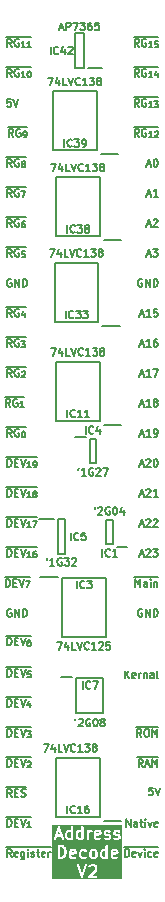
<source format=gto>
%TF.GenerationSoftware,KiCad,Pcbnew,9.0.5-9.0.5~ubuntu24.04.1*%
%TF.CreationDate,2025-10-17T17:32:52+02:00*%
%TF.ProjectId,HCP65 MPU Address Decode,48435036-3520-44d5-9055-204164647265,V1*%
%TF.SameCoordinates,Original*%
%TF.FileFunction,Legend,Top*%
%TF.FilePolarity,Positive*%
%FSLAX46Y46*%
G04 Gerber Fmt 4.6, Leading zero omitted, Abs format (unit mm)*
G04 Created by KiCad (PCBNEW 9.0.5-9.0.5~ubuntu24.04.1) date 2025-10-17 17:32:52*
%MOMM*%
%LPD*%
G01*
G04 APERTURE LIST*
%ADD10C,0.150000*%
%ADD11C,0.200000*%
G04 APERTURE END LIST*
D10*
X12492458Y-43284536D02*
X12794839Y-43284536D01*
X12431982Y-43465965D02*
X12643648Y-42830965D01*
X12643648Y-42830965D02*
X12855315Y-43465965D01*
X13036744Y-42891441D02*
X13066982Y-42861203D01*
X13066982Y-42861203D02*
X13127458Y-42830965D01*
X13127458Y-42830965D02*
X13278649Y-42830965D01*
X13278649Y-42830965D02*
X13339125Y-42861203D01*
X13339125Y-42861203D02*
X13369363Y-42891441D01*
X13369363Y-42891441D02*
X13399601Y-42951917D01*
X13399601Y-42951917D02*
X13399601Y-43012393D01*
X13399601Y-43012393D02*
X13369363Y-43103107D01*
X13369363Y-43103107D02*
X13006506Y-43465965D01*
X13006506Y-43465965D02*
X13399601Y-43465965D01*
X13611268Y-42830965D02*
X14004363Y-42830965D01*
X14004363Y-42830965D02*
X13792696Y-43072869D01*
X13792696Y-43072869D02*
X13883411Y-43072869D01*
X13883411Y-43072869D02*
X13943887Y-43103107D01*
X13943887Y-43103107D02*
X13974125Y-43133346D01*
X13974125Y-43133346D02*
X14004363Y-43193822D01*
X14004363Y-43193822D02*
X14004363Y-43345012D01*
X14004363Y-43345012D02*
X13974125Y-43405488D01*
X13974125Y-43405488D02*
X13943887Y-43435727D01*
X13943887Y-43435727D02*
X13883411Y-43465965D01*
X13883411Y-43465965D02*
X13701982Y-43465965D01*
X13701982Y-43465965D02*
X13641506Y-43435727D01*
X13641506Y-43435727D02*
X13611268Y-43405488D01*
X13097220Y-10264534D02*
X13399601Y-10264534D01*
X13036744Y-10445963D02*
X13248410Y-9810963D01*
X13248410Y-9810963D02*
X13460077Y-10445963D01*
X13792696Y-9810963D02*
X13853173Y-9810963D01*
X13853173Y-9810963D02*
X13913649Y-9841201D01*
X13913649Y-9841201D02*
X13943887Y-9871439D01*
X13943887Y-9871439D02*
X13974125Y-9931915D01*
X13974125Y-9931915D02*
X14004363Y-10052867D01*
X14004363Y-10052867D02*
X14004363Y-10204058D01*
X14004363Y-10204058D02*
X13974125Y-10325010D01*
X13974125Y-10325010D02*
X13943887Y-10385486D01*
X13943887Y-10385486D02*
X13913649Y-10415725D01*
X13913649Y-10415725D02*
X13853173Y-10445963D01*
X13853173Y-10445963D02*
X13792696Y-10445963D01*
X13792696Y-10445963D02*
X13732220Y-10415725D01*
X13732220Y-10415725D02*
X13701982Y-10385486D01*
X13701982Y-10385486D02*
X13671744Y-10325010D01*
X13671744Y-10325010D02*
X13641506Y-10204058D01*
X13641506Y-10204058D02*
X13641506Y-10052867D01*
X13641506Y-10052867D02*
X13671744Y-9931915D01*
X13671744Y-9931915D02*
X13701982Y-9871439D01*
X13701982Y-9871439D02*
X13732220Y-9841201D01*
X13732220Y-9841201D02*
X13792696Y-9810963D01*
X1628731Y-12985963D02*
X1417064Y-12683582D01*
X1265874Y-12985963D02*
X1265874Y-12350963D01*
X1265874Y-12350963D02*
X1507779Y-12350963D01*
X1507779Y-12350963D02*
X1568255Y-12381201D01*
X1568255Y-12381201D02*
X1598493Y-12411439D01*
X1598493Y-12411439D02*
X1628731Y-12471915D01*
X1628731Y-12471915D02*
X1628731Y-12562629D01*
X1628731Y-12562629D02*
X1598493Y-12623105D01*
X1598493Y-12623105D02*
X1568255Y-12653344D01*
X1568255Y-12653344D02*
X1507779Y-12683582D01*
X1507779Y-12683582D02*
X1265874Y-12683582D01*
X2233493Y-12381201D02*
X2173017Y-12350963D01*
X2173017Y-12350963D02*
X2082303Y-12350963D01*
X2082303Y-12350963D02*
X1991588Y-12381201D01*
X1991588Y-12381201D02*
X1931112Y-12441677D01*
X1931112Y-12441677D02*
X1900874Y-12502153D01*
X1900874Y-12502153D02*
X1870636Y-12623105D01*
X1870636Y-12623105D02*
X1870636Y-12713820D01*
X1870636Y-12713820D02*
X1900874Y-12834772D01*
X1900874Y-12834772D02*
X1931112Y-12895248D01*
X1931112Y-12895248D02*
X1991588Y-12955725D01*
X1991588Y-12955725D02*
X2082303Y-12985963D01*
X2082303Y-12985963D02*
X2142779Y-12985963D01*
X2142779Y-12985963D02*
X2233493Y-12955725D01*
X2233493Y-12955725D02*
X2263731Y-12925486D01*
X2263731Y-12925486D02*
X2263731Y-12713820D01*
X2263731Y-12713820D02*
X2142779Y-12713820D01*
X2457255Y-12548115D02*
X2795922Y-12548115D01*
X2795922Y-12548115D02*
X2578207Y-13056115D01*
X1178184Y-12174675D02*
X2804994Y-12174675D01*
X12401743Y-7905965D02*
X12190076Y-7603584D01*
X12038886Y-7905965D02*
X12038886Y-7270965D01*
X12038886Y-7270965D02*
X12280791Y-7270965D01*
X12280791Y-7270965D02*
X12341267Y-7301203D01*
X12341267Y-7301203D02*
X12371505Y-7331441D01*
X12371505Y-7331441D02*
X12401743Y-7391917D01*
X12401743Y-7391917D02*
X12401743Y-7482631D01*
X12401743Y-7482631D02*
X12371505Y-7543107D01*
X12371505Y-7543107D02*
X12341267Y-7573346D01*
X12341267Y-7573346D02*
X12280791Y-7603584D01*
X12280791Y-7603584D02*
X12038886Y-7603584D01*
X13006505Y-7301203D02*
X12946029Y-7270965D01*
X12946029Y-7270965D02*
X12855315Y-7270965D01*
X12855315Y-7270965D02*
X12764600Y-7301203D01*
X12764600Y-7301203D02*
X12704124Y-7361679D01*
X12704124Y-7361679D02*
X12673886Y-7422155D01*
X12673886Y-7422155D02*
X12643648Y-7543107D01*
X12643648Y-7543107D02*
X12643648Y-7633822D01*
X12643648Y-7633822D02*
X12673886Y-7754774D01*
X12673886Y-7754774D02*
X12704124Y-7815250D01*
X12704124Y-7815250D02*
X12764600Y-7875727D01*
X12764600Y-7875727D02*
X12855315Y-7905965D01*
X12855315Y-7905965D02*
X12915791Y-7905965D01*
X12915791Y-7905965D02*
X13006505Y-7875727D01*
X13006505Y-7875727D02*
X13036743Y-7845488D01*
X13036743Y-7845488D02*
X13036743Y-7633822D01*
X13036743Y-7633822D02*
X12915791Y-7633822D01*
X13544743Y-7976117D02*
X13254457Y-7976117D01*
X13399600Y-7976117D02*
X13399600Y-7468117D01*
X13399600Y-7468117D02*
X13351219Y-7540688D01*
X13351219Y-7540688D02*
X13302838Y-7589069D01*
X13302838Y-7589069D02*
X13254457Y-7613260D01*
X13738267Y-7516498D02*
X13762458Y-7492307D01*
X13762458Y-7492307D02*
X13810839Y-7468117D01*
X13810839Y-7468117D02*
X13931791Y-7468117D01*
X13931791Y-7468117D02*
X13980172Y-7492307D01*
X13980172Y-7492307D02*
X14004363Y-7516498D01*
X14004363Y-7516498D02*
X14028553Y-7564879D01*
X14028553Y-7564879D02*
X14028553Y-7613260D01*
X14028553Y-7613260D02*
X14004363Y-7685831D01*
X14004363Y-7685831D02*
X13714077Y-7976117D01*
X13714077Y-7976117D02*
X14028553Y-7976117D01*
X11951196Y-7094677D02*
X14061816Y-7094677D01*
X1628731Y-63785961D02*
X1417064Y-63483580D01*
X1265874Y-63785961D02*
X1265874Y-63150961D01*
X1265874Y-63150961D02*
X1507779Y-63150961D01*
X1507779Y-63150961D02*
X1568255Y-63181199D01*
X1568255Y-63181199D02*
X1598493Y-63211437D01*
X1598493Y-63211437D02*
X1628731Y-63271913D01*
X1628731Y-63271913D02*
X1628731Y-63362627D01*
X1628731Y-63362627D02*
X1598493Y-63423103D01*
X1598493Y-63423103D02*
X1568255Y-63453342D01*
X1568255Y-63453342D02*
X1507779Y-63483580D01*
X1507779Y-63483580D02*
X1265874Y-63483580D01*
X1900874Y-63453342D02*
X2112541Y-63453342D01*
X2203255Y-63785961D02*
X1900874Y-63785961D01*
X1900874Y-63785961D02*
X1900874Y-63150961D01*
X1900874Y-63150961D02*
X2203255Y-63150961D01*
X2445160Y-63755723D02*
X2535874Y-63785961D01*
X2535874Y-63785961D02*
X2687065Y-63785961D01*
X2687065Y-63785961D02*
X2747541Y-63755723D01*
X2747541Y-63755723D02*
X2777779Y-63725484D01*
X2777779Y-63725484D02*
X2808017Y-63665008D01*
X2808017Y-63665008D02*
X2808017Y-63604532D01*
X2808017Y-63604532D02*
X2777779Y-63544056D01*
X2777779Y-63544056D02*
X2747541Y-63513818D01*
X2747541Y-63513818D02*
X2687065Y-63483580D01*
X2687065Y-63483580D02*
X2566112Y-63453342D01*
X2566112Y-63453342D02*
X2505636Y-63423103D01*
X2505636Y-63423103D02*
X2475398Y-63392865D01*
X2475398Y-63392865D02*
X2445160Y-63332389D01*
X2445160Y-63332389D02*
X2445160Y-63271913D01*
X2445160Y-63271913D02*
X2475398Y-63211437D01*
X2475398Y-63211437D02*
X2505636Y-63181199D01*
X2505636Y-63181199D02*
X2566112Y-63150961D01*
X2566112Y-63150961D02*
X2717303Y-63150961D01*
X2717303Y-63150961D02*
X2808017Y-63181199D01*
X1178184Y-62974673D02*
X2865470Y-62974673D01*
X1265874Y-56165962D02*
X1265874Y-55530962D01*
X1265874Y-55530962D02*
X1417064Y-55530962D01*
X1417064Y-55530962D02*
X1507779Y-55561200D01*
X1507779Y-55561200D02*
X1568255Y-55621676D01*
X1568255Y-55621676D02*
X1598493Y-55682152D01*
X1598493Y-55682152D02*
X1628731Y-55803104D01*
X1628731Y-55803104D02*
X1628731Y-55893819D01*
X1628731Y-55893819D02*
X1598493Y-56014771D01*
X1598493Y-56014771D02*
X1568255Y-56075247D01*
X1568255Y-56075247D02*
X1507779Y-56135724D01*
X1507779Y-56135724D02*
X1417064Y-56165962D01*
X1417064Y-56165962D02*
X1265874Y-56165962D01*
X1900874Y-55833343D02*
X2112541Y-55833343D01*
X2203255Y-56165962D02*
X1900874Y-56165962D01*
X1900874Y-56165962D02*
X1900874Y-55530962D01*
X1900874Y-55530962D02*
X2203255Y-55530962D01*
X2384684Y-55530962D02*
X2596350Y-56165962D01*
X2596350Y-56165962D02*
X2808017Y-55530962D01*
X3207160Y-55897447D02*
X3207160Y-56236114D01*
X3086208Y-55703924D02*
X2965255Y-56066781D01*
X2965255Y-56066781D02*
X3279732Y-56066781D01*
X1178184Y-55354674D02*
X3288804Y-55354674D01*
X1265874Y-66325963D02*
X1265874Y-65690963D01*
X1265874Y-65690963D02*
X1417064Y-65690963D01*
X1417064Y-65690963D02*
X1507779Y-65721201D01*
X1507779Y-65721201D02*
X1568255Y-65781677D01*
X1568255Y-65781677D02*
X1598493Y-65842153D01*
X1598493Y-65842153D02*
X1628731Y-65963105D01*
X1628731Y-65963105D02*
X1628731Y-66053820D01*
X1628731Y-66053820D02*
X1598493Y-66174772D01*
X1598493Y-66174772D02*
X1568255Y-66235248D01*
X1568255Y-66235248D02*
X1507779Y-66295725D01*
X1507779Y-66295725D02*
X1417064Y-66325963D01*
X1417064Y-66325963D02*
X1265874Y-66325963D01*
X1900874Y-65993344D02*
X2112541Y-65993344D01*
X2203255Y-66325963D02*
X1900874Y-66325963D01*
X1900874Y-66325963D02*
X1900874Y-65690963D01*
X1900874Y-65690963D02*
X2203255Y-65690963D01*
X2384684Y-65690963D02*
X2596350Y-66325963D01*
X2596350Y-66325963D02*
X2808017Y-65690963D01*
X3255541Y-66396115D02*
X2965255Y-66396115D01*
X3110398Y-66396115D02*
X3110398Y-65888115D01*
X3110398Y-65888115D02*
X3062017Y-65960686D01*
X3062017Y-65960686D02*
X3013636Y-66009067D01*
X3013636Y-66009067D02*
X2965255Y-66033258D01*
X1178184Y-65514675D02*
X3288804Y-65514675D01*
X12492458Y-38204536D02*
X12794839Y-38204536D01*
X12431982Y-38385965D02*
X12643648Y-37750965D01*
X12643648Y-37750965D02*
X12855315Y-38385965D01*
X13036744Y-37811441D02*
X13066982Y-37781203D01*
X13066982Y-37781203D02*
X13127458Y-37750965D01*
X13127458Y-37750965D02*
X13278649Y-37750965D01*
X13278649Y-37750965D02*
X13339125Y-37781203D01*
X13339125Y-37781203D02*
X13369363Y-37811441D01*
X13369363Y-37811441D02*
X13399601Y-37871917D01*
X13399601Y-37871917D02*
X13399601Y-37932393D01*
X13399601Y-37932393D02*
X13369363Y-38023107D01*
X13369363Y-38023107D02*
X13006506Y-38385965D01*
X13006506Y-38385965D02*
X13399601Y-38385965D01*
X14004363Y-38385965D02*
X13641506Y-38385965D01*
X13822934Y-38385965D02*
X13822934Y-37750965D01*
X13822934Y-37750965D02*
X13762458Y-37841679D01*
X13762458Y-37841679D02*
X13701982Y-37902155D01*
X13701982Y-37902155D02*
X13641506Y-37932393D01*
X1265874Y-50958962D02*
X1265874Y-50323962D01*
X1265874Y-50323962D02*
X1417064Y-50323962D01*
X1417064Y-50323962D02*
X1507779Y-50354200D01*
X1507779Y-50354200D02*
X1568255Y-50414676D01*
X1568255Y-50414676D02*
X1598493Y-50475152D01*
X1598493Y-50475152D02*
X1628731Y-50596104D01*
X1628731Y-50596104D02*
X1628731Y-50686819D01*
X1628731Y-50686819D02*
X1598493Y-50807771D01*
X1598493Y-50807771D02*
X1568255Y-50868247D01*
X1568255Y-50868247D02*
X1507779Y-50928724D01*
X1507779Y-50928724D02*
X1417064Y-50958962D01*
X1417064Y-50958962D02*
X1265874Y-50958962D01*
X1900874Y-50626343D02*
X2112541Y-50626343D01*
X2203255Y-50958962D02*
X1900874Y-50958962D01*
X1900874Y-50958962D02*
X1900874Y-50323962D01*
X1900874Y-50323962D02*
X2203255Y-50323962D01*
X2384684Y-50323962D02*
X2596350Y-50958962D01*
X2596350Y-50958962D02*
X2808017Y-50323962D01*
X3207160Y-50521114D02*
X3110398Y-50521114D01*
X3110398Y-50521114D02*
X3062017Y-50545304D01*
X3062017Y-50545304D02*
X3037827Y-50569495D01*
X3037827Y-50569495D02*
X2989446Y-50642066D01*
X2989446Y-50642066D02*
X2965255Y-50738828D01*
X2965255Y-50738828D02*
X2965255Y-50932352D01*
X2965255Y-50932352D02*
X2989446Y-50980733D01*
X2989446Y-50980733D02*
X3013636Y-51004924D01*
X3013636Y-51004924D02*
X3062017Y-51029114D01*
X3062017Y-51029114D02*
X3158779Y-51029114D01*
X3158779Y-51029114D02*
X3207160Y-51004924D01*
X3207160Y-51004924D02*
X3231351Y-50980733D01*
X3231351Y-50980733D02*
X3255541Y-50932352D01*
X3255541Y-50932352D02*
X3255541Y-50811400D01*
X3255541Y-50811400D02*
X3231351Y-50763019D01*
X3231351Y-50763019D02*
X3207160Y-50738828D01*
X3207160Y-50738828D02*
X3158779Y-50714638D01*
X3158779Y-50714638D02*
X3062017Y-50714638D01*
X3062017Y-50714638D02*
X3013636Y-50738828D01*
X3013636Y-50738828D02*
X2989446Y-50763019D01*
X2989446Y-50763019D02*
X2965255Y-50811400D01*
X1178184Y-50147674D02*
X3288804Y-50147674D01*
X1265874Y-35845963D02*
X1265874Y-35210963D01*
X1265874Y-35210963D02*
X1417064Y-35210963D01*
X1417064Y-35210963D02*
X1507779Y-35241201D01*
X1507779Y-35241201D02*
X1568255Y-35301677D01*
X1568255Y-35301677D02*
X1598493Y-35362153D01*
X1598493Y-35362153D02*
X1628731Y-35483105D01*
X1628731Y-35483105D02*
X1628731Y-35573820D01*
X1628731Y-35573820D02*
X1598493Y-35694772D01*
X1598493Y-35694772D02*
X1568255Y-35755248D01*
X1568255Y-35755248D02*
X1507779Y-35815725D01*
X1507779Y-35815725D02*
X1417064Y-35845963D01*
X1417064Y-35845963D02*
X1265874Y-35845963D01*
X1900874Y-35513344D02*
X2112541Y-35513344D01*
X2203255Y-35845963D02*
X1900874Y-35845963D01*
X1900874Y-35845963D02*
X1900874Y-35210963D01*
X1900874Y-35210963D02*
X2203255Y-35210963D01*
X2384684Y-35210963D02*
X2596350Y-35845963D01*
X2596350Y-35845963D02*
X2808017Y-35210963D01*
X3255541Y-35916115D02*
X2965255Y-35916115D01*
X3110398Y-35916115D02*
X3110398Y-35408115D01*
X3110398Y-35408115D02*
X3062017Y-35480686D01*
X3062017Y-35480686D02*
X3013636Y-35529067D01*
X3013636Y-35529067D02*
X2965255Y-35553258D01*
X3497446Y-35916115D02*
X3594208Y-35916115D01*
X3594208Y-35916115D02*
X3642589Y-35891925D01*
X3642589Y-35891925D02*
X3666780Y-35867734D01*
X3666780Y-35867734D02*
X3715161Y-35795163D01*
X3715161Y-35795163D02*
X3739351Y-35698401D01*
X3739351Y-35698401D02*
X3739351Y-35504877D01*
X3739351Y-35504877D02*
X3715161Y-35456496D01*
X3715161Y-35456496D02*
X3690970Y-35432305D01*
X3690970Y-35432305D02*
X3642589Y-35408115D01*
X3642589Y-35408115D02*
X3545827Y-35408115D01*
X3545827Y-35408115D02*
X3497446Y-35432305D01*
X3497446Y-35432305D02*
X3473256Y-35456496D01*
X3473256Y-35456496D02*
X3449065Y-35504877D01*
X3449065Y-35504877D02*
X3449065Y-35625829D01*
X3449065Y-35625829D02*
X3473256Y-35674210D01*
X3473256Y-35674210D02*
X3497446Y-35698401D01*
X3497446Y-35698401D02*
X3545827Y-35722591D01*
X3545827Y-35722591D02*
X3642589Y-35722591D01*
X3642589Y-35722591D02*
X3690970Y-35698401D01*
X3690970Y-35698401D02*
X3715161Y-35674210D01*
X3715161Y-35674210D02*
X3739351Y-35625829D01*
X1178184Y-35034675D02*
X3772614Y-35034675D01*
X13097221Y-12804536D02*
X13399602Y-12804536D01*
X13036745Y-12985965D02*
X13248411Y-12350965D01*
X13248411Y-12350965D02*
X13460078Y-12985965D01*
X14004364Y-12985965D02*
X13641507Y-12985965D01*
X13822935Y-12985965D02*
X13822935Y-12350965D01*
X13822935Y-12350965D02*
X13762459Y-12441679D01*
X13762459Y-12441679D02*
X13701983Y-12502155D01*
X13701983Y-12502155D02*
X13641507Y-12532393D01*
X12099363Y-46005963D02*
X12099363Y-45370963D01*
X12099363Y-45370963D02*
X12311030Y-45824534D01*
X12311030Y-45824534D02*
X12522696Y-45370963D01*
X12522696Y-45370963D02*
X12522696Y-46005963D01*
X13097220Y-46005963D02*
X13097220Y-45673344D01*
X13097220Y-45673344D02*
X13066982Y-45612867D01*
X13066982Y-45612867D02*
X13006506Y-45582629D01*
X13006506Y-45582629D02*
X12885553Y-45582629D01*
X12885553Y-45582629D02*
X12825077Y-45612867D01*
X13097220Y-45975725D02*
X13036744Y-46005963D01*
X13036744Y-46005963D02*
X12885553Y-46005963D01*
X12885553Y-46005963D02*
X12825077Y-45975725D01*
X12825077Y-45975725D02*
X12794839Y-45915248D01*
X12794839Y-45915248D02*
X12794839Y-45854772D01*
X12794839Y-45854772D02*
X12825077Y-45794296D01*
X12825077Y-45794296D02*
X12885553Y-45764058D01*
X12885553Y-45764058D02*
X13036744Y-45764058D01*
X13036744Y-45764058D02*
X13097220Y-45733820D01*
X13399601Y-46005963D02*
X13399601Y-45582629D01*
X13399601Y-45370963D02*
X13369363Y-45401201D01*
X13369363Y-45401201D02*
X13399601Y-45431439D01*
X13399601Y-45431439D02*
X13429839Y-45401201D01*
X13429839Y-45401201D02*
X13399601Y-45370963D01*
X13399601Y-45370963D02*
X13399601Y-45431439D01*
X13701982Y-45582629D02*
X13701982Y-46005963D01*
X13701982Y-45643105D02*
X13732220Y-45612867D01*
X13732220Y-45612867D02*
X13792696Y-45582629D01*
X13792696Y-45582629D02*
X13883411Y-45582629D01*
X13883411Y-45582629D02*
X13943887Y-45612867D01*
X13943887Y-45612867D02*
X13974125Y-45673344D01*
X13974125Y-45673344D02*
X13974125Y-46005963D01*
X12011673Y-45194675D02*
X14061816Y-45194675D01*
X13097220Y-15344536D02*
X13399601Y-15344536D01*
X13036744Y-15525965D02*
X13248410Y-14890965D01*
X13248410Y-14890965D02*
X13460077Y-15525965D01*
X13641506Y-14951441D02*
X13671744Y-14921203D01*
X13671744Y-14921203D02*
X13732220Y-14890965D01*
X13732220Y-14890965D02*
X13883411Y-14890965D01*
X13883411Y-14890965D02*
X13943887Y-14921203D01*
X13943887Y-14921203D02*
X13974125Y-14951441D01*
X13974125Y-14951441D02*
X14004363Y-15011917D01*
X14004363Y-15011917D02*
X14004363Y-15072393D01*
X14004363Y-15072393D02*
X13974125Y-15163107D01*
X13974125Y-15163107D02*
X13611268Y-15525965D01*
X13611268Y-15525965D02*
X14004363Y-15525965D01*
X13097220Y-17884536D02*
X13399601Y-17884536D01*
X13036744Y-18065965D02*
X13248410Y-17430965D01*
X13248410Y-17430965D02*
X13460077Y-18065965D01*
X13611268Y-17430965D02*
X14004363Y-17430965D01*
X14004363Y-17430965D02*
X13792696Y-17672869D01*
X13792696Y-17672869D02*
X13883411Y-17672869D01*
X13883411Y-17672869D02*
X13943887Y-17703107D01*
X13943887Y-17703107D02*
X13974125Y-17733346D01*
X13974125Y-17733346D02*
X14004363Y-17793822D01*
X14004363Y-17793822D02*
X14004363Y-17945012D01*
X14004363Y-17945012D02*
X13974125Y-18005488D01*
X13974125Y-18005488D02*
X13943887Y-18035727D01*
X13943887Y-18035727D02*
X13883411Y-18065965D01*
X13883411Y-18065965D02*
X13701982Y-18065965D01*
X13701982Y-18065965D02*
X13641506Y-18035727D01*
X13641506Y-18035727D02*
X13611268Y-18005488D01*
X1598493Y-47941201D02*
X1538017Y-47910963D01*
X1538017Y-47910963D02*
X1447303Y-47910963D01*
X1447303Y-47910963D02*
X1356588Y-47941201D01*
X1356588Y-47941201D02*
X1296112Y-48001677D01*
X1296112Y-48001677D02*
X1265874Y-48062153D01*
X1265874Y-48062153D02*
X1235636Y-48183105D01*
X1235636Y-48183105D02*
X1235636Y-48273820D01*
X1235636Y-48273820D02*
X1265874Y-48394772D01*
X1265874Y-48394772D02*
X1296112Y-48455248D01*
X1296112Y-48455248D02*
X1356588Y-48515725D01*
X1356588Y-48515725D02*
X1447303Y-48545963D01*
X1447303Y-48545963D02*
X1507779Y-48545963D01*
X1507779Y-48545963D02*
X1598493Y-48515725D01*
X1598493Y-48515725D02*
X1628731Y-48485486D01*
X1628731Y-48485486D02*
X1628731Y-48273820D01*
X1628731Y-48273820D02*
X1507779Y-48273820D01*
X1900874Y-48545963D02*
X1900874Y-47910963D01*
X1900874Y-47910963D02*
X2263731Y-48545963D01*
X2263731Y-48545963D02*
X2263731Y-47910963D01*
X2566112Y-48545963D02*
X2566112Y-47910963D01*
X2566112Y-47910963D02*
X2717302Y-47910963D01*
X2717302Y-47910963D02*
X2808017Y-47941201D01*
X2808017Y-47941201D02*
X2868493Y-48001677D01*
X2868493Y-48001677D02*
X2898731Y-48062153D01*
X2898731Y-48062153D02*
X2928969Y-48183105D01*
X2928969Y-48183105D02*
X2928969Y-48273820D01*
X2928969Y-48273820D02*
X2898731Y-48394772D01*
X2898731Y-48394772D02*
X2868493Y-48455248D01*
X2868493Y-48455248D02*
X2808017Y-48515725D01*
X2808017Y-48515725D02*
X2717302Y-48545963D01*
X2717302Y-48545963D02*
X2566112Y-48545963D01*
X11222458Y-53752963D02*
X11222458Y-53117963D01*
X11585315Y-53752963D02*
X11313172Y-53390105D01*
X11585315Y-53117963D02*
X11222458Y-53480820D01*
X12099363Y-53722725D02*
X12038887Y-53752963D01*
X12038887Y-53752963D02*
X11917934Y-53752963D01*
X11917934Y-53752963D02*
X11857458Y-53722725D01*
X11857458Y-53722725D02*
X11827220Y-53662248D01*
X11827220Y-53662248D02*
X11827220Y-53420344D01*
X11827220Y-53420344D02*
X11857458Y-53359867D01*
X11857458Y-53359867D02*
X11917934Y-53329629D01*
X11917934Y-53329629D02*
X12038887Y-53329629D01*
X12038887Y-53329629D02*
X12099363Y-53359867D01*
X12099363Y-53359867D02*
X12129601Y-53420344D01*
X12129601Y-53420344D02*
X12129601Y-53480820D01*
X12129601Y-53480820D02*
X11827220Y-53541296D01*
X12401744Y-53752963D02*
X12401744Y-53329629D01*
X12401744Y-53450582D02*
X12431982Y-53390105D01*
X12431982Y-53390105D02*
X12462220Y-53359867D01*
X12462220Y-53359867D02*
X12522696Y-53329629D01*
X12522696Y-53329629D02*
X12583173Y-53329629D01*
X12794839Y-53329629D02*
X12794839Y-53752963D01*
X12794839Y-53390105D02*
X12825077Y-53359867D01*
X12825077Y-53359867D02*
X12885553Y-53329629D01*
X12885553Y-53329629D02*
X12976268Y-53329629D01*
X12976268Y-53329629D02*
X13036744Y-53359867D01*
X13036744Y-53359867D02*
X13066982Y-53420344D01*
X13066982Y-53420344D02*
X13066982Y-53752963D01*
X13641506Y-53752963D02*
X13641506Y-53420344D01*
X13641506Y-53420344D02*
X13611268Y-53359867D01*
X13611268Y-53359867D02*
X13550792Y-53329629D01*
X13550792Y-53329629D02*
X13429839Y-53329629D01*
X13429839Y-53329629D02*
X13369363Y-53359867D01*
X13641506Y-53722725D02*
X13581030Y-53752963D01*
X13581030Y-53752963D02*
X13429839Y-53752963D01*
X13429839Y-53752963D02*
X13369363Y-53722725D01*
X13369363Y-53722725D02*
X13339125Y-53662248D01*
X13339125Y-53662248D02*
X13339125Y-53601772D01*
X13339125Y-53601772D02*
X13369363Y-53541296D01*
X13369363Y-53541296D02*
X13429839Y-53511058D01*
X13429839Y-53511058D02*
X13581030Y-53511058D01*
X13581030Y-53511058D02*
X13641506Y-53480820D01*
X14034601Y-53752963D02*
X13974125Y-53722725D01*
X13974125Y-53722725D02*
X13943887Y-53662248D01*
X13943887Y-53662248D02*
X13943887Y-53117963D01*
X1628731Y-28225962D02*
X1417064Y-27923581D01*
X1265874Y-28225962D02*
X1265874Y-27590962D01*
X1265874Y-27590962D02*
X1507779Y-27590962D01*
X1507779Y-27590962D02*
X1568255Y-27621200D01*
X1568255Y-27621200D02*
X1598493Y-27651438D01*
X1598493Y-27651438D02*
X1628731Y-27711914D01*
X1628731Y-27711914D02*
X1628731Y-27802628D01*
X1628731Y-27802628D02*
X1598493Y-27863104D01*
X1598493Y-27863104D02*
X1568255Y-27893343D01*
X1568255Y-27893343D02*
X1507779Y-27923581D01*
X1507779Y-27923581D02*
X1265874Y-27923581D01*
X2233493Y-27621200D02*
X2173017Y-27590962D01*
X2173017Y-27590962D02*
X2082303Y-27590962D01*
X2082303Y-27590962D02*
X1991588Y-27621200D01*
X1991588Y-27621200D02*
X1931112Y-27681676D01*
X1931112Y-27681676D02*
X1900874Y-27742152D01*
X1900874Y-27742152D02*
X1870636Y-27863104D01*
X1870636Y-27863104D02*
X1870636Y-27953819D01*
X1870636Y-27953819D02*
X1900874Y-28074771D01*
X1900874Y-28074771D02*
X1931112Y-28135247D01*
X1931112Y-28135247D02*
X1991588Y-28195724D01*
X1991588Y-28195724D02*
X2082303Y-28225962D01*
X2082303Y-28225962D02*
X2142779Y-28225962D01*
X2142779Y-28225962D02*
X2233493Y-28195724D01*
X2233493Y-28195724D02*
X2263731Y-28165485D01*
X2263731Y-28165485D02*
X2263731Y-27953819D01*
X2263731Y-27953819D02*
X2142779Y-27953819D01*
X2481445Y-27836495D02*
X2505636Y-27812304D01*
X2505636Y-27812304D02*
X2554017Y-27788114D01*
X2554017Y-27788114D02*
X2674969Y-27788114D01*
X2674969Y-27788114D02*
X2723350Y-27812304D01*
X2723350Y-27812304D02*
X2747541Y-27836495D01*
X2747541Y-27836495D02*
X2771731Y-27884876D01*
X2771731Y-27884876D02*
X2771731Y-27933257D01*
X2771731Y-27933257D02*
X2747541Y-28005828D01*
X2747541Y-28005828D02*
X2457255Y-28296114D01*
X2457255Y-28296114D02*
X2771731Y-28296114D01*
X1178184Y-27414674D02*
X2804994Y-27414674D01*
X1755731Y-7905963D02*
X1544064Y-7603582D01*
X1392874Y-7905963D02*
X1392874Y-7270963D01*
X1392874Y-7270963D02*
X1634779Y-7270963D01*
X1634779Y-7270963D02*
X1695255Y-7301201D01*
X1695255Y-7301201D02*
X1725493Y-7331439D01*
X1725493Y-7331439D02*
X1755731Y-7391915D01*
X1755731Y-7391915D02*
X1755731Y-7482629D01*
X1755731Y-7482629D02*
X1725493Y-7543105D01*
X1725493Y-7543105D02*
X1695255Y-7573344D01*
X1695255Y-7573344D02*
X1634779Y-7603582D01*
X1634779Y-7603582D02*
X1392874Y-7603582D01*
X2360493Y-7301201D02*
X2300017Y-7270963D01*
X2300017Y-7270963D02*
X2209303Y-7270963D01*
X2209303Y-7270963D02*
X2118588Y-7301201D01*
X2118588Y-7301201D02*
X2058112Y-7361677D01*
X2058112Y-7361677D02*
X2027874Y-7422153D01*
X2027874Y-7422153D02*
X1997636Y-7543105D01*
X1997636Y-7543105D02*
X1997636Y-7633820D01*
X1997636Y-7633820D02*
X2027874Y-7754772D01*
X2027874Y-7754772D02*
X2058112Y-7815248D01*
X2058112Y-7815248D02*
X2118588Y-7875725D01*
X2118588Y-7875725D02*
X2209303Y-7905963D01*
X2209303Y-7905963D02*
X2269779Y-7905963D01*
X2269779Y-7905963D02*
X2360493Y-7875725D01*
X2360493Y-7875725D02*
X2390731Y-7845486D01*
X2390731Y-7845486D02*
X2390731Y-7633820D01*
X2390731Y-7633820D02*
X2269779Y-7633820D01*
X2656826Y-7976115D02*
X2753588Y-7976115D01*
X2753588Y-7976115D02*
X2801969Y-7951925D01*
X2801969Y-7951925D02*
X2826160Y-7927734D01*
X2826160Y-7927734D02*
X2874541Y-7855163D01*
X2874541Y-7855163D02*
X2898731Y-7758401D01*
X2898731Y-7758401D02*
X2898731Y-7564877D01*
X2898731Y-7564877D02*
X2874541Y-7516496D01*
X2874541Y-7516496D02*
X2850350Y-7492305D01*
X2850350Y-7492305D02*
X2801969Y-7468115D01*
X2801969Y-7468115D02*
X2705207Y-7468115D01*
X2705207Y-7468115D02*
X2656826Y-7492305D01*
X2656826Y-7492305D02*
X2632636Y-7516496D01*
X2632636Y-7516496D02*
X2608445Y-7564877D01*
X2608445Y-7564877D02*
X2608445Y-7685829D01*
X2608445Y-7685829D02*
X2632636Y-7734210D01*
X2632636Y-7734210D02*
X2656826Y-7758401D01*
X2656826Y-7758401D02*
X2705207Y-7782591D01*
X2705207Y-7782591D02*
X2801969Y-7782591D01*
X2801969Y-7782591D02*
X2850350Y-7758401D01*
X2850350Y-7758401D02*
X2874541Y-7734210D01*
X2874541Y-7734210D02*
X2898731Y-7685829D01*
X1305184Y-7094675D02*
X2931994Y-7094675D01*
X12613412Y-58705965D02*
X12401745Y-58403584D01*
X12250555Y-58705965D02*
X12250555Y-58070965D01*
X12250555Y-58070965D02*
X12492460Y-58070965D01*
X12492460Y-58070965D02*
X12552936Y-58101203D01*
X12552936Y-58101203D02*
X12583174Y-58131441D01*
X12583174Y-58131441D02*
X12613412Y-58191917D01*
X12613412Y-58191917D02*
X12613412Y-58282631D01*
X12613412Y-58282631D02*
X12583174Y-58343107D01*
X12583174Y-58343107D02*
X12552936Y-58373346D01*
X12552936Y-58373346D02*
X12492460Y-58403584D01*
X12492460Y-58403584D02*
X12250555Y-58403584D01*
X13006507Y-58070965D02*
X13127460Y-58070965D01*
X13127460Y-58070965D02*
X13187936Y-58101203D01*
X13187936Y-58101203D02*
X13248412Y-58161679D01*
X13248412Y-58161679D02*
X13278650Y-58282631D01*
X13278650Y-58282631D02*
X13278650Y-58494298D01*
X13278650Y-58494298D02*
X13248412Y-58615250D01*
X13248412Y-58615250D02*
X13187936Y-58675727D01*
X13187936Y-58675727D02*
X13127460Y-58705965D01*
X13127460Y-58705965D02*
X13006507Y-58705965D01*
X13006507Y-58705965D02*
X12946031Y-58675727D01*
X12946031Y-58675727D02*
X12885555Y-58615250D01*
X12885555Y-58615250D02*
X12855317Y-58494298D01*
X12855317Y-58494298D02*
X12855317Y-58282631D01*
X12855317Y-58282631D02*
X12885555Y-58161679D01*
X12885555Y-58161679D02*
X12946031Y-58101203D01*
X12946031Y-58101203D02*
X13006507Y-58070965D01*
X13550793Y-58705965D02*
X13550793Y-58070965D01*
X13550793Y-58070965D02*
X13762460Y-58524536D01*
X13762460Y-58524536D02*
X13974126Y-58070965D01*
X13974126Y-58070965D02*
X13974126Y-58705965D01*
X12162865Y-57894677D02*
X14061817Y-57894677D01*
X12401743Y-5365965D02*
X12190076Y-5063584D01*
X12038886Y-5365965D02*
X12038886Y-4730965D01*
X12038886Y-4730965D02*
X12280791Y-4730965D01*
X12280791Y-4730965D02*
X12341267Y-4761203D01*
X12341267Y-4761203D02*
X12371505Y-4791441D01*
X12371505Y-4791441D02*
X12401743Y-4851917D01*
X12401743Y-4851917D02*
X12401743Y-4942631D01*
X12401743Y-4942631D02*
X12371505Y-5003107D01*
X12371505Y-5003107D02*
X12341267Y-5033346D01*
X12341267Y-5033346D02*
X12280791Y-5063584D01*
X12280791Y-5063584D02*
X12038886Y-5063584D01*
X13006505Y-4761203D02*
X12946029Y-4730965D01*
X12946029Y-4730965D02*
X12855315Y-4730965D01*
X12855315Y-4730965D02*
X12764600Y-4761203D01*
X12764600Y-4761203D02*
X12704124Y-4821679D01*
X12704124Y-4821679D02*
X12673886Y-4882155D01*
X12673886Y-4882155D02*
X12643648Y-5003107D01*
X12643648Y-5003107D02*
X12643648Y-5093822D01*
X12643648Y-5093822D02*
X12673886Y-5214774D01*
X12673886Y-5214774D02*
X12704124Y-5275250D01*
X12704124Y-5275250D02*
X12764600Y-5335727D01*
X12764600Y-5335727D02*
X12855315Y-5365965D01*
X12855315Y-5365965D02*
X12915791Y-5365965D01*
X12915791Y-5365965D02*
X13006505Y-5335727D01*
X13006505Y-5335727D02*
X13036743Y-5305488D01*
X13036743Y-5305488D02*
X13036743Y-5093822D01*
X13036743Y-5093822D02*
X12915791Y-5093822D01*
X13544743Y-5436117D02*
X13254457Y-5436117D01*
X13399600Y-5436117D02*
X13399600Y-4928117D01*
X13399600Y-4928117D02*
X13351219Y-5000688D01*
X13351219Y-5000688D02*
X13302838Y-5049069D01*
X13302838Y-5049069D02*
X13254457Y-5073260D01*
X13714077Y-4928117D02*
X14028553Y-4928117D01*
X14028553Y-4928117D02*
X13859220Y-5121641D01*
X13859220Y-5121641D02*
X13931791Y-5121641D01*
X13931791Y-5121641D02*
X13980172Y-5145831D01*
X13980172Y-5145831D02*
X14004363Y-5170022D01*
X14004363Y-5170022D02*
X14028553Y-5218403D01*
X14028553Y-5218403D02*
X14028553Y-5339355D01*
X14028553Y-5339355D02*
X14004363Y-5387736D01*
X14004363Y-5387736D02*
X13980172Y-5411927D01*
X13980172Y-5411927D02*
X13931791Y-5436117D01*
X13931791Y-5436117D02*
X13786648Y-5436117D01*
X13786648Y-5436117D02*
X13738267Y-5411927D01*
X13738267Y-5411927D02*
X13714077Y-5387736D01*
X11951196Y-4554677D02*
X14061816Y-4554677D01*
X1598493Y-20001201D02*
X1538017Y-19970963D01*
X1538017Y-19970963D02*
X1447303Y-19970963D01*
X1447303Y-19970963D02*
X1356588Y-20001201D01*
X1356588Y-20001201D02*
X1296112Y-20061677D01*
X1296112Y-20061677D02*
X1265874Y-20122153D01*
X1265874Y-20122153D02*
X1235636Y-20243105D01*
X1235636Y-20243105D02*
X1235636Y-20333820D01*
X1235636Y-20333820D02*
X1265874Y-20454772D01*
X1265874Y-20454772D02*
X1296112Y-20515248D01*
X1296112Y-20515248D02*
X1356588Y-20575725D01*
X1356588Y-20575725D02*
X1447303Y-20605963D01*
X1447303Y-20605963D02*
X1507779Y-20605963D01*
X1507779Y-20605963D02*
X1598493Y-20575725D01*
X1598493Y-20575725D02*
X1628731Y-20545486D01*
X1628731Y-20545486D02*
X1628731Y-20333820D01*
X1628731Y-20333820D02*
X1507779Y-20333820D01*
X1900874Y-20605963D02*
X1900874Y-19970963D01*
X1900874Y-19970963D02*
X2263731Y-20605963D01*
X2263731Y-20605963D02*
X2263731Y-19970963D01*
X2566112Y-20605963D02*
X2566112Y-19970963D01*
X2566112Y-19970963D02*
X2717302Y-19970963D01*
X2717302Y-19970963D02*
X2808017Y-20001201D01*
X2808017Y-20001201D02*
X2868493Y-20061677D01*
X2868493Y-20061677D02*
X2898731Y-20122153D01*
X2898731Y-20122153D02*
X2928969Y-20243105D01*
X2928969Y-20243105D02*
X2928969Y-20333820D01*
X2928969Y-20333820D02*
X2898731Y-20454772D01*
X2898731Y-20454772D02*
X2868493Y-20515248D01*
X2868493Y-20515248D02*
X2808017Y-20575725D01*
X2808017Y-20575725D02*
X2717302Y-20605963D01*
X2717302Y-20605963D02*
X2566112Y-20605963D01*
X1628731Y-15525963D02*
X1417064Y-15223582D01*
X1265874Y-15525963D02*
X1265874Y-14890963D01*
X1265874Y-14890963D02*
X1507779Y-14890963D01*
X1507779Y-14890963D02*
X1568255Y-14921201D01*
X1568255Y-14921201D02*
X1598493Y-14951439D01*
X1598493Y-14951439D02*
X1628731Y-15011915D01*
X1628731Y-15011915D02*
X1628731Y-15102629D01*
X1628731Y-15102629D02*
X1598493Y-15163105D01*
X1598493Y-15163105D02*
X1568255Y-15193344D01*
X1568255Y-15193344D02*
X1507779Y-15223582D01*
X1507779Y-15223582D02*
X1265874Y-15223582D01*
X2233493Y-14921201D02*
X2173017Y-14890963D01*
X2173017Y-14890963D02*
X2082303Y-14890963D01*
X2082303Y-14890963D02*
X1991588Y-14921201D01*
X1991588Y-14921201D02*
X1931112Y-14981677D01*
X1931112Y-14981677D02*
X1900874Y-15042153D01*
X1900874Y-15042153D02*
X1870636Y-15163105D01*
X1870636Y-15163105D02*
X1870636Y-15253820D01*
X1870636Y-15253820D02*
X1900874Y-15374772D01*
X1900874Y-15374772D02*
X1931112Y-15435248D01*
X1931112Y-15435248D02*
X1991588Y-15495725D01*
X1991588Y-15495725D02*
X2082303Y-15525963D01*
X2082303Y-15525963D02*
X2142779Y-15525963D01*
X2142779Y-15525963D02*
X2233493Y-15495725D01*
X2233493Y-15495725D02*
X2263731Y-15465486D01*
X2263731Y-15465486D02*
X2263731Y-15253820D01*
X2263731Y-15253820D02*
X2142779Y-15253820D01*
X2723350Y-15088115D02*
X2626588Y-15088115D01*
X2626588Y-15088115D02*
X2578207Y-15112305D01*
X2578207Y-15112305D02*
X2554017Y-15136496D01*
X2554017Y-15136496D02*
X2505636Y-15209067D01*
X2505636Y-15209067D02*
X2481445Y-15305829D01*
X2481445Y-15305829D02*
X2481445Y-15499353D01*
X2481445Y-15499353D02*
X2505636Y-15547734D01*
X2505636Y-15547734D02*
X2529826Y-15571925D01*
X2529826Y-15571925D02*
X2578207Y-15596115D01*
X2578207Y-15596115D02*
X2674969Y-15596115D01*
X2674969Y-15596115D02*
X2723350Y-15571925D01*
X2723350Y-15571925D02*
X2747541Y-15547734D01*
X2747541Y-15547734D02*
X2771731Y-15499353D01*
X2771731Y-15499353D02*
X2771731Y-15378401D01*
X2771731Y-15378401D02*
X2747541Y-15330020D01*
X2747541Y-15330020D02*
X2723350Y-15305829D01*
X2723350Y-15305829D02*
X2674969Y-15281639D01*
X2674969Y-15281639D02*
X2578207Y-15281639D01*
X2578207Y-15281639D02*
X2529826Y-15305829D01*
X2529826Y-15305829D02*
X2505636Y-15330020D01*
X2505636Y-15330020D02*
X2481445Y-15378401D01*
X1178184Y-14714675D02*
X2804994Y-14714675D01*
X1628731Y-285963D02*
X1417064Y16417D01*
X1265874Y-285963D02*
X1265874Y349036D01*
X1265874Y349036D02*
X1507779Y349036D01*
X1507779Y349036D02*
X1568255Y318798D01*
X1568255Y318798D02*
X1598493Y288560D01*
X1598493Y288560D02*
X1628731Y228084D01*
X1628731Y228084D02*
X1628731Y137370D01*
X1628731Y137370D02*
X1598493Y76894D01*
X1598493Y76894D02*
X1568255Y46655D01*
X1568255Y46655D02*
X1507779Y16417D01*
X1507779Y16417D02*
X1265874Y16417D01*
X2233493Y318798D02*
X2173017Y349036D01*
X2173017Y349036D02*
X2082303Y349036D01*
X2082303Y349036D02*
X1991588Y318798D01*
X1991588Y318798D02*
X1931112Y258322D01*
X1931112Y258322D02*
X1900874Y197846D01*
X1900874Y197846D02*
X1870636Y76894D01*
X1870636Y76894D02*
X1870636Y-13820D01*
X1870636Y-13820D02*
X1900874Y-134772D01*
X1900874Y-134772D02*
X1931112Y-195248D01*
X1931112Y-195248D02*
X1991588Y-255725D01*
X1991588Y-255725D02*
X2082303Y-285963D01*
X2082303Y-285963D02*
X2142779Y-285963D01*
X2142779Y-285963D02*
X2233493Y-255725D01*
X2233493Y-255725D02*
X2263731Y-225486D01*
X2263731Y-225486D02*
X2263731Y-13820D01*
X2263731Y-13820D02*
X2142779Y-13820D01*
X2771731Y-356115D02*
X2481445Y-356115D01*
X2626588Y-356115D02*
X2626588Y151884D01*
X2626588Y151884D02*
X2578207Y79313D01*
X2578207Y79313D02*
X2529826Y30932D01*
X2529826Y30932D02*
X2481445Y6741D01*
X3255541Y-356115D02*
X2965255Y-356115D01*
X3110398Y-356115D02*
X3110398Y151884D01*
X3110398Y151884D02*
X3062017Y79313D01*
X3062017Y79313D02*
X3013636Y30932D01*
X3013636Y30932D02*
X2965255Y6741D01*
X1178184Y525325D02*
X3288804Y525325D01*
X1265874Y-38385963D02*
X1265874Y-37750963D01*
X1265874Y-37750963D02*
X1417064Y-37750963D01*
X1417064Y-37750963D02*
X1507779Y-37781201D01*
X1507779Y-37781201D02*
X1568255Y-37841677D01*
X1568255Y-37841677D02*
X1598493Y-37902153D01*
X1598493Y-37902153D02*
X1628731Y-38023105D01*
X1628731Y-38023105D02*
X1628731Y-38113820D01*
X1628731Y-38113820D02*
X1598493Y-38234772D01*
X1598493Y-38234772D02*
X1568255Y-38295248D01*
X1568255Y-38295248D02*
X1507779Y-38355725D01*
X1507779Y-38355725D02*
X1417064Y-38385963D01*
X1417064Y-38385963D02*
X1265874Y-38385963D01*
X1900874Y-38053344D02*
X2112541Y-38053344D01*
X2203255Y-38385963D02*
X1900874Y-38385963D01*
X1900874Y-38385963D02*
X1900874Y-37750963D01*
X1900874Y-37750963D02*
X2203255Y-37750963D01*
X2384684Y-37750963D02*
X2596350Y-38385963D01*
X2596350Y-38385963D02*
X2808017Y-37750963D01*
X3255541Y-38456115D02*
X2965255Y-38456115D01*
X3110398Y-38456115D02*
X3110398Y-37948115D01*
X3110398Y-37948115D02*
X3062017Y-38020686D01*
X3062017Y-38020686D02*
X3013636Y-38069067D01*
X3013636Y-38069067D02*
X2965255Y-38093258D01*
X3545827Y-38165829D02*
X3497446Y-38141639D01*
X3497446Y-38141639D02*
X3473256Y-38117448D01*
X3473256Y-38117448D02*
X3449065Y-38069067D01*
X3449065Y-38069067D02*
X3449065Y-38044877D01*
X3449065Y-38044877D02*
X3473256Y-37996496D01*
X3473256Y-37996496D02*
X3497446Y-37972305D01*
X3497446Y-37972305D02*
X3545827Y-37948115D01*
X3545827Y-37948115D02*
X3642589Y-37948115D01*
X3642589Y-37948115D02*
X3690970Y-37972305D01*
X3690970Y-37972305D02*
X3715161Y-37996496D01*
X3715161Y-37996496D02*
X3739351Y-38044877D01*
X3739351Y-38044877D02*
X3739351Y-38069067D01*
X3739351Y-38069067D02*
X3715161Y-38117448D01*
X3715161Y-38117448D02*
X3690970Y-38141639D01*
X3690970Y-38141639D02*
X3642589Y-38165829D01*
X3642589Y-38165829D02*
X3545827Y-38165829D01*
X3545827Y-38165829D02*
X3497446Y-38190020D01*
X3497446Y-38190020D02*
X3473256Y-38214210D01*
X3473256Y-38214210D02*
X3449065Y-38262591D01*
X3449065Y-38262591D02*
X3449065Y-38359353D01*
X3449065Y-38359353D02*
X3473256Y-38407734D01*
X3473256Y-38407734D02*
X3497446Y-38431925D01*
X3497446Y-38431925D02*
X3545827Y-38456115D01*
X3545827Y-38456115D02*
X3642589Y-38456115D01*
X3642589Y-38456115D02*
X3690970Y-38431925D01*
X3690970Y-38431925D02*
X3715161Y-38407734D01*
X3715161Y-38407734D02*
X3739351Y-38359353D01*
X3739351Y-38359353D02*
X3739351Y-38262591D01*
X3739351Y-38262591D02*
X3715161Y-38214210D01*
X3715161Y-38214210D02*
X3690970Y-38190020D01*
X3690970Y-38190020D02*
X3642589Y-38165829D01*
X1178184Y-37574675D02*
X3772614Y-37574675D01*
X12401743Y-285963D02*
X12190076Y16417D01*
X12038886Y-285963D02*
X12038886Y349036D01*
X12038886Y349036D02*
X12280791Y349036D01*
X12280791Y349036D02*
X12341267Y318798D01*
X12341267Y318798D02*
X12371505Y288560D01*
X12371505Y288560D02*
X12401743Y228084D01*
X12401743Y228084D02*
X12401743Y137370D01*
X12401743Y137370D02*
X12371505Y76894D01*
X12371505Y76894D02*
X12341267Y46655D01*
X12341267Y46655D02*
X12280791Y16417D01*
X12280791Y16417D02*
X12038886Y16417D01*
X13006505Y318798D02*
X12946029Y349036D01*
X12946029Y349036D02*
X12855315Y349036D01*
X12855315Y349036D02*
X12764600Y318798D01*
X12764600Y318798D02*
X12704124Y258322D01*
X12704124Y258322D02*
X12673886Y197846D01*
X12673886Y197846D02*
X12643648Y76894D01*
X12643648Y76894D02*
X12643648Y-13820D01*
X12643648Y-13820D02*
X12673886Y-134772D01*
X12673886Y-134772D02*
X12704124Y-195248D01*
X12704124Y-195248D02*
X12764600Y-255725D01*
X12764600Y-255725D02*
X12855315Y-285963D01*
X12855315Y-285963D02*
X12915791Y-285963D01*
X12915791Y-285963D02*
X13006505Y-255725D01*
X13006505Y-255725D02*
X13036743Y-225486D01*
X13036743Y-225486D02*
X13036743Y-13820D01*
X13036743Y-13820D02*
X12915791Y-13820D01*
X13544743Y-356115D02*
X13254457Y-356115D01*
X13399600Y-356115D02*
X13399600Y151884D01*
X13399600Y151884D02*
X13351219Y79313D01*
X13351219Y79313D02*
X13302838Y30932D01*
X13302838Y30932D02*
X13254457Y6741D01*
X14004363Y151884D02*
X13762458Y151884D01*
X13762458Y151884D02*
X13738267Y-90020D01*
X13738267Y-90020D02*
X13762458Y-65829D01*
X13762458Y-65829D02*
X13810839Y-41639D01*
X13810839Y-41639D02*
X13931791Y-41639D01*
X13931791Y-41639D02*
X13980172Y-65829D01*
X13980172Y-65829D02*
X14004363Y-90020D01*
X14004363Y-90020D02*
X14028553Y-138401D01*
X14028553Y-138401D02*
X14028553Y-259353D01*
X14028553Y-259353D02*
X14004363Y-307734D01*
X14004363Y-307734D02*
X13980172Y-331925D01*
X13980172Y-331925D02*
X13931791Y-356115D01*
X13931791Y-356115D02*
X13810839Y-356115D01*
X13810839Y-356115D02*
X13762458Y-331925D01*
X13762458Y-331925D02*
X13738267Y-307734D01*
X11951196Y525325D02*
X14061816Y525325D01*
X1265874Y-53625963D02*
X1265874Y-52990963D01*
X1265874Y-52990963D02*
X1417064Y-52990963D01*
X1417064Y-52990963D02*
X1507779Y-53021201D01*
X1507779Y-53021201D02*
X1568255Y-53081677D01*
X1568255Y-53081677D02*
X1598493Y-53142153D01*
X1598493Y-53142153D02*
X1628731Y-53263105D01*
X1628731Y-53263105D02*
X1628731Y-53353820D01*
X1628731Y-53353820D02*
X1598493Y-53474772D01*
X1598493Y-53474772D02*
X1568255Y-53535248D01*
X1568255Y-53535248D02*
X1507779Y-53595725D01*
X1507779Y-53595725D02*
X1417064Y-53625963D01*
X1417064Y-53625963D02*
X1265874Y-53625963D01*
X1900874Y-53293344D02*
X2112541Y-53293344D01*
X2203255Y-53625963D02*
X1900874Y-53625963D01*
X1900874Y-53625963D02*
X1900874Y-52990963D01*
X1900874Y-52990963D02*
X2203255Y-52990963D01*
X2384684Y-52990963D02*
X2596350Y-53625963D01*
X2596350Y-53625963D02*
X2808017Y-52990963D01*
X3231351Y-53188115D02*
X2989446Y-53188115D01*
X2989446Y-53188115D02*
X2965255Y-53430020D01*
X2965255Y-53430020D02*
X2989446Y-53405829D01*
X2989446Y-53405829D02*
X3037827Y-53381639D01*
X3037827Y-53381639D02*
X3158779Y-53381639D01*
X3158779Y-53381639D02*
X3207160Y-53405829D01*
X3207160Y-53405829D02*
X3231351Y-53430020D01*
X3231351Y-53430020D02*
X3255541Y-53478401D01*
X3255541Y-53478401D02*
X3255541Y-53599353D01*
X3255541Y-53599353D02*
X3231351Y-53647734D01*
X3231351Y-53647734D02*
X3207160Y-53671925D01*
X3207160Y-53671925D02*
X3158779Y-53696115D01*
X3158779Y-53696115D02*
X3037827Y-53696115D01*
X3037827Y-53696115D02*
X2989446Y-53671925D01*
X2989446Y-53671925D02*
X2965255Y-53647734D01*
X1178184Y-52814675D02*
X3288804Y-52814675D01*
X13556839Y-63023965D02*
X13254458Y-63023965D01*
X13254458Y-63023965D02*
X13224220Y-63326346D01*
X13224220Y-63326346D02*
X13254458Y-63296107D01*
X13254458Y-63296107D02*
X13314934Y-63265869D01*
X13314934Y-63265869D02*
X13466125Y-63265869D01*
X13466125Y-63265869D02*
X13526601Y-63296107D01*
X13526601Y-63296107D02*
X13556839Y-63326346D01*
X13556839Y-63326346D02*
X13587077Y-63386822D01*
X13587077Y-63386822D02*
X13587077Y-63538012D01*
X13587077Y-63538012D02*
X13556839Y-63598488D01*
X13556839Y-63598488D02*
X13526601Y-63628727D01*
X13526601Y-63628727D02*
X13466125Y-63658965D01*
X13466125Y-63658965D02*
X13314934Y-63658965D01*
X13314934Y-63658965D02*
X13254458Y-63628727D01*
X13254458Y-63628727D02*
X13224220Y-63598488D01*
X13768506Y-63023965D02*
X13980172Y-63658965D01*
X13980172Y-63658965D02*
X14191839Y-63023965D01*
X1265874Y-58705963D02*
X1265874Y-58070963D01*
X1265874Y-58070963D02*
X1417064Y-58070963D01*
X1417064Y-58070963D02*
X1507779Y-58101201D01*
X1507779Y-58101201D02*
X1568255Y-58161677D01*
X1568255Y-58161677D02*
X1598493Y-58222153D01*
X1598493Y-58222153D02*
X1628731Y-58343105D01*
X1628731Y-58343105D02*
X1628731Y-58433820D01*
X1628731Y-58433820D02*
X1598493Y-58554772D01*
X1598493Y-58554772D02*
X1568255Y-58615248D01*
X1568255Y-58615248D02*
X1507779Y-58675725D01*
X1507779Y-58675725D02*
X1417064Y-58705963D01*
X1417064Y-58705963D02*
X1265874Y-58705963D01*
X1900874Y-58373344D02*
X2112541Y-58373344D01*
X2203255Y-58705963D02*
X1900874Y-58705963D01*
X1900874Y-58705963D02*
X1900874Y-58070963D01*
X1900874Y-58070963D02*
X2203255Y-58070963D01*
X2384684Y-58070963D02*
X2596350Y-58705963D01*
X2596350Y-58705963D02*
X2808017Y-58070963D01*
X2941065Y-58268115D02*
X3255541Y-58268115D01*
X3255541Y-58268115D02*
X3086208Y-58461639D01*
X3086208Y-58461639D02*
X3158779Y-58461639D01*
X3158779Y-58461639D02*
X3207160Y-58485829D01*
X3207160Y-58485829D02*
X3231351Y-58510020D01*
X3231351Y-58510020D02*
X3255541Y-58558401D01*
X3255541Y-58558401D02*
X3255541Y-58679353D01*
X3255541Y-58679353D02*
X3231351Y-58727734D01*
X3231351Y-58727734D02*
X3207160Y-58751925D01*
X3207160Y-58751925D02*
X3158779Y-58776115D01*
X3158779Y-58776115D02*
X3013636Y-58776115D01*
X3013636Y-58776115D02*
X2965255Y-58751925D01*
X2965255Y-58751925D02*
X2941065Y-58727734D01*
X1178184Y-57894675D02*
X3288804Y-57894675D01*
X12492459Y-25504536D02*
X12794840Y-25504536D01*
X12431983Y-25685965D02*
X12643649Y-25050965D01*
X12643649Y-25050965D02*
X12855316Y-25685965D01*
X13399602Y-25685965D02*
X13036745Y-25685965D01*
X13218173Y-25685965D02*
X13218173Y-25050965D01*
X13218173Y-25050965D02*
X13157697Y-25141679D01*
X13157697Y-25141679D02*
X13097221Y-25202155D01*
X13097221Y-25202155D02*
X13036745Y-25232393D01*
X13943888Y-25050965D02*
X13822935Y-25050965D01*
X13822935Y-25050965D02*
X13762459Y-25081203D01*
X13762459Y-25081203D02*
X13732221Y-25111441D01*
X13732221Y-25111441D02*
X13671745Y-25202155D01*
X13671745Y-25202155D02*
X13641507Y-25323107D01*
X13641507Y-25323107D02*
X13641507Y-25565012D01*
X13641507Y-25565012D02*
X13671745Y-25625488D01*
X13671745Y-25625488D02*
X13701983Y-25655727D01*
X13701983Y-25655727D02*
X13762459Y-25685965D01*
X13762459Y-25685965D02*
X13883412Y-25685965D01*
X13883412Y-25685965D02*
X13943888Y-25655727D01*
X13943888Y-25655727D02*
X13974126Y-25625488D01*
X13974126Y-25625488D02*
X14004364Y-25565012D01*
X14004364Y-25565012D02*
X14004364Y-25413822D01*
X14004364Y-25413822D02*
X13974126Y-25353346D01*
X13974126Y-25353346D02*
X13943888Y-25323107D01*
X13943888Y-25323107D02*
X13883412Y-25292869D01*
X13883412Y-25292869D02*
X13762459Y-25292869D01*
X13762459Y-25292869D02*
X13701983Y-25323107D01*
X13701983Y-25323107D02*
X13671745Y-25353346D01*
X13671745Y-25353346D02*
X13641507Y-25413822D01*
X12492458Y-28044536D02*
X12794839Y-28044536D01*
X12431982Y-28225965D02*
X12643648Y-27590965D01*
X12643648Y-27590965D02*
X12855315Y-28225965D01*
X13399601Y-28225965D02*
X13036744Y-28225965D01*
X13218172Y-28225965D02*
X13218172Y-27590965D01*
X13218172Y-27590965D02*
X13157696Y-27681679D01*
X13157696Y-27681679D02*
X13097220Y-27742155D01*
X13097220Y-27742155D02*
X13036744Y-27772393D01*
X13611268Y-27590965D02*
X14034601Y-27590965D01*
X14034601Y-27590965D02*
X13762458Y-28225965D01*
D11*
G36*
X5951751Y-68105896D02*
G01*
X6018824Y-68172969D01*
X6054276Y-68243874D01*
X6096247Y-68411755D01*
X6096247Y-68529993D01*
X6054276Y-68697874D01*
X6018823Y-68768780D01*
X5951752Y-68835853D01*
X5846687Y-68870875D01*
X5724819Y-68870875D01*
X5724819Y-68070875D01*
X5846687Y-68070875D01*
X5951751Y-68105896D01*
G37*
G36*
X6931235Y-68426363D02*
G01*
X6948685Y-68461263D01*
X6677200Y-68515560D01*
X6677200Y-68470672D01*
X6699355Y-68426362D01*
X6743664Y-68404208D01*
X6886926Y-68404208D01*
X6931235Y-68426363D01*
G37*
G36*
X8660821Y-68434013D02*
G01*
X8685490Y-68458681D01*
X8715295Y-68518291D01*
X8715295Y-68756791D01*
X8685490Y-68816399D01*
X8660821Y-68841069D01*
X8601212Y-68870875D01*
X8505569Y-68870875D01*
X8445959Y-68841070D01*
X8421292Y-68816402D01*
X8391486Y-68756790D01*
X8391486Y-68518291D01*
X8421291Y-68458681D01*
X8445959Y-68434012D01*
X8505569Y-68404208D01*
X8601212Y-68404208D01*
X8660821Y-68434013D01*
G37*
G36*
X9572438Y-68413630D02*
G01*
X9572438Y-68861452D01*
X9553593Y-68870875D01*
X9410331Y-68870875D01*
X9350721Y-68841070D01*
X9326054Y-68816402D01*
X9296248Y-68756790D01*
X9296248Y-68518291D01*
X9326053Y-68458681D01*
X9350721Y-68434012D01*
X9410331Y-68404208D01*
X9553593Y-68404208D01*
X9572438Y-68413630D01*
G37*
G36*
X10455045Y-68426363D02*
G01*
X10472495Y-68461263D01*
X10201010Y-68515560D01*
X10201010Y-68470672D01*
X10223165Y-68426362D01*
X10267474Y-68404208D01*
X10410736Y-68404208D01*
X10455045Y-68426363D01*
G37*
G36*
X6620056Y-66803686D02*
G01*
X6620056Y-67251508D01*
X6601211Y-67260931D01*
X6457949Y-67260931D01*
X6398339Y-67231126D01*
X6373672Y-67206458D01*
X6343866Y-67146846D01*
X6343866Y-66908347D01*
X6373671Y-66848737D01*
X6398339Y-66824068D01*
X6457949Y-66794264D01*
X6601211Y-66794264D01*
X6620056Y-66803686D01*
G37*
G36*
X7524818Y-66803686D02*
G01*
X7524818Y-67251508D01*
X7505973Y-67260931D01*
X7362711Y-67260931D01*
X7303101Y-67231126D01*
X7278434Y-67206458D01*
X7248628Y-67146846D01*
X7248628Y-66908347D01*
X7278433Y-66848737D01*
X7303101Y-66824068D01*
X7362711Y-66794264D01*
X7505973Y-66794264D01*
X7524818Y-66803686D01*
G37*
G36*
X9026473Y-66816419D02*
G01*
X9043923Y-66851319D01*
X8772438Y-66905616D01*
X8772438Y-66860728D01*
X8794593Y-66816418D01*
X8838902Y-66794264D01*
X8982164Y-66794264D01*
X9026473Y-66816419D01*
G37*
G36*
X5724171Y-66975216D02*
G01*
X5525466Y-66975216D01*
X5624818Y-66677158D01*
X5724171Y-66975216D01*
G37*
G36*
X10978787Y-70791930D02*
G01*
X5081159Y-70791930D01*
X5081159Y-69593326D01*
X7168461Y-69593326D01*
X7172808Y-69612442D01*
X7506141Y-70612441D01*
X7514132Y-70630342D01*
X7518815Y-70635741D01*
X7522010Y-70642131D01*
X7531481Y-70650346D01*
X7539697Y-70659818D01*
X7546085Y-70663012D01*
X7551486Y-70667696D01*
X7563387Y-70671663D01*
X7574596Y-70677267D01*
X7581720Y-70677773D01*
X7588502Y-70680034D01*
X7601011Y-70679144D01*
X7613516Y-70680034D01*
X7620294Y-70677774D01*
X7627422Y-70677268D01*
X7638638Y-70671659D01*
X7650532Y-70667695D01*
X7655929Y-70663014D01*
X7662321Y-70659818D01*
X7670539Y-70650342D01*
X7680008Y-70642130D01*
X7683201Y-70635743D01*
X7687886Y-70630342D01*
X7695877Y-70612442D01*
X7712921Y-70561310D01*
X8074359Y-70561310D01*
X8074359Y-70600328D01*
X8089291Y-70636376D01*
X8116881Y-70663966D01*
X8152929Y-70678898D01*
X8172438Y-70680819D01*
X8791485Y-70680819D01*
X8810994Y-70678898D01*
X8847042Y-70663966D01*
X8874632Y-70636376D01*
X8889564Y-70600328D01*
X8889564Y-70561310D01*
X8874632Y-70525262D01*
X8847042Y-70497672D01*
X8810994Y-70482740D01*
X8791485Y-70480819D01*
X8413860Y-70480819D01*
X8814577Y-70080101D01*
X8827013Y-70064947D01*
X8828387Y-70061628D01*
X8830743Y-70058913D01*
X8838734Y-70041013D01*
X8886353Y-69898156D01*
X8888552Y-69888483D01*
X8889564Y-69886042D01*
X8889912Y-69882504D01*
X8890700Y-69879041D01*
X8890512Y-69876406D01*
X8891485Y-69866533D01*
X8891485Y-69771295D01*
X8889564Y-69751786D01*
X8888188Y-69748465D01*
X8887934Y-69744882D01*
X8880928Y-69726573D01*
X8833309Y-69631336D01*
X8828023Y-69622939D01*
X8827013Y-69620499D01*
X8824759Y-69617753D01*
X8822866Y-69614745D01*
X8820868Y-69613012D01*
X8814576Y-69605346D01*
X8766958Y-69557727D01*
X8759287Y-69551432D01*
X8757558Y-69549438D01*
X8754550Y-69547544D01*
X8751804Y-69545291D01*
X8749364Y-69544280D01*
X8740968Y-69538995D01*
X8645730Y-69491376D01*
X8627422Y-69484370D01*
X8623838Y-69484115D01*
X8620518Y-69482740D01*
X8601009Y-69480819D01*
X8362914Y-69480819D01*
X8343405Y-69482740D01*
X8340084Y-69484115D01*
X8336501Y-69484370D01*
X8318192Y-69491376D01*
X8222955Y-69538995D01*
X8214558Y-69544280D01*
X8212118Y-69545291D01*
X8209372Y-69547544D01*
X8206364Y-69549438D01*
X8204631Y-69551435D01*
X8196965Y-69557728D01*
X8149346Y-69605346D01*
X8136910Y-69620500D01*
X8121978Y-69656548D01*
X8121978Y-69695566D01*
X8136910Y-69731614D01*
X8164500Y-69759204D01*
X8200548Y-69774136D01*
X8239566Y-69774136D01*
X8275614Y-69759204D01*
X8290768Y-69746768D01*
X8326911Y-69710623D01*
X8386521Y-69680819D01*
X8577402Y-69680819D01*
X8637011Y-69710624D01*
X8661680Y-69735292D01*
X8691485Y-69794902D01*
X8691485Y-69850306D01*
X8656463Y-69955370D01*
X8101727Y-70510108D01*
X8089291Y-70525262D01*
X8074359Y-70561310D01*
X7712921Y-70561310D01*
X8029210Y-69612442D01*
X8033557Y-69593327D01*
X8030791Y-69554407D01*
X8013341Y-69519508D01*
X7983865Y-69493943D01*
X7946849Y-69481604D01*
X7907929Y-69484371D01*
X7873030Y-69501820D01*
X7847465Y-69531296D01*
X7839474Y-69549197D01*
X7601009Y-70264591D01*
X7362544Y-69549196D01*
X7354553Y-69531296D01*
X7328988Y-69501820D01*
X7294089Y-69484370D01*
X7255169Y-69481604D01*
X7218153Y-69493942D01*
X7188677Y-69519507D01*
X7171227Y-69554406D01*
X7168461Y-69593326D01*
X5081159Y-69593326D01*
X5081159Y-67970875D01*
X5524819Y-67970875D01*
X5524819Y-68970875D01*
X5526740Y-68990384D01*
X5541672Y-69026432D01*
X5569262Y-69054022D01*
X5605310Y-69068954D01*
X5624819Y-69070875D01*
X5862914Y-69070875D01*
X5872787Y-69069902D01*
X5875421Y-69070090D01*
X5878884Y-69069302D01*
X5882423Y-69068954D01*
X5884865Y-69067942D01*
X5894537Y-69065743D01*
X6037393Y-69018124D01*
X6055294Y-69010133D01*
X6058009Y-69007778D01*
X6061329Y-69006403D01*
X6076482Y-68993966D01*
X6171720Y-68898727D01*
X6178012Y-68891060D01*
X6180009Y-68889329D01*
X6181902Y-68886321D01*
X6184157Y-68883574D01*
X6185168Y-68881132D01*
X6190452Y-68872738D01*
X6238071Y-68777501D01*
X6238617Y-68776072D01*
X6239047Y-68775493D01*
X6241968Y-68767316D01*
X6245077Y-68759192D01*
X6245128Y-68758471D01*
X6245642Y-68757033D01*
X6293261Y-68566557D01*
X6293761Y-68563175D01*
X6294326Y-68561812D01*
X6295049Y-68554461D01*
X6296129Y-68547164D01*
X6295911Y-68545705D01*
X6296247Y-68542303D01*
X6296247Y-68447065D01*
X6477200Y-68447065D01*
X6477200Y-68828017D01*
X6479121Y-68847526D01*
X6480496Y-68850846D01*
X6480751Y-68854429D01*
X6487757Y-68872738D01*
X6535376Y-68967977D01*
X6537429Y-68971240D01*
X6537943Y-68972779D01*
X6539605Y-68974695D01*
X6545819Y-68984567D01*
X6555290Y-68992781D01*
X6563507Y-69002256D01*
X6573377Y-69008468D01*
X6575295Y-69010132D01*
X6576835Y-69010645D01*
X6580098Y-69012699D01*
X6675335Y-69060318D01*
X6693644Y-69067324D01*
X6697227Y-69067578D01*
X6700548Y-69068954D01*
X6720057Y-69070875D01*
X6910533Y-69070875D01*
X6930042Y-69068954D01*
X6933362Y-69067578D01*
X6936946Y-69067324D01*
X6955254Y-69060318D01*
X7050492Y-69012699D01*
X7067082Y-69002256D01*
X7092647Y-68972779D01*
X7104985Y-68935763D01*
X7102220Y-68896843D01*
X7084771Y-68861945D01*
X7055294Y-68836380D01*
X7018278Y-68824041D01*
X6979358Y-68826807D01*
X6961049Y-68833813D01*
X6886926Y-68870875D01*
X6743664Y-68870875D01*
X6699354Y-68848720D01*
X6677200Y-68804410D01*
X6677200Y-68719521D01*
X7072896Y-68640382D01*
X7072899Y-68640382D01*
X7072901Y-68640380D01*
X7073001Y-68640361D01*
X7091755Y-68634651D01*
X7099895Y-68629199D01*
X7108947Y-68625450D01*
X7115948Y-68618448D01*
X7124174Y-68612940D01*
X7129608Y-68604788D01*
X7136537Y-68597860D01*
X7140326Y-68588712D01*
X7145818Y-68580475D01*
X7147719Y-68570864D01*
X7151469Y-68561812D01*
X7153390Y-68542303D01*
X7153390Y-68494684D01*
X7334343Y-68494684D01*
X7334343Y-68780398D01*
X7336264Y-68799907D01*
X7337639Y-68803227D01*
X7337894Y-68806811D01*
X7344900Y-68825119D01*
X7392519Y-68920357D01*
X7397802Y-68928749D01*
X7398814Y-68931193D01*
X7401070Y-68933942D01*
X7402962Y-68936947D01*
X7404956Y-68938676D01*
X7411251Y-68946346D01*
X7458869Y-68993966D01*
X7466537Y-69000259D01*
X7468269Y-69002256D01*
X7471277Y-69004149D01*
X7474023Y-69006403D01*
X7476463Y-69007413D01*
X7484860Y-69012699D01*
X7580097Y-69060318D01*
X7598406Y-69067324D01*
X7601989Y-69067578D01*
X7605310Y-69068954D01*
X7624819Y-69070875D01*
X7815295Y-69070875D01*
X7834804Y-69068954D01*
X7838124Y-69067578D01*
X7841708Y-69067324D01*
X7860016Y-69060318D01*
X7955254Y-69012699D01*
X7971844Y-69002256D01*
X7997409Y-68972779D01*
X8009747Y-68935763D01*
X8006982Y-68896843D01*
X7989533Y-68861945D01*
X7960056Y-68836380D01*
X7923040Y-68824041D01*
X7884120Y-68826807D01*
X7865811Y-68833813D01*
X7791688Y-68870875D01*
X7648426Y-68870875D01*
X7588816Y-68841070D01*
X7564149Y-68816402D01*
X7534343Y-68756790D01*
X7534343Y-68518291D01*
X7546147Y-68494684D01*
X8191486Y-68494684D01*
X8191486Y-68780398D01*
X8193407Y-68799907D01*
X8194782Y-68803227D01*
X8195037Y-68806811D01*
X8202043Y-68825119D01*
X8249662Y-68920357D01*
X8254945Y-68928749D01*
X8255957Y-68931193D01*
X8258213Y-68933942D01*
X8260105Y-68936947D01*
X8262099Y-68938676D01*
X8268394Y-68946346D01*
X8316012Y-68993966D01*
X8323680Y-69000259D01*
X8325412Y-69002256D01*
X8328420Y-69004149D01*
X8331166Y-69006403D01*
X8333606Y-69007413D01*
X8342003Y-69012699D01*
X8437240Y-69060318D01*
X8455549Y-69067324D01*
X8459132Y-69067578D01*
X8462453Y-69068954D01*
X8481962Y-69070875D01*
X8624819Y-69070875D01*
X8644328Y-69068954D01*
X8647648Y-69067578D01*
X8651232Y-69067324D01*
X8669540Y-69060318D01*
X8764778Y-69012699D01*
X8773173Y-69007414D01*
X8775615Y-69006403D01*
X8778362Y-69004147D01*
X8781368Y-69002256D01*
X8783098Y-69000261D01*
X8790768Y-68993966D01*
X8838387Y-68946346D01*
X8844679Y-68938679D01*
X8846676Y-68936948D01*
X8848569Y-68933940D01*
X8850824Y-68931193D01*
X8851835Y-68928751D01*
X8857119Y-68920357D01*
X8904738Y-68825120D01*
X8911744Y-68806811D01*
X8911998Y-68803227D01*
X8913374Y-68799907D01*
X8915295Y-68780398D01*
X8915295Y-68494684D01*
X9096248Y-68494684D01*
X9096248Y-68780398D01*
X9098169Y-68799907D01*
X9099544Y-68803227D01*
X9099799Y-68806811D01*
X9106805Y-68825119D01*
X9154424Y-68920357D01*
X9159707Y-68928749D01*
X9160719Y-68931193D01*
X9162975Y-68933942D01*
X9164867Y-68936947D01*
X9166861Y-68938676D01*
X9173156Y-68946346D01*
X9220774Y-68993966D01*
X9228442Y-69000259D01*
X9230174Y-69002256D01*
X9233182Y-69004149D01*
X9235928Y-69006403D01*
X9238368Y-69007413D01*
X9246765Y-69012699D01*
X9342002Y-69060318D01*
X9360311Y-69067324D01*
X9363894Y-69067578D01*
X9367215Y-69068954D01*
X9386724Y-69070875D01*
X9577200Y-69070875D01*
X9596709Y-69068954D01*
X9600029Y-69067578D01*
X9603613Y-69067324D01*
X9621921Y-69060318D01*
X9626524Y-69058016D01*
X9652929Y-69068954D01*
X9691947Y-69068954D01*
X9727995Y-69054022D01*
X9755585Y-69026432D01*
X9770517Y-68990384D01*
X9772438Y-68970875D01*
X9772438Y-68447065D01*
X10001010Y-68447065D01*
X10001010Y-68828017D01*
X10002931Y-68847526D01*
X10004306Y-68850846D01*
X10004561Y-68854429D01*
X10011567Y-68872738D01*
X10059186Y-68967977D01*
X10061239Y-68971240D01*
X10061753Y-68972779D01*
X10063415Y-68974695D01*
X10069629Y-68984567D01*
X10079100Y-68992781D01*
X10087317Y-69002256D01*
X10097187Y-69008468D01*
X10099105Y-69010132D01*
X10100645Y-69010645D01*
X10103908Y-69012699D01*
X10199145Y-69060318D01*
X10217454Y-69067324D01*
X10221037Y-69067578D01*
X10224358Y-69068954D01*
X10243867Y-69070875D01*
X10434343Y-69070875D01*
X10453852Y-69068954D01*
X10457172Y-69067578D01*
X10460756Y-69067324D01*
X10479064Y-69060318D01*
X10574302Y-69012699D01*
X10590892Y-69002256D01*
X10616457Y-68972779D01*
X10628795Y-68935763D01*
X10626030Y-68896843D01*
X10608581Y-68861945D01*
X10579104Y-68836380D01*
X10542088Y-68824041D01*
X10503168Y-68826807D01*
X10484859Y-68833813D01*
X10410736Y-68870875D01*
X10267474Y-68870875D01*
X10223164Y-68848720D01*
X10201010Y-68804410D01*
X10201010Y-68719521D01*
X10596706Y-68640382D01*
X10596709Y-68640382D01*
X10596711Y-68640380D01*
X10596811Y-68640361D01*
X10615565Y-68634651D01*
X10623705Y-68629199D01*
X10632757Y-68625450D01*
X10639758Y-68618448D01*
X10647984Y-68612940D01*
X10653418Y-68604788D01*
X10660347Y-68597860D01*
X10664136Y-68588712D01*
X10669628Y-68580475D01*
X10671529Y-68570864D01*
X10675279Y-68561812D01*
X10677200Y-68542303D01*
X10677200Y-68447065D01*
X10675279Y-68427556D01*
X10673903Y-68424235D01*
X10673649Y-68420652D01*
X10666643Y-68402343D01*
X10619024Y-68307106D01*
X10616969Y-68303842D01*
X10616457Y-68302304D01*
X10614795Y-68300388D01*
X10608581Y-68290515D01*
X10599105Y-68282297D01*
X10590892Y-68272827D01*
X10581020Y-68266613D01*
X10579104Y-68264951D01*
X10577565Y-68264437D01*
X10574302Y-68262384D01*
X10479064Y-68214765D01*
X10460756Y-68207759D01*
X10457172Y-68207504D01*
X10453852Y-68206129D01*
X10434343Y-68204208D01*
X10243867Y-68204208D01*
X10224358Y-68206129D01*
X10221037Y-68207504D01*
X10217454Y-68207759D01*
X10199145Y-68214765D01*
X10103908Y-68262384D01*
X10100644Y-68264438D01*
X10099106Y-68264951D01*
X10097190Y-68266612D01*
X10087317Y-68272827D01*
X10079099Y-68282302D01*
X10069629Y-68290516D01*
X10063415Y-68300387D01*
X10061753Y-68302304D01*
X10061239Y-68303842D01*
X10059186Y-68307106D01*
X10011567Y-68402344D01*
X10004561Y-68420652D01*
X10004306Y-68424235D01*
X10002931Y-68427556D01*
X10001010Y-68447065D01*
X9772438Y-68447065D01*
X9772438Y-67970875D01*
X9770517Y-67951366D01*
X9755585Y-67915318D01*
X9727995Y-67887728D01*
X9691947Y-67872796D01*
X9652929Y-67872796D01*
X9616881Y-67887728D01*
X9589291Y-67915318D01*
X9574359Y-67951366D01*
X9572438Y-67970875D01*
X9572438Y-68204208D01*
X9386724Y-68204208D01*
X9367215Y-68206129D01*
X9363894Y-68207504D01*
X9360311Y-68207759D01*
X9342002Y-68214765D01*
X9246765Y-68262384D01*
X9238368Y-68267669D01*
X9235928Y-68268680D01*
X9233182Y-68270933D01*
X9230174Y-68272827D01*
X9228441Y-68274824D01*
X9220775Y-68281117D01*
X9173156Y-68328735D01*
X9166861Y-68336405D01*
X9164867Y-68338135D01*
X9162973Y-68341142D01*
X9160720Y-68343889D01*
X9159709Y-68346328D01*
X9154424Y-68354725D01*
X9106805Y-68449963D01*
X9099799Y-68468271D01*
X9099544Y-68471854D01*
X9098169Y-68475175D01*
X9096248Y-68494684D01*
X8915295Y-68494684D01*
X8913374Y-68475175D01*
X8911998Y-68471854D01*
X8911744Y-68468271D01*
X8904738Y-68449962D01*
X8857119Y-68354725D01*
X8851833Y-68346328D01*
X8850823Y-68343888D01*
X8848569Y-68341142D01*
X8846676Y-68338134D01*
X8844678Y-68336401D01*
X8838386Y-68328735D01*
X8790768Y-68281116D01*
X8783097Y-68274821D01*
X8781368Y-68272827D01*
X8778360Y-68270933D01*
X8775614Y-68268680D01*
X8773174Y-68267669D01*
X8764778Y-68262384D01*
X8669540Y-68214765D01*
X8651232Y-68207759D01*
X8647648Y-68207504D01*
X8644328Y-68206129D01*
X8624819Y-68204208D01*
X8481962Y-68204208D01*
X8462453Y-68206129D01*
X8459132Y-68207504D01*
X8455549Y-68207759D01*
X8437240Y-68214765D01*
X8342003Y-68262384D01*
X8333606Y-68267669D01*
X8331166Y-68268680D01*
X8328420Y-68270933D01*
X8325412Y-68272827D01*
X8323679Y-68274824D01*
X8316013Y-68281117D01*
X8268394Y-68328735D01*
X8262099Y-68336405D01*
X8260105Y-68338135D01*
X8258211Y-68341142D01*
X8255958Y-68343889D01*
X8254947Y-68346328D01*
X8249662Y-68354725D01*
X8202043Y-68449963D01*
X8195037Y-68468271D01*
X8194782Y-68471854D01*
X8193407Y-68475175D01*
X8191486Y-68494684D01*
X7546147Y-68494684D01*
X7564148Y-68458681D01*
X7588816Y-68434012D01*
X7648426Y-68404208D01*
X7791688Y-68404208D01*
X7865811Y-68441270D01*
X7884120Y-68448276D01*
X7923040Y-68451042D01*
X7960056Y-68438703D01*
X7989533Y-68413138D01*
X8006982Y-68378240D01*
X8009747Y-68339320D01*
X7997409Y-68302304D01*
X7971844Y-68272827D01*
X7955254Y-68262384D01*
X7860016Y-68214765D01*
X7841708Y-68207759D01*
X7838124Y-68207504D01*
X7834804Y-68206129D01*
X7815295Y-68204208D01*
X7624819Y-68204208D01*
X7605310Y-68206129D01*
X7601989Y-68207504D01*
X7598406Y-68207759D01*
X7580097Y-68214765D01*
X7484860Y-68262384D01*
X7476463Y-68267669D01*
X7474023Y-68268680D01*
X7471277Y-68270933D01*
X7468269Y-68272827D01*
X7466536Y-68274824D01*
X7458870Y-68281117D01*
X7411251Y-68328735D01*
X7404956Y-68336405D01*
X7402962Y-68338135D01*
X7401068Y-68341142D01*
X7398815Y-68343889D01*
X7397804Y-68346328D01*
X7392519Y-68354725D01*
X7344900Y-68449963D01*
X7337894Y-68468271D01*
X7337639Y-68471854D01*
X7336264Y-68475175D01*
X7334343Y-68494684D01*
X7153390Y-68494684D01*
X7153390Y-68447065D01*
X7151469Y-68427556D01*
X7150093Y-68424235D01*
X7149839Y-68420652D01*
X7142833Y-68402343D01*
X7095214Y-68307106D01*
X7093159Y-68303842D01*
X7092647Y-68302304D01*
X7090985Y-68300388D01*
X7084771Y-68290515D01*
X7075295Y-68282297D01*
X7067082Y-68272827D01*
X7057210Y-68266613D01*
X7055294Y-68264951D01*
X7053755Y-68264437D01*
X7050492Y-68262384D01*
X6955254Y-68214765D01*
X6936946Y-68207759D01*
X6933362Y-68207504D01*
X6930042Y-68206129D01*
X6910533Y-68204208D01*
X6720057Y-68204208D01*
X6700548Y-68206129D01*
X6697227Y-68207504D01*
X6693644Y-68207759D01*
X6675335Y-68214765D01*
X6580098Y-68262384D01*
X6576834Y-68264438D01*
X6575296Y-68264951D01*
X6573380Y-68266612D01*
X6563507Y-68272827D01*
X6555289Y-68282302D01*
X6545819Y-68290516D01*
X6539605Y-68300387D01*
X6537943Y-68302304D01*
X6537429Y-68303842D01*
X6535376Y-68307106D01*
X6487757Y-68402344D01*
X6480751Y-68420652D01*
X6480496Y-68424235D01*
X6479121Y-68427556D01*
X6477200Y-68447065D01*
X6296247Y-68447065D01*
X6296247Y-68399446D01*
X6295911Y-68396043D01*
X6296129Y-68394585D01*
X6295049Y-68387287D01*
X6294326Y-68379937D01*
X6293761Y-68378573D01*
X6293261Y-68375192D01*
X6245642Y-68184716D01*
X6245128Y-68183277D01*
X6245077Y-68182557D01*
X6241968Y-68174432D01*
X6239047Y-68166256D01*
X6238617Y-68165676D01*
X6238071Y-68164248D01*
X6190452Y-68069011D01*
X6185165Y-68060612D01*
X6184156Y-68058175D01*
X6181904Y-68055431D01*
X6180009Y-68052420D01*
X6178011Y-68050687D01*
X6171720Y-68043021D01*
X6076482Y-67947783D01*
X6061328Y-67935347D01*
X6058009Y-67933972D01*
X6055294Y-67931617D01*
X6037393Y-67923626D01*
X5894537Y-67876007D01*
X5884865Y-67873807D01*
X5882423Y-67872796D01*
X5878884Y-67872447D01*
X5875421Y-67871660D01*
X5872787Y-67871847D01*
X5862914Y-67870875D01*
X5624819Y-67870875D01*
X5605310Y-67872796D01*
X5569262Y-67887728D01*
X5541672Y-67915318D01*
X5526740Y-67951366D01*
X5524819Y-67970875D01*
X5081159Y-67970875D01*
X5081159Y-67348424D01*
X5192270Y-67348424D01*
X5195036Y-67387344D01*
X5212486Y-67422243D01*
X5241962Y-67447808D01*
X5278978Y-67460146D01*
X5317898Y-67457380D01*
X5352797Y-67439930D01*
X5378362Y-67410454D01*
X5386353Y-67392554D01*
X5458799Y-67175216D01*
X5790837Y-67175216D01*
X5863283Y-67392553D01*
X5871274Y-67410454D01*
X5896839Y-67439930D01*
X5931738Y-67457379D01*
X5970658Y-67460146D01*
X6007674Y-67447807D01*
X6037150Y-67422242D01*
X6054600Y-67387343D01*
X6057366Y-67348423D01*
X6053019Y-67329308D01*
X5904830Y-66884740D01*
X6143866Y-66884740D01*
X6143866Y-67170454D01*
X6145787Y-67189963D01*
X6147162Y-67193283D01*
X6147417Y-67196867D01*
X6154423Y-67215175D01*
X6202042Y-67310413D01*
X6207325Y-67318805D01*
X6208337Y-67321249D01*
X6210593Y-67323998D01*
X6212485Y-67327003D01*
X6214479Y-67328732D01*
X6220774Y-67336402D01*
X6268392Y-67384022D01*
X6276060Y-67390315D01*
X6277792Y-67392312D01*
X6280800Y-67394205D01*
X6283546Y-67396459D01*
X6285986Y-67397469D01*
X6294383Y-67402755D01*
X6389620Y-67450374D01*
X6407929Y-67457380D01*
X6411512Y-67457634D01*
X6414833Y-67459010D01*
X6434342Y-67460931D01*
X6624818Y-67460931D01*
X6644327Y-67459010D01*
X6647647Y-67457634D01*
X6651231Y-67457380D01*
X6669539Y-67450374D01*
X6674142Y-67448072D01*
X6700547Y-67459010D01*
X6739565Y-67459010D01*
X6775613Y-67444078D01*
X6803203Y-67416488D01*
X6818135Y-67380440D01*
X6820056Y-67360931D01*
X6820056Y-66884740D01*
X7048628Y-66884740D01*
X7048628Y-67170454D01*
X7050549Y-67189963D01*
X7051924Y-67193283D01*
X7052179Y-67196867D01*
X7059185Y-67215175D01*
X7106804Y-67310413D01*
X7112087Y-67318805D01*
X7113099Y-67321249D01*
X7115355Y-67323998D01*
X7117247Y-67327003D01*
X7119241Y-67328732D01*
X7125536Y-67336402D01*
X7173154Y-67384022D01*
X7180822Y-67390315D01*
X7182554Y-67392312D01*
X7185562Y-67394205D01*
X7188308Y-67396459D01*
X7190748Y-67397469D01*
X7199145Y-67402755D01*
X7294382Y-67450374D01*
X7312691Y-67457380D01*
X7316274Y-67457634D01*
X7319595Y-67459010D01*
X7339104Y-67460931D01*
X7529580Y-67460931D01*
X7549089Y-67459010D01*
X7552409Y-67457634D01*
X7555993Y-67457380D01*
X7574301Y-67450374D01*
X7578904Y-67448072D01*
X7605309Y-67459010D01*
X7644327Y-67459010D01*
X7680375Y-67444078D01*
X7707965Y-67416488D01*
X7722897Y-67380440D01*
X7724818Y-67360931D01*
X7724818Y-66694264D01*
X8001009Y-66694264D01*
X8001009Y-67360931D01*
X8002930Y-67380440D01*
X8017862Y-67416488D01*
X8045452Y-67444078D01*
X8081500Y-67459010D01*
X8120518Y-67459010D01*
X8156566Y-67444078D01*
X8184156Y-67416488D01*
X8199088Y-67380440D01*
X8201009Y-67360931D01*
X8201009Y-66908347D01*
X8230814Y-66848737D01*
X8242430Y-66837121D01*
X8572438Y-66837121D01*
X8572438Y-67218073D01*
X8574359Y-67237582D01*
X8575734Y-67240902D01*
X8575989Y-67244485D01*
X8582995Y-67262794D01*
X8630614Y-67358033D01*
X8632667Y-67361296D01*
X8633181Y-67362835D01*
X8634843Y-67364751D01*
X8641057Y-67374623D01*
X8650528Y-67382837D01*
X8658745Y-67392312D01*
X8668615Y-67398524D01*
X8670533Y-67400188D01*
X8672073Y-67400701D01*
X8675336Y-67402755D01*
X8770573Y-67450374D01*
X8788882Y-67457380D01*
X8792465Y-67457634D01*
X8795786Y-67459010D01*
X8815295Y-67460931D01*
X9005771Y-67460931D01*
X9025280Y-67459010D01*
X9028600Y-67457634D01*
X9032184Y-67457380D01*
X9050492Y-67450374D01*
X9145730Y-67402755D01*
X9162320Y-67392312D01*
X9187885Y-67362835D01*
X9200223Y-67325819D01*
X9197458Y-67286899D01*
X9180009Y-67252001D01*
X9150532Y-67226436D01*
X9113516Y-67214097D01*
X9074596Y-67216863D01*
X9056287Y-67223869D01*
X8982164Y-67260931D01*
X8838902Y-67260931D01*
X8794592Y-67238776D01*
X8772438Y-67194466D01*
X8772438Y-67109577D01*
X9168134Y-67030438D01*
X9168137Y-67030438D01*
X9168139Y-67030436D01*
X9168239Y-67030417D01*
X9186993Y-67024707D01*
X9195133Y-67019255D01*
X9204185Y-67015506D01*
X9211186Y-67008504D01*
X9219412Y-67002996D01*
X9224846Y-66994844D01*
X9231775Y-66987916D01*
X9235565Y-66978767D01*
X9241056Y-66970531D01*
X9242957Y-66960920D01*
X9246707Y-66951868D01*
X9248628Y-66932359D01*
X9248628Y-66837121D01*
X9429581Y-66837121D01*
X9429581Y-66884740D01*
X9431502Y-66904249D01*
X9432877Y-66907569D01*
X9433132Y-66911153D01*
X9440138Y-66929461D01*
X9487757Y-67024699D01*
X9489810Y-67027962D01*
X9490324Y-67029501D01*
X9491986Y-67031417D01*
X9498200Y-67041289D01*
X9507670Y-67049502D01*
X9515888Y-67058978D01*
X9525761Y-67065192D01*
X9527677Y-67066854D01*
X9529215Y-67067366D01*
X9532479Y-67069421D01*
X9627716Y-67117040D01*
X9646025Y-67124046D01*
X9649608Y-67124300D01*
X9652929Y-67125676D01*
X9672438Y-67127597D01*
X9791688Y-67127597D01*
X9835997Y-67149752D01*
X9858152Y-67194061D01*
X9858152Y-67194466D01*
X9835997Y-67238775D01*
X9791688Y-67260931D01*
X9648426Y-67260931D01*
X9574302Y-67223869D01*
X9555994Y-67216863D01*
X9517074Y-67214097D01*
X9480058Y-67226436D01*
X9450581Y-67252000D01*
X9433132Y-67286899D01*
X9430366Y-67325819D01*
X9442705Y-67362835D01*
X9468269Y-67392312D01*
X9484860Y-67402755D01*
X9580097Y-67450374D01*
X9598406Y-67457380D01*
X9601989Y-67457634D01*
X9605310Y-67459010D01*
X9624819Y-67460931D01*
X9815295Y-67460931D01*
X9834804Y-67459010D01*
X9838124Y-67457634D01*
X9841708Y-67457380D01*
X9860016Y-67450374D01*
X9955254Y-67402755D01*
X9958516Y-67400701D01*
X9960056Y-67400188D01*
X9961972Y-67398525D01*
X9971844Y-67392312D01*
X9980059Y-67382838D01*
X9989533Y-67374623D01*
X9995746Y-67364751D01*
X9997409Y-67362835D01*
X9997921Y-67361296D01*
X9999976Y-67358033D01*
X10047595Y-67262794D01*
X10054601Y-67244486D01*
X10054855Y-67240902D01*
X10056231Y-67237582D01*
X10058152Y-67218073D01*
X10058152Y-67170454D01*
X10056231Y-67150945D01*
X10054855Y-67147624D01*
X10054601Y-67144041D01*
X10047595Y-67125732D01*
X9999976Y-67030495D01*
X9997921Y-67027231D01*
X9997409Y-67025693D01*
X9995747Y-67023777D01*
X9989533Y-67013904D01*
X9980057Y-67005686D01*
X9971844Y-66996216D01*
X9961972Y-66990002D01*
X9960056Y-66988340D01*
X9958517Y-66987826D01*
X9955254Y-66985773D01*
X9860016Y-66938154D01*
X9841708Y-66931148D01*
X9838124Y-66930893D01*
X9834804Y-66929518D01*
X9815295Y-66927597D01*
X9696045Y-66927597D01*
X9651736Y-66905442D01*
X9629581Y-66861132D01*
X9629581Y-66860728D01*
X9651736Y-66816418D01*
X9696045Y-66794264D01*
X9791688Y-66794264D01*
X9865811Y-66831326D01*
X9884120Y-66838332D01*
X9923040Y-66841098D01*
X9934971Y-66837121D01*
X10239105Y-66837121D01*
X10239105Y-66884740D01*
X10241026Y-66904249D01*
X10242401Y-66907569D01*
X10242656Y-66911153D01*
X10249662Y-66929461D01*
X10297281Y-67024699D01*
X10299334Y-67027962D01*
X10299848Y-67029501D01*
X10301510Y-67031417D01*
X10307724Y-67041289D01*
X10317194Y-67049502D01*
X10325412Y-67058978D01*
X10335285Y-67065192D01*
X10337201Y-67066854D01*
X10338739Y-67067366D01*
X10342003Y-67069421D01*
X10437240Y-67117040D01*
X10455549Y-67124046D01*
X10459132Y-67124300D01*
X10462453Y-67125676D01*
X10481962Y-67127597D01*
X10601212Y-67127597D01*
X10645521Y-67149752D01*
X10667676Y-67194061D01*
X10667676Y-67194466D01*
X10645521Y-67238775D01*
X10601212Y-67260931D01*
X10457950Y-67260931D01*
X10383826Y-67223869D01*
X10365518Y-67216863D01*
X10326598Y-67214097D01*
X10289582Y-67226436D01*
X10260105Y-67252000D01*
X10242656Y-67286899D01*
X10239890Y-67325819D01*
X10252229Y-67362835D01*
X10277793Y-67392312D01*
X10294384Y-67402755D01*
X10389621Y-67450374D01*
X10407930Y-67457380D01*
X10411513Y-67457634D01*
X10414834Y-67459010D01*
X10434343Y-67460931D01*
X10624819Y-67460931D01*
X10644328Y-67459010D01*
X10647648Y-67457634D01*
X10651232Y-67457380D01*
X10669540Y-67450374D01*
X10764778Y-67402755D01*
X10768040Y-67400701D01*
X10769580Y-67400188D01*
X10771496Y-67398525D01*
X10781368Y-67392312D01*
X10789583Y-67382838D01*
X10799057Y-67374623D01*
X10805270Y-67364751D01*
X10806933Y-67362835D01*
X10807445Y-67361296D01*
X10809500Y-67358033D01*
X10857119Y-67262794D01*
X10864125Y-67244486D01*
X10864379Y-67240902D01*
X10865755Y-67237582D01*
X10867676Y-67218073D01*
X10867676Y-67170454D01*
X10865755Y-67150945D01*
X10864379Y-67147624D01*
X10864125Y-67144041D01*
X10857119Y-67125732D01*
X10809500Y-67030495D01*
X10807445Y-67027231D01*
X10806933Y-67025693D01*
X10805271Y-67023777D01*
X10799057Y-67013904D01*
X10789581Y-67005686D01*
X10781368Y-66996216D01*
X10771496Y-66990002D01*
X10769580Y-66988340D01*
X10768041Y-66987826D01*
X10764778Y-66985773D01*
X10669540Y-66938154D01*
X10651232Y-66931148D01*
X10647648Y-66930893D01*
X10644328Y-66929518D01*
X10624819Y-66927597D01*
X10505569Y-66927597D01*
X10461260Y-66905442D01*
X10439105Y-66861132D01*
X10439105Y-66860728D01*
X10461260Y-66816418D01*
X10505569Y-66794264D01*
X10601212Y-66794264D01*
X10675335Y-66831326D01*
X10693644Y-66838332D01*
X10732564Y-66841098D01*
X10769580Y-66828759D01*
X10799057Y-66803194D01*
X10816506Y-66768296D01*
X10819271Y-66729376D01*
X10806933Y-66692360D01*
X10781368Y-66662883D01*
X10764778Y-66652440D01*
X10669540Y-66604821D01*
X10651232Y-66597815D01*
X10647648Y-66597560D01*
X10644328Y-66596185D01*
X10624819Y-66594264D01*
X10481962Y-66594264D01*
X10462453Y-66596185D01*
X10459132Y-66597560D01*
X10455549Y-66597815D01*
X10437240Y-66604821D01*
X10342003Y-66652440D01*
X10338739Y-66654494D01*
X10337201Y-66655007D01*
X10335285Y-66656668D01*
X10325412Y-66662883D01*
X10317194Y-66672358D01*
X10307724Y-66680572D01*
X10301510Y-66690443D01*
X10299848Y-66692360D01*
X10299334Y-66693898D01*
X10297281Y-66697162D01*
X10249662Y-66792400D01*
X10242656Y-66810708D01*
X10242401Y-66814291D01*
X10241026Y-66817612D01*
X10239105Y-66837121D01*
X9934971Y-66837121D01*
X9960056Y-66828759D01*
X9989533Y-66803194D01*
X10006982Y-66768296D01*
X10009747Y-66729376D01*
X9997409Y-66692360D01*
X9971844Y-66662883D01*
X9955254Y-66652440D01*
X9860016Y-66604821D01*
X9841708Y-66597815D01*
X9838124Y-66597560D01*
X9834804Y-66596185D01*
X9815295Y-66594264D01*
X9672438Y-66594264D01*
X9652929Y-66596185D01*
X9649608Y-66597560D01*
X9646025Y-66597815D01*
X9627716Y-66604821D01*
X9532479Y-66652440D01*
X9529215Y-66654494D01*
X9527677Y-66655007D01*
X9525761Y-66656668D01*
X9515888Y-66662883D01*
X9507670Y-66672358D01*
X9498200Y-66680572D01*
X9491986Y-66690443D01*
X9490324Y-66692360D01*
X9489810Y-66693898D01*
X9487757Y-66697162D01*
X9440138Y-66792400D01*
X9433132Y-66810708D01*
X9432877Y-66814291D01*
X9431502Y-66817612D01*
X9429581Y-66837121D01*
X9248628Y-66837121D01*
X9246707Y-66817612D01*
X9245331Y-66814291D01*
X9245077Y-66810708D01*
X9238071Y-66792399D01*
X9190452Y-66697162D01*
X9188397Y-66693898D01*
X9187885Y-66692360D01*
X9186223Y-66690444D01*
X9180009Y-66680571D01*
X9170533Y-66672353D01*
X9162320Y-66662883D01*
X9152448Y-66656669D01*
X9150532Y-66655007D01*
X9148993Y-66654493D01*
X9145730Y-66652440D01*
X9050492Y-66604821D01*
X9032184Y-66597815D01*
X9028600Y-66597560D01*
X9025280Y-66596185D01*
X9005771Y-66594264D01*
X8815295Y-66594264D01*
X8795786Y-66596185D01*
X8792465Y-66597560D01*
X8788882Y-66597815D01*
X8770573Y-66604821D01*
X8675336Y-66652440D01*
X8672072Y-66654494D01*
X8670534Y-66655007D01*
X8668618Y-66656668D01*
X8658745Y-66662883D01*
X8650527Y-66672358D01*
X8641057Y-66680572D01*
X8634843Y-66690443D01*
X8633181Y-66692360D01*
X8632667Y-66693898D01*
X8630614Y-66697162D01*
X8582995Y-66792400D01*
X8575989Y-66810708D01*
X8575734Y-66814291D01*
X8574359Y-66817612D01*
X8572438Y-66837121D01*
X8242430Y-66837121D01*
X8255482Y-66824068D01*
X8315092Y-66794264D01*
X8386723Y-66794264D01*
X8406232Y-66792343D01*
X8442280Y-66777411D01*
X8469870Y-66749821D01*
X8484802Y-66713773D01*
X8484802Y-66674755D01*
X8469870Y-66638707D01*
X8442280Y-66611117D01*
X8406232Y-66596185D01*
X8386723Y-66594264D01*
X8291485Y-66594264D01*
X8271976Y-66596185D01*
X8268655Y-66597560D01*
X8265072Y-66597815D01*
X8246763Y-66604821D01*
X8182434Y-66636985D01*
X8156566Y-66611117D01*
X8120518Y-66596185D01*
X8081500Y-66596185D01*
X8045452Y-66611117D01*
X8017862Y-66638707D01*
X8002930Y-66674755D01*
X8001009Y-66694264D01*
X7724818Y-66694264D01*
X7724818Y-66360931D01*
X7722897Y-66341422D01*
X7707965Y-66305374D01*
X7680375Y-66277784D01*
X7644327Y-66262852D01*
X7605309Y-66262852D01*
X7569261Y-66277784D01*
X7541671Y-66305374D01*
X7526739Y-66341422D01*
X7524818Y-66360931D01*
X7524818Y-66594264D01*
X7339104Y-66594264D01*
X7319595Y-66596185D01*
X7316274Y-66597560D01*
X7312691Y-66597815D01*
X7294382Y-66604821D01*
X7199145Y-66652440D01*
X7190748Y-66657725D01*
X7188308Y-66658736D01*
X7185562Y-66660989D01*
X7182554Y-66662883D01*
X7180821Y-66664880D01*
X7173155Y-66671173D01*
X7125536Y-66718791D01*
X7119241Y-66726461D01*
X7117247Y-66728191D01*
X7115353Y-66731198D01*
X7113100Y-66733945D01*
X7112089Y-66736384D01*
X7106804Y-66744781D01*
X7059185Y-66840019D01*
X7052179Y-66858327D01*
X7051924Y-66861910D01*
X7050549Y-66865231D01*
X7048628Y-66884740D01*
X6820056Y-66884740D01*
X6820056Y-66360931D01*
X6818135Y-66341422D01*
X6803203Y-66305374D01*
X6775613Y-66277784D01*
X6739565Y-66262852D01*
X6700547Y-66262852D01*
X6664499Y-66277784D01*
X6636909Y-66305374D01*
X6621977Y-66341422D01*
X6620056Y-66360931D01*
X6620056Y-66594264D01*
X6434342Y-66594264D01*
X6414833Y-66596185D01*
X6411512Y-66597560D01*
X6407929Y-66597815D01*
X6389620Y-66604821D01*
X6294383Y-66652440D01*
X6285986Y-66657725D01*
X6283546Y-66658736D01*
X6280800Y-66660989D01*
X6277792Y-66662883D01*
X6276059Y-66664880D01*
X6268393Y-66671173D01*
X6220774Y-66718791D01*
X6214479Y-66726461D01*
X6212485Y-66728191D01*
X6210591Y-66731198D01*
X6208338Y-66733945D01*
X6207327Y-66736384D01*
X6202042Y-66744781D01*
X6154423Y-66840019D01*
X6147417Y-66858327D01*
X6147162Y-66861910D01*
X6145787Y-66865231D01*
X6143866Y-66884740D01*
X5904830Y-66884740D01*
X5719686Y-66329308D01*
X5711695Y-66311408D01*
X5707010Y-66306006D01*
X5703817Y-66299620D01*
X5694348Y-66291407D01*
X5686130Y-66281932D01*
X5679738Y-66278735D01*
X5674341Y-66274055D01*
X5662447Y-66270090D01*
X5651231Y-66264482D01*
X5644103Y-66263975D01*
X5637325Y-66261716D01*
X5624820Y-66262605D01*
X5612311Y-66261716D01*
X5605529Y-66263976D01*
X5598405Y-66264483D01*
X5587196Y-66270086D01*
X5575295Y-66274054D01*
X5569894Y-66278737D01*
X5563506Y-66281932D01*
X5555290Y-66291403D01*
X5545819Y-66299619D01*
X5542624Y-66306008D01*
X5537941Y-66311408D01*
X5529950Y-66329309D01*
X5196617Y-67329308D01*
X5192270Y-67348424D01*
X5081159Y-67348424D01*
X5081159Y-66150605D01*
X10978787Y-66150605D01*
X10978787Y-70791930D01*
G37*
D10*
X1628731Y-68865963D02*
X1417064Y-68563582D01*
X1265874Y-68865963D02*
X1265874Y-68230963D01*
X1265874Y-68230963D02*
X1507779Y-68230963D01*
X1507779Y-68230963D02*
X1568255Y-68261201D01*
X1568255Y-68261201D02*
X1598493Y-68291439D01*
X1598493Y-68291439D02*
X1628731Y-68351915D01*
X1628731Y-68351915D02*
X1628731Y-68442629D01*
X1628731Y-68442629D02*
X1598493Y-68503105D01*
X1598493Y-68503105D02*
X1568255Y-68533344D01*
X1568255Y-68533344D02*
X1507779Y-68563582D01*
X1507779Y-68563582D02*
X1265874Y-68563582D01*
X2142779Y-68835725D02*
X2082303Y-68865963D01*
X2082303Y-68865963D02*
X1961350Y-68865963D01*
X1961350Y-68865963D02*
X1900874Y-68835725D01*
X1900874Y-68835725D02*
X1870636Y-68775248D01*
X1870636Y-68775248D02*
X1870636Y-68533344D01*
X1870636Y-68533344D02*
X1900874Y-68472867D01*
X1900874Y-68472867D02*
X1961350Y-68442629D01*
X1961350Y-68442629D02*
X2082303Y-68442629D01*
X2082303Y-68442629D02*
X2142779Y-68472867D01*
X2142779Y-68472867D02*
X2173017Y-68533344D01*
X2173017Y-68533344D02*
X2173017Y-68593820D01*
X2173017Y-68593820D02*
X1870636Y-68654296D01*
X2717303Y-68442629D02*
X2717303Y-68956677D01*
X2717303Y-68956677D02*
X2687065Y-69017153D01*
X2687065Y-69017153D02*
X2656827Y-69047391D01*
X2656827Y-69047391D02*
X2596350Y-69077629D01*
X2596350Y-69077629D02*
X2505636Y-69077629D01*
X2505636Y-69077629D02*
X2445160Y-69047391D01*
X2717303Y-68835725D02*
X2656827Y-68865963D01*
X2656827Y-68865963D02*
X2535874Y-68865963D01*
X2535874Y-68865963D02*
X2475398Y-68835725D01*
X2475398Y-68835725D02*
X2445160Y-68805486D01*
X2445160Y-68805486D02*
X2414922Y-68745010D01*
X2414922Y-68745010D02*
X2414922Y-68563582D01*
X2414922Y-68563582D02*
X2445160Y-68503105D01*
X2445160Y-68503105D02*
X2475398Y-68472867D01*
X2475398Y-68472867D02*
X2535874Y-68442629D01*
X2535874Y-68442629D02*
X2656827Y-68442629D01*
X2656827Y-68442629D02*
X2717303Y-68472867D01*
X3019684Y-68865963D02*
X3019684Y-68442629D01*
X3019684Y-68230963D02*
X2989446Y-68261201D01*
X2989446Y-68261201D02*
X3019684Y-68291439D01*
X3019684Y-68291439D02*
X3049922Y-68261201D01*
X3049922Y-68261201D02*
X3019684Y-68230963D01*
X3019684Y-68230963D02*
X3019684Y-68291439D01*
X3291827Y-68835725D02*
X3352303Y-68865963D01*
X3352303Y-68865963D02*
X3473255Y-68865963D01*
X3473255Y-68865963D02*
X3533732Y-68835725D01*
X3533732Y-68835725D02*
X3563970Y-68775248D01*
X3563970Y-68775248D02*
X3563970Y-68745010D01*
X3563970Y-68745010D02*
X3533732Y-68684534D01*
X3533732Y-68684534D02*
X3473255Y-68654296D01*
X3473255Y-68654296D02*
X3382541Y-68654296D01*
X3382541Y-68654296D02*
X3322065Y-68624058D01*
X3322065Y-68624058D02*
X3291827Y-68563582D01*
X3291827Y-68563582D02*
X3291827Y-68533344D01*
X3291827Y-68533344D02*
X3322065Y-68472867D01*
X3322065Y-68472867D02*
X3382541Y-68442629D01*
X3382541Y-68442629D02*
X3473255Y-68442629D01*
X3473255Y-68442629D02*
X3533732Y-68472867D01*
X3745399Y-68442629D02*
X3987303Y-68442629D01*
X3836113Y-68230963D02*
X3836113Y-68775248D01*
X3836113Y-68775248D02*
X3866351Y-68835725D01*
X3866351Y-68835725D02*
X3926827Y-68865963D01*
X3926827Y-68865963D02*
X3987303Y-68865963D01*
X4440875Y-68835725D02*
X4380399Y-68865963D01*
X4380399Y-68865963D02*
X4259446Y-68865963D01*
X4259446Y-68865963D02*
X4198970Y-68835725D01*
X4198970Y-68835725D02*
X4168732Y-68775248D01*
X4168732Y-68775248D02*
X4168732Y-68533344D01*
X4168732Y-68533344D02*
X4198970Y-68472867D01*
X4198970Y-68472867D02*
X4259446Y-68442629D01*
X4259446Y-68442629D02*
X4380399Y-68442629D01*
X4380399Y-68442629D02*
X4440875Y-68472867D01*
X4440875Y-68472867D02*
X4471113Y-68533344D01*
X4471113Y-68533344D02*
X4471113Y-68593820D01*
X4471113Y-68593820D02*
X4168732Y-68654296D01*
X4743256Y-68865963D02*
X4743256Y-68442629D01*
X4743256Y-68563582D02*
X4773494Y-68503105D01*
X4773494Y-68503105D02*
X4803732Y-68472867D01*
X4803732Y-68472867D02*
X4864208Y-68442629D01*
X4864208Y-68442629D02*
X4924685Y-68442629D01*
X1178184Y-68054675D02*
X4921661Y-68054675D01*
X12492458Y-30584536D02*
X12794839Y-30584536D01*
X12431982Y-30765965D02*
X12643648Y-30130965D01*
X12643648Y-30130965D02*
X12855315Y-30765965D01*
X13399601Y-30765965D02*
X13036744Y-30765965D01*
X13218172Y-30765965D02*
X13218172Y-30130965D01*
X13218172Y-30130965D02*
X13157696Y-30221679D01*
X13157696Y-30221679D02*
X13097220Y-30282155D01*
X13097220Y-30282155D02*
X13036744Y-30312393D01*
X13762458Y-30403107D02*
X13701982Y-30372869D01*
X13701982Y-30372869D02*
X13671744Y-30342631D01*
X13671744Y-30342631D02*
X13641506Y-30282155D01*
X13641506Y-30282155D02*
X13641506Y-30251917D01*
X13641506Y-30251917D02*
X13671744Y-30191441D01*
X13671744Y-30191441D02*
X13701982Y-30161203D01*
X13701982Y-30161203D02*
X13762458Y-30130965D01*
X13762458Y-30130965D02*
X13883411Y-30130965D01*
X13883411Y-30130965D02*
X13943887Y-30161203D01*
X13943887Y-30161203D02*
X13974125Y-30191441D01*
X13974125Y-30191441D02*
X14004363Y-30251917D01*
X14004363Y-30251917D02*
X14004363Y-30282155D01*
X14004363Y-30282155D02*
X13974125Y-30342631D01*
X13974125Y-30342631D02*
X13943887Y-30372869D01*
X13943887Y-30372869D02*
X13883411Y-30403107D01*
X13883411Y-30403107D02*
X13762458Y-30403107D01*
X13762458Y-30403107D02*
X13701982Y-30433346D01*
X13701982Y-30433346D02*
X13671744Y-30463584D01*
X13671744Y-30463584D02*
X13641506Y-30524060D01*
X13641506Y-30524060D02*
X13641506Y-30645012D01*
X13641506Y-30645012D02*
X13671744Y-30705488D01*
X13671744Y-30705488D02*
X13701982Y-30735727D01*
X13701982Y-30735727D02*
X13762458Y-30765965D01*
X13762458Y-30765965D02*
X13883411Y-30765965D01*
X13883411Y-30765965D02*
X13943887Y-30735727D01*
X13943887Y-30735727D02*
X13974125Y-30705488D01*
X13974125Y-30705488D02*
X14004363Y-30645012D01*
X14004363Y-30645012D02*
X14004363Y-30524060D01*
X14004363Y-30524060D02*
X13974125Y-30463584D01*
X13974125Y-30463584D02*
X13943887Y-30433346D01*
X13943887Y-30433346D02*
X13883411Y-30403107D01*
X1138874Y-46005963D02*
X1138874Y-45370963D01*
X1138874Y-45370963D02*
X1290064Y-45370963D01*
X1290064Y-45370963D02*
X1380779Y-45401201D01*
X1380779Y-45401201D02*
X1441255Y-45461677D01*
X1441255Y-45461677D02*
X1471493Y-45522153D01*
X1471493Y-45522153D02*
X1501731Y-45643105D01*
X1501731Y-45643105D02*
X1501731Y-45733820D01*
X1501731Y-45733820D02*
X1471493Y-45854772D01*
X1471493Y-45854772D02*
X1441255Y-45915248D01*
X1441255Y-45915248D02*
X1380779Y-45975725D01*
X1380779Y-45975725D02*
X1290064Y-46005963D01*
X1290064Y-46005963D02*
X1138874Y-46005963D01*
X1773874Y-45673344D02*
X1985541Y-45673344D01*
X2076255Y-46005963D02*
X1773874Y-46005963D01*
X1773874Y-46005963D02*
X1773874Y-45370963D01*
X1773874Y-45370963D02*
X2076255Y-45370963D01*
X2257684Y-45370963D02*
X2469350Y-46005963D01*
X2469350Y-46005963D02*
X2681017Y-45370963D01*
X2814065Y-45568115D02*
X3152732Y-45568115D01*
X3152732Y-45568115D02*
X2935017Y-46076115D01*
X1051184Y-45194675D02*
X3161804Y-45194675D01*
X1501732Y-30765962D02*
X1290065Y-30463581D01*
X1138875Y-30765962D02*
X1138875Y-30130962D01*
X1138875Y-30130962D02*
X1380780Y-30130962D01*
X1380780Y-30130962D02*
X1441256Y-30161200D01*
X1441256Y-30161200D02*
X1471494Y-30191438D01*
X1471494Y-30191438D02*
X1501732Y-30251914D01*
X1501732Y-30251914D02*
X1501732Y-30342628D01*
X1501732Y-30342628D02*
X1471494Y-30403104D01*
X1471494Y-30403104D02*
X1441256Y-30433343D01*
X1441256Y-30433343D02*
X1380780Y-30463581D01*
X1380780Y-30463581D02*
X1138875Y-30463581D01*
X2106494Y-30161200D02*
X2046018Y-30130962D01*
X2046018Y-30130962D02*
X1955304Y-30130962D01*
X1955304Y-30130962D02*
X1864589Y-30161200D01*
X1864589Y-30161200D02*
X1804113Y-30221676D01*
X1804113Y-30221676D02*
X1773875Y-30282152D01*
X1773875Y-30282152D02*
X1743637Y-30403104D01*
X1743637Y-30403104D02*
X1743637Y-30493819D01*
X1743637Y-30493819D02*
X1773875Y-30614771D01*
X1773875Y-30614771D02*
X1804113Y-30675247D01*
X1804113Y-30675247D02*
X1864589Y-30735724D01*
X1864589Y-30735724D02*
X1955304Y-30765962D01*
X1955304Y-30765962D02*
X2015780Y-30765962D01*
X2015780Y-30765962D02*
X2106494Y-30735724D01*
X2106494Y-30735724D02*
X2136732Y-30705485D01*
X2136732Y-30705485D02*
X2136732Y-30493819D01*
X2136732Y-30493819D02*
X2015780Y-30493819D01*
X2644732Y-30836114D02*
X2354446Y-30836114D01*
X2499589Y-30836114D02*
X2499589Y-30328114D01*
X2499589Y-30328114D02*
X2451208Y-30400685D01*
X2451208Y-30400685D02*
X2402827Y-30449066D01*
X2402827Y-30449066D02*
X2354446Y-30473257D01*
X1051185Y-29954674D02*
X2677995Y-29954674D01*
X12673887Y-20001203D02*
X12613411Y-19970965D01*
X12613411Y-19970965D02*
X12522697Y-19970965D01*
X12522697Y-19970965D02*
X12431982Y-20001203D01*
X12431982Y-20001203D02*
X12371506Y-20061679D01*
X12371506Y-20061679D02*
X12341268Y-20122155D01*
X12341268Y-20122155D02*
X12311030Y-20243107D01*
X12311030Y-20243107D02*
X12311030Y-20333822D01*
X12311030Y-20333822D02*
X12341268Y-20454774D01*
X12341268Y-20454774D02*
X12371506Y-20515250D01*
X12371506Y-20515250D02*
X12431982Y-20575727D01*
X12431982Y-20575727D02*
X12522697Y-20605965D01*
X12522697Y-20605965D02*
X12583173Y-20605965D01*
X12583173Y-20605965D02*
X12673887Y-20575727D01*
X12673887Y-20575727D02*
X12704125Y-20545488D01*
X12704125Y-20545488D02*
X12704125Y-20333822D01*
X12704125Y-20333822D02*
X12583173Y-20333822D01*
X12976268Y-20605965D02*
X12976268Y-19970965D01*
X12976268Y-19970965D02*
X13339125Y-20605965D01*
X13339125Y-20605965D02*
X13339125Y-19970965D01*
X13641506Y-20605965D02*
X13641506Y-19970965D01*
X13641506Y-19970965D02*
X13792696Y-19970965D01*
X13792696Y-19970965D02*
X13883411Y-20001203D01*
X13883411Y-20001203D02*
X13943887Y-20061679D01*
X13943887Y-20061679D02*
X13974125Y-20122155D01*
X13974125Y-20122155D02*
X14004363Y-20243107D01*
X14004363Y-20243107D02*
X14004363Y-20333822D01*
X14004363Y-20333822D02*
X13974125Y-20454774D01*
X13974125Y-20454774D02*
X13943887Y-20515250D01*
X13943887Y-20515250D02*
X13883411Y-20575727D01*
X13883411Y-20575727D02*
X13792696Y-20605965D01*
X13792696Y-20605965D02*
X13641506Y-20605965D01*
X1628731Y-10445962D02*
X1417064Y-10143581D01*
X1265874Y-10445962D02*
X1265874Y-9810962D01*
X1265874Y-9810962D02*
X1507779Y-9810962D01*
X1507779Y-9810962D02*
X1568255Y-9841200D01*
X1568255Y-9841200D02*
X1598493Y-9871438D01*
X1598493Y-9871438D02*
X1628731Y-9931914D01*
X1628731Y-9931914D02*
X1628731Y-10022628D01*
X1628731Y-10022628D02*
X1598493Y-10083104D01*
X1598493Y-10083104D02*
X1568255Y-10113343D01*
X1568255Y-10113343D02*
X1507779Y-10143581D01*
X1507779Y-10143581D02*
X1265874Y-10143581D01*
X2233493Y-9841200D02*
X2173017Y-9810962D01*
X2173017Y-9810962D02*
X2082303Y-9810962D01*
X2082303Y-9810962D02*
X1991588Y-9841200D01*
X1991588Y-9841200D02*
X1931112Y-9901676D01*
X1931112Y-9901676D02*
X1900874Y-9962152D01*
X1900874Y-9962152D02*
X1870636Y-10083104D01*
X1870636Y-10083104D02*
X1870636Y-10173819D01*
X1870636Y-10173819D02*
X1900874Y-10294771D01*
X1900874Y-10294771D02*
X1931112Y-10355247D01*
X1931112Y-10355247D02*
X1991588Y-10415724D01*
X1991588Y-10415724D02*
X2082303Y-10445962D01*
X2082303Y-10445962D02*
X2142779Y-10445962D01*
X2142779Y-10445962D02*
X2233493Y-10415724D01*
X2233493Y-10415724D02*
X2263731Y-10385485D01*
X2263731Y-10385485D02*
X2263731Y-10173819D01*
X2263731Y-10173819D02*
X2142779Y-10173819D01*
X2578207Y-10225828D02*
X2529826Y-10201638D01*
X2529826Y-10201638D02*
X2505636Y-10177447D01*
X2505636Y-10177447D02*
X2481445Y-10129066D01*
X2481445Y-10129066D02*
X2481445Y-10104876D01*
X2481445Y-10104876D02*
X2505636Y-10056495D01*
X2505636Y-10056495D02*
X2529826Y-10032304D01*
X2529826Y-10032304D02*
X2578207Y-10008114D01*
X2578207Y-10008114D02*
X2674969Y-10008114D01*
X2674969Y-10008114D02*
X2723350Y-10032304D01*
X2723350Y-10032304D02*
X2747541Y-10056495D01*
X2747541Y-10056495D02*
X2771731Y-10104876D01*
X2771731Y-10104876D02*
X2771731Y-10129066D01*
X2771731Y-10129066D02*
X2747541Y-10177447D01*
X2747541Y-10177447D02*
X2723350Y-10201638D01*
X2723350Y-10201638D02*
X2674969Y-10225828D01*
X2674969Y-10225828D02*
X2578207Y-10225828D01*
X2578207Y-10225828D02*
X2529826Y-10250019D01*
X2529826Y-10250019D02*
X2505636Y-10274209D01*
X2505636Y-10274209D02*
X2481445Y-10322590D01*
X2481445Y-10322590D02*
X2481445Y-10419352D01*
X2481445Y-10419352D02*
X2505636Y-10467733D01*
X2505636Y-10467733D02*
X2529826Y-10491924D01*
X2529826Y-10491924D02*
X2578207Y-10516114D01*
X2578207Y-10516114D02*
X2674969Y-10516114D01*
X2674969Y-10516114D02*
X2723350Y-10491924D01*
X2723350Y-10491924D02*
X2747541Y-10467733D01*
X2747541Y-10467733D02*
X2771731Y-10419352D01*
X2771731Y-10419352D02*
X2771731Y-10322590D01*
X2771731Y-10322590D02*
X2747541Y-10274209D01*
X2747541Y-10274209D02*
X2723350Y-10250019D01*
X2723350Y-10250019D02*
X2674969Y-10225828D01*
X1178184Y-9634674D02*
X2804994Y-9634674D01*
X12734363Y-61245965D02*
X12522696Y-60943584D01*
X12371506Y-61245965D02*
X12371506Y-60610965D01*
X12371506Y-60610965D02*
X12613411Y-60610965D01*
X12613411Y-60610965D02*
X12673887Y-60641203D01*
X12673887Y-60641203D02*
X12704125Y-60671441D01*
X12704125Y-60671441D02*
X12734363Y-60731917D01*
X12734363Y-60731917D02*
X12734363Y-60822631D01*
X12734363Y-60822631D02*
X12704125Y-60883107D01*
X12704125Y-60883107D02*
X12673887Y-60913346D01*
X12673887Y-60913346D02*
X12613411Y-60943584D01*
X12613411Y-60943584D02*
X12371506Y-60943584D01*
X12976268Y-61064536D02*
X13278649Y-61064536D01*
X12915792Y-61245965D02*
X13127458Y-60610965D01*
X13127458Y-60610965D02*
X13339125Y-61245965D01*
X13550792Y-61245965D02*
X13550792Y-60610965D01*
X13550792Y-60610965D02*
X13762459Y-61064536D01*
X13762459Y-61064536D02*
X13974125Y-60610965D01*
X13974125Y-60610965D02*
X13974125Y-61245965D01*
X12283816Y-60434677D02*
X14061816Y-60434677D01*
X1628731Y-18065962D02*
X1417064Y-17763581D01*
X1265874Y-18065962D02*
X1265874Y-17430962D01*
X1265874Y-17430962D02*
X1507779Y-17430962D01*
X1507779Y-17430962D02*
X1568255Y-17461200D01*
X1568255Y-17461200D02*
X1598493Y-17491438D01*
X1598493Y-17491438D02*
X1628731Y-17551914D01*
X1628731Y-17551914D02*
X1628731Y-17642628D01*
X1628731Y-17642628D02*
X1598493Y-17703104D01*
X1598493Y-17703104D02*
X1568255Y-17733343D01*
X1568255Y-17733343D02*
X1507779Y-17763581D01*
X1507779Y-17763581D02*
X1265874Y-17763581D01*
X2233493Y-17461200D02*
X2173017Y-17430962D01*
X2173017Y-17430962D02*
X2082303Y-17430962D01*
X2082303Y-17430962D02*
X1991588Y-17461200D01*
X1991588Y-17461200D02*
X1931112Y-17521676D01*
X1931112Y-17521676D02*
X1900874Y-17582152D01*
X1900874Y-17582152D02*
X1870636Y-17703104D01*
X1870636Y-17703104D02*
X1870636Y-17793819D01*
X1870636Y-17793819D02*
X1900874Y-17914771D01*
X1900874Y-17914771D02*
X1931112Y-17975247D01*
X1931112Y-17975247D02*
X1991588Y-18035724D01*
X1991588Y-18035724D02*
X2082303Y-18065962D01*
X2082303Y-18065962D02*
X2142779Y-18065962D01*
X2142779Y-18065962D02*
X2233493Y-18035724D01*
X2233493Y-18035724D02*
X2263731Y-18005485D01*
X2263731Y-18005485D02*
X2263731Y-17793819D01*
X2263731Y-17793819D02*
X2142779Y-17793819D01*
X2747541Y-17628114D02*
X2505636Y-17628114D01*
X2505636Y-17628114D02*
X2481445Y-17870019D01*
X2481445Y-17870019D02*
X2505636Y-17845828D01*
X2505636Y-17845828D02*
X2554017Y-17821638D01*
X2554017Y-17821638D02*
X2674969Y-17821638D01*
X2674969Y-17821638D02*
X2723350Y-17845828D01*
X2723350Y-17845828D02*
X2747541Y-17870019D01*
X2747541Y-17870019D02*
X2771731Y-17918400D01*
X2771731Y-17918400D02*
X2771731Y-18039352D01*
X2771731Y-18039352D02*
X2747541Y-18087733D01*
X2747541Y-18087733D02*
X2723350Y-18111924D01*
X2723350Y-18111924D02*
X2674969Y-18136114D01*
X2674969Y-18136114D02*
X2554017Y-18136114D01*
X2554017Y-18136114D02*
X2505636Y-18111924D01*
X2505636Y-18111924D02*
X2481445Y-18087733D01*
X1178184Y-17254674D02*
X2804994Y-17254674D01*
X12492458Y-33124534D02*
X12794839Y-33124534D01*
X12431982Y-33305963D02*
X12643648Y-32670963D01*
X12643648Y-32670963D02*
X12855315Y-33305963D01*
X13399601Y-33305963D02*
X13036744Y-33305963D01*
X13218172Y-33305963D02*
X13218172Y-32670963D01*
X13218172Y-32670963D02*
X13157696Y-32761677D01*
X13157696Y-32761677D02*
X13097220Y-32822153D01*
X13097220Y-32822153D02*
X13036744Y-32852391D01*
X13701982Y-33305963D02*
X13822934Y-33305963D01*
X13822934Y-33305963D02*
X13883411Y-33275725D01*
X13883411Y-33275725D02*
X13913649Y-33245486D01*
X13913649Y-33245486D02*
X13974125Y-33154772D01*
X13974125Y-33154772D02*
X14004363Y-33033820D01*
X14004363Y-33033820D02*
X14004363Y-32791915D01*
X14004363Y-32791915D02*
X13974125Y-32731439D01*
X13974125Y-32731439D02*
X13943887Y-32701201D01*
X13943887Y-32701201D02*
X13883411Y-32670963D01*
X13883411Y-32670963D02*
X13762458Y-32670963D01*
X13762458Y-32670963D02*
X13701982Y-32701201D01*
X13701982Y-32701201D02*
X13671744Y-32731439D01*
X13671744Y-32731439D02*
X13641506Y-32791915D01*
X13641506Y-32791915D02*
X13641506Y-32943105D01*
X13641506Y-32943105D02*
X13671744Y-33003582D01*
X13671744Y-33003582D02*
X13701982Y-33033820D01*
X13701982Y-33033820D02*
X13762458Y-33064058D01*
X13762458Y-33064058D02*
X13883411Y-33064058D01*
X13883411Y-33064058D02*
X13943887Y-33033820D01*
X13943887Y-33033820D02*
X13974125Y-33003582D01*
X13974125Y-33003582D02*
X14004363Y-32943105D01*
X1628731Y-33305962D02*
X1417064Y-33003581D01*
X1265874Y-33305962D02*
X1265874Y-32670962D01*
X1265874Y-32670962D02*
X1507779Y-32670962D01*
X1507779Y-32670962D02*
X1568255Y-32701200D01*
X1568255Y-32701200D02*
X1598493Y-32731438D01*
X1598493Y-32731438D02*
X1628731Y-32791914D01*
X1628731Y-32791914D02*
X1628731Y-32882628D01*
X1628731Y-32882628D02*
X1598493Y-32943104D01*
X1598493Y-32943104D02*
X1568255Y-32973343D01*
X1568255Y-32973343D02*
X1507779Y-33003581D01*
X1507779Y-33003581D02*
X1265874Y-33003581D01*
X2233493Y-32701200D02*
X2173017Y-32670962D01*
X2173017Y-32670962D02*
X2082303Y-32670962D01*
X2082303Y-32670962D02*
X1991588Y-32701200D01*
X1991588Y-32701200D02*
X1931112Y-32761676D01*
X1931112Y-32761676D02*
X1900874Y-32822152D01*
X1900874Y-32822152D02*
X1870636Y-32943104D01*
X1870636Y-32943104D02*
X1870636Y-33033819D01*
X1870636Y-33033819D02*
X1900874Y-33154771D01*
X1900874Y-33154771D02*
X1931112Y-33215247D01*
X1931112Y-33215247D02*
X1991588Y-33275724D01*
X1991588Y-33275724D02*
X2082303Y-33305962D01*
X2082303Y-33305962D02*
X2142779Y-33305962D01*
X2142779Y-33305962D02*
X2233493Y-33275724D01*
X2233493Y-33275724D02*
X2263731Y-33245485D01*
X2263731Y-33245485D02*
X2263731Y-33033819D01*
X2263731Y-33033819D02*
X2142779Y-33033819D01*
X2602398Y-32868114D02*
X2650779Y-32868114D01*
X2650779Y-32868114D02*
X2699160Y-32892304D01*
X2699160Y-32892304D02*
X2723350Y-32916495D01*
X2723350Y-32916495D02*
X2747541Y-32964876D01*
X2747541Y-32964876D02*
X2771731Y-33061638D01*
X2771731Y-33061638D02*
X2771731Y-33182590D01*
X2771731Y-33182590D02*
X2747541Y-33279352D01*
X2747541Y-33279352D02*
X2723350Y-33327733D01*
X2723350Y-33327733D02*
X2699160Y-33351924D01*
X2699160Y-33351924D02*
X2650779Y-33376114D01*
X2650779Y-33376114D02*
X2602398Y-33376114D01*
X2602398Y-33376114D02*
X2554017Y-33351924D01*
X2554017Y-33351924D02*
X2529826Y-33327733D01*
X2529826Y-33327733D02*
X2505636Y-33279352D01*
X2505636Y-33279352D02*
X2481445Y-33182590D01*
X2481445Y-33182590D02*
X2481445Y-33061638D01*
X2481445Y-33061638D02*
X2505636Y-32964876D01*
X2505636Y-32964876D02*
X2529826Y-32916495D01*
X2529826Y-32916495D02*
X2554017Y-32892304D01*
X2554017Y-32892304D02*
X2602398Y-32868114D01*
X1178184Y-32494674D02*
X2804994Y-32494674D01*
X12492459Y-35664536D02*
X12794840Y-35664536D01*
X12431983Y-35845965D02*
X12643649Y-35210965D01*
X12643649Y-35210965D02*
X12855316Y-35845965D01*
X13036745Y-35271441D02*
X13066983Y-35241203D01*
X13066983Y-35241203D02*
X13127459Y-35210965D01*
X13127459Y-35210965D02*
X13278650Y-35210965D01*
X13278650Y-35210965D02*
X13339126Y-35241203D01*
X13339126Y-35241203D02*
X13369364Y-35271441D01*
X13369364Y-35271441D02*
X13399602Y-35331917D01*
X13399602Y-35331917D02*
X13399602Y-35392393D01*
X13399602Y-35392393D02*
X13369364Y-35483107D01*
X13369364Y-35483107D02*
X13006507Y-35845965D01*
X13006507Y-35845965D02*
X13399602Y-35845965D01*
X13792697Y-35210965D02*
X13853174Y-35210965D01*
X13853174Y-35210965D02*
X13913650Y-35241203D01*
X13913650Y-35241203D02*
X13943888Y-35271441D01*
X13943888Y-35271441D02*
X13974126Y-35331917D01*
X13974126Y-35331917D02*
X14004364Y-35452869D01*
X14004364Y-35452869D02*
X14004364Y-35604060D01*
X14004364Y-35604060D02*
X13974126Y-35725012D01*
X13974126Y-35725012D02*
X13943888Y-35785488D01*
X13943888Y-35785488D02*
X13913650Y-35815727D01*
X13913650Y-35815727D02*
X13853174Y-35845965D01*
X13853174Y-35845965D02*
X13792697Y-35845965D01*
X13792697Y-35845965D02*
X13732221Y-35815727D01*
X13732221Y-35815727D02*
X13701983Y-35785488D01*
X13701983Y-35785488D02*
X13671745Y-35725012D01*
X13671745Y-35725012D02*
X13641507Y-35604060D01*
X13641507Y-35604060D02*
X13641507Y-35452869D01*
X13641507Y-35452869D02*
X13671745Y-35331917D01*
X13671745Y-35331917D02*
X13701983Y-35271441D01*
X13701983Y-35271441D02*
X13732221Y-35241203D01*
X13732221Y-35241203D02*
X13792697Y-35210965D01*
X12673887Y-47941201D02*
X12613411Y-47910963D01*
X12613411Y-47910963D02*
X12522697Y-47910963D01*
X12522697Y-47910963D02*
X12431982Y-47941201D01*
X12431982Y-47941201D02*
X12371506Y-48001677D01*
X12371506Y-48001677D02*
X12341268Y-48062153D01*
X12341268Y-48062153D02*
X12311030Y-48183105D01*
X12311030Y-48183105D02*
X12311030Y-48273820D01*
X12311030Y-48273820D02*
X12341268Y-48394772D01*
X12341268Y-48394772D02*
X12371506Y-48455248D01*
X12371506Y-48455248D02*
X12431982Y-48515725D01*
X12431982Y-48515725D02*
X12522697Y-48545963D01*
X12522697Y-48545963D02*
X12583173Y-48545963D01*
X12583173Y-48545963D02*
X12673887Y-48515725D01*
X12673887Y-48515725D02*
X12704125Y-48485486D01*
X12704125Y-48485486D02*
X12704125Y-48273820D01*
X12704125Y-48273820D02*
X12583173Y-48273820D01*
X12976268Y-48545963D02*
X12976268Y-47910963D01*
X12976268Y-47910963D02*
X13339125Y-48545963D01*
X13339125Y-48545963D02*
X13339125Y-47910963D01*
X13641506Y-48545963D02*
X13641506Y-47910963D01*
X13641506Y-47910963D02*
X13792696Y-47910963D01*
X13792696Y-47910963D02*
X13883411Y-47941201D01*
X13883411Y-47941201D02*
X13943887Y-48001677D01*
X13943887Y-48001677D02*
X13974125Y-48062153D01*
X13974125Y-48062153D02*
X14004363Y-48183105D01*
X14004363Y-48183105D02*
X14004363Y-48273820D01*
X14004363Y-48273820D02*
X13974125Y-48394772D01*
X13974125Y-48394772D02*
X13943887Y-48455248D01*
X13943887Y-48455248D02*
X13883411Y-48515725D01*
X13883411Y-48515725D02*
X13792696Y-48545963D01*
X13792696Y-48545963D02*
X13641506Y-48545963D01*
X1628731Y-23145963D02*
X1417064Y-22843582D01*
X1265874Y-23145963D02*
X1265874Y-22510963D01*
X1265874Y-22510963D02*
X1507779Y-22510963D01*
X1507779Y-22510963D02*
X1568255Y-22541201D01*
X1568255Y-22541201D02*
X1598493Y-22571439D01*
X1598493Y-22571439D02*
X1628731Y-22631915D01*
X1628731Y-22631915D02*
X1628731Y-22722629D01*
X1628731Y-22722629D02*
X1598493Y-22783105D01*
X1598493Y-22783105D02*
X1568255Y-22813344D01*
X1568255Y-22813344D02*
X1507779Y-22843582D01*
X1507779Y-22843582D02*
X1265874Y-22843582D01*
X2233493Y-22541201D02*
X2173017Y-22510963D01*
X2173017Y-22510963D02*
X2082303Y-22510963D01*
X2082303Y-22510963D02*
X1991588Y-22541201D01*
X1991588Y-22541201D02*
X1931112Y-22601677D01*
X1931112Y-22601677D02*
X1900874Y-22662153D01*
X1900874Y-22662153D02*
X1870636Y-22783105D01*
X1870636Y-22783105D02*
X1870636Y-22873820D01*
X1870636Y-22873820D02*
X1900874Y-22994772D01*
X1900874Y-22994772D02*
X1931112Y-23055248D01*
X1931112Y-23055248D02*
X1991588Y-23115725D01*
X1991588Y-23115725D02*
X2082303Y-23145963D01*
X2082303Y-23145963D02*
X2142779Y-23145963D01*
X2142779Y-23145963D02*
X2233493Y-23115725D01*
X2233493Y-23115725D02*
X2263731Y-23085486D01*
X2263731Y-23085486D02*
X2263731Y-22873820D01*
X2263731Y-22873820D02*
X2142779Y-22873820D01*
X2723350Y-22877448D02*
X2723350Y-23216115D01*
X2602398Y-22683925D02*
X2481445Y-23046782D01*
X2481445Y-23046782D02*
X2795922Y-23046782D01*
X1178184Y-22334675D02*
X2804994Y-22334675D01*
X11222458Y-68865965D02*
X11222458Y-68230965D01*
X11222458Y-68230965D02*
X11373648Y-68230965D01*
X11373648Y-68230965D02*
X11464363Y-68261203D01*
X11464363Y-68261203D02*
X11524839Y-68321679D01*
X11524839Y-68321679D02*
X11555077Y-68382155D01*
X11555077Y-68382155D02*
X11585315Y-68503107D01*
X11585315Y-68503107D02*
X11585315Y-68593822D01*
X11585315Y-68593822D02*
X11555077Y-68714774D01*
X11555077Y-68714774D02*
X11524839Y-68775250D01*
X11524839Y-68775250D02*
X11464363Y-68835727D01*
X11464363Y-68835727D02*
X11373648Y-68865965D01*
X11373648Y-68865965D02*
X11222458Y-68865965D01*
X12099363Y-68835727D02*
X12038887Y-68865965D01*
X12038887Y-68865965D02*
X11917934Y-68865965D01*
X11917934Y-68865965D02*
X11857458Y-68835727D01*
X11857458Y-68835727D02*
X11827220Y-68775250D01*
X11827220Y-68775250D02*
X11827220Y-68533346D01*
X11827220Y-68533346D02*
X11857458Y-68472869D01*
X11857458Y-68472869D02*
X11917934Y-68442631D01*
X11917934Y-68442631D02*
X12038887Y-68442631D01*
X12038887Y-68442631D02*
X12099363Y-68472869D01*
X12099363Y-68472869D02*
X12129601Y-68533346D01*
X12129601Y-68533346D02*
X12129601Y-68593822D01*
X12129601Y-68593822D02*
X11827220Y-68654298D01*
X12341268Y-68442631D02*
X12492458Y-68865965D01*
X12492458Y-68865965D02*
X12643649Y-68442631D01*
X12885554Y-68865965D02*
X12885554Y-68442631D01*
X12885554Y-68230965D02*
X12855316Y-68261203D01*
X12855316Y-68261203D02*
X12885554Y-68291441D01*
X12885554Y-68291441D02*
X12915792Y-68261203D01*
X12915792Y-68261203D02*
X12885554Y-68230965D01*
X12885554Y-68230965D02*
X12885554Y-68291441D01*
X13460078Y-68835727D02*
X13399602Y-68865965D01*
X13399602Y-68865965D02*
X13278649Y-68865965D01*
X13278649Y-68865965D02*
X13218173Y-68835727D01*
X13218173Y-68835727D02*
X13187935Y-68805488D01*
X13187935Y-68805488D02*
X13157697Y-68745012D01*
X13157697Y-68745012D02*
X13157697Y-68563584D01*
X13157697Y-68563584D02*
X13187935Y-68503107D01*
X13187935Y-68503107D02*
X13218173Y-68472869D01*
X13218173Y-68472869D02*
X13278649Y-68442631D01*
X13278649Y-68442631D02*
X13399602Y-68442631D01*
X13399602Y-68442631D02*
X13460078Y-68472869D01*
X13974126Y-68835727D02*
X13913650Y-68865965D01*
X13913650Y-68865965D02*
X13792697Y-68865965D01*
X13792697Y-68865965D02*
X13732221Y-68835727D01*
X13732221Y-68835727D02*
X13701983Y-68775250D01*
X13701983Y-68775250D02*
X13701983Y-68533346D01*
X13701983Y-68533346D02*
X13732221Y-68472869D01*
X13732221Y-68472869D02*
X13792697Y-68442631D01*
X13792697Y-68442631D02*
X13913650Y-68442631D01*
X13913650Y-68442631D02*
X13974126Y-68472869D01*
X13974126Y-68472869D02*
X14004364Y-68533346D01*
X14004364Y-68533346D02*
X14004364Y-68593822D01*
X14004364Y-68593822D02*
X13701983Y-68654298D01*
X11134768Y-68054677D02*
X14061817Y-68054677D01*
X1568255Y-4730962D02*
X1265874Y-4730962D01*
X1265874Y-4730962D02*
X1235636Y-5033343D01*
X1235636Y-5033343D02*
X1265874Y-5003104D01*
X1265874Y-5003104D02*
X1326350Y-4972866D01*
X1326350Y-4972866D02*
X1477541Y-4972866D01*
X1477541Y-4972866D02*
X1538017Y-5003104D01*
X1538017Y-5003104D02*
X1568255Y-5033343D01*
X1568255Y-5033343D02*
X1598493Y-5093819D01*
X1598493Y-5093819D02*
X1598493Y-5245009D01*
X1598493Y-5245009D02*
X1568255Y-5305485D01*
X1568255Y-5305485D02*
X1538017Y-5335724D01*
X1538017Y-5335724D02*
X1477541Y-5365962D01*
X1477541Y-5365962D02*
X1326350Y-5365962D01*
X1326350Y-5365962D02*
X1265874Y-5335724D01*
X1265874Y-5335724D02*
X1235636Y-5305485D01*
X1779922Y-4730962D02*
X1991588Y-5365962D01*
X1991588Y-5365962D02*
X2203255Y-4730962D01*
X11343410Y-66325965D02*
X11343410Y-65690965D01*
X11343410Y-65690965D02*
X11706267Y-66325965D01*
X11706267Y-66325965D02*
X11706267Y-65690965D01*
X12280791Y-66325965D02*
X12280791Y-65993346D01*
X12280791Y-65993346D02*
X12250553Y-65932869D01*
X12250553Y-65932869D02*
X12190077Y-65902631D01*
X12190077Y-65902631D02*
X12069124Y-65902631D01*
X12069124Y-65902631D02*
X12008648Y-65932869D01*
X12280791Y-66295727D02*
X12220315Y-66325965D01*
X12220315Y-66325965D02*
X12069124Y-66325965D01*
X12069124Y-66325965D02*
X12008648Y-66295727D01*
X12008648Y-66295727D02*
X11978410Y-66235250D01*
X11978410Y-66235250D02*
X11978410Y-66174774D01*
X11978410Y-66174774D02*
X12008648Y-66114298D01*
X12008648Y-66114298D02*
X12069124Y-66084060D01*
X12069124Y-66084060D02*
X12220315Y-66084060D01*
X12220315Y-66084060D02*
X12280791Y-66053822D01*
X12492458Y-65902631D02*
X12734362Y-65902631D01*
X12583172Y-65690965D02*
X12583172Y-66235250D01*
X12583172Y-66235250D02*
X12613410Y-66295727D01*
X12613410Y-66295727D02*
X12673886Y-66325965D01*
X12673886Y-66325965D02*
X12734362Y-66325965D01*
X12946029Y-66325965D02*
X12946029Y-65902631D01*
X12946029Y-65690965D02*
X12915791Y-65721203D01*
X12915791Y-65721203D02*
X12946029Y-65751441D01*
X12946029Y-65751441D02*
X12976267Y-65721203D01*
X12976267Y-65721203D02*
X12946029Y-65690965D01*
X12946029Y-65690965D02*
X12946029Y-65751441D01*
X13187934Y-65902631D02*
X13339124Y-66325965D01*
X13339124Y-66325965D02*
X13490315Y-65902631D01*
X13974125Y-66295727D02*
X13913649Y-66325965D01*
X13913649Y-66325965D02*
X13792696Y-66325965D01*
X13792696Y-66325965D02*
X13732220Y-66295727D01*
X13732220Y-66295727D02*
X13701982Y-66235250D01*
X13701982Y-66235250D02*
X13701982Y-65993346D01*
X13701982Y-65993346D02*
X13732220Y-65932869D01*
X13732220Y-65932869D02*
X13792696Y-65902631D01*
X13792696Y-65902631D02*
X13913649Y-65902631D01*
X13913649Y-65902631D02*
X13974125Y-65932869D01*
X13974125Y-65932869D02*
X14004363Y-65993346D01*
X14004363Y-65993346D02*
X14004363Y-66053822D01*
X14004363Y-66053822D02*
X13701982Y-66114298D01*
X1265874Y-43465963D02*
X1265874Y-42830963D01*
X1265874Y-42830963D02*
X1417064Y-42830963D01*
X1417064Y-42830963D02*
X1507779Y-42861201D01*
X1507779Y-42861201D02*
X1568255Y-42921677D01*
X1568255Y-42921677D02*
X1598493Y-42982153D01*
X1598493Y-42982153D02*
X1628731Y-43103105D01*
X1628731Y-43103105D02*
X1628731Y-43193820D01*
X1628731Y-43193820D02*
X1598493Y-43314772D01*
X1598493Y-43314772D02*
X1568255Y-43375248D01*
X1568255Y-43375248D02*
X1507779Y-43435725D01*
X1507779Y-43435725D02*
X1417064Y-43465963D01*
X1417064Y-43465963D02*
X1265874Y-43465963D01*
X1900874Y-43133344D02*
X2112541Y-43133344D01*
X2203255Y-43465963D02*
X1900874Y-43465963D01*
X1900874Y-43465963D02*
X1900874Y-42830963D01*
X1900874Y-42830963D02*
X2203255Y-42830963D01*
X2384684Y-42830963D02*
X2596350Y-43465963D01*
X2596350Y-43465963D02*
X2808017Y-42830963D01*
X3255541Y-43536115D02*
X2965255Y-43536115D01*
X3110398Y-43536115D02*
X3110398Y-43028115D01*
X3110398Y-43028115D02*
X3062017Y-43100686D01*
X3062017Y-43100686D02*
X3013636Y-43149067D01*
X3013636Y-43149067D02*
X2965255Y-43173258D01*
X3690970Y-43028115D02*
X3594208Y-43028115D01*
X3594208Y-43028115D02*
X3545827Y-43052305D01*
X3545827Y-43052305D02*
X3521637Y-43076496D01*
X3521637Y-43076496D02*
X3473256Y-43149067D01*
X3473256Y-43149067D02*
X3449065Y-43245829D01*
X3449065Y-43245829D02*
X3449065Y-43439353D01*
X3449065Y-43439353D02*
X3473256Y-43487734D01*
X3473256Y-43487734D02*
X3497446Y-43511925D01*
X3497446Y-43511925D02*
X3545827Y-43536115D01*
X3545827Y-43536115D02*
X3642589Y-43536115D01*
X3642589Y-43536115D02*
X3690970Y-43511925D01*
X3690970Y-43511925D02*
X3715161Y-43487734D01*
X3715161Y-43487734D02*
X3739351Y-43439353D01*
X3739351Y-43439353D02*
X3739351Y-43318401D01*
X3739351Y-43318401D02*
X3715161Y-43270020D01*
X3715161Y-43270020D02*
X3690970Y-43245829D01*
X3690970Y-43245829D02*
X3642589Y-43221639D01*
X3642589Y-43221639D02*
X3545827Y-43221639D01*
X3545827Y-43221639D02*
X3497446Y-43245829D01*
X3497446Y-43245829D02*
X3473256Y-43270020D01*
X3473256Y-43270020D02*
X3449065Y-43318401D01*
X1178184Y-42654675D02*
X3772614Y-42654675D01*
X1265874Y-61245961D02*
X1265874Y-60610961D01*
X1265874Y-60610961D02*
X1417064Y-60610961D01*
X1417064Y-60610961D02*
X1507779Y-60641199D01*
X1507779Y-60641199D02*
X1568255Y-60701675D01*
X1568255Y-60701675D02*
X1598493Y-60762151D01*
X1598493Y-60762151D02*
X1628731Y-60883103D01*
X1628731Y-60883103D02*
X1628731Y-60973818D01*
X1628731Y-60973818D02*
X1598493Y-61094770D01*
X1598493Y-61094770D02*
X1568255Y-61155246D01*
X1568255Y-61155246D02*
X1507779Y-61215723D01*
X1507779Y-61215723D02*
X1417064Y-61245961D01*
X1417064Y-61245961D02*
X1265874Y-61245961D01*
X1900874Y-60913342D02*
X2112541Y-60913342D01*
X2203255Y-61245961D02*
X1900874Y-61245961D01*
X1900874Y-61245961D02*
X1900874Y-60610961D01*
X1900874Y-60610961D02*
X2203255Y-60610961D01*
X2384684Y-60610961D02*
X2596350Y-61245961D01*
X2596350Y-61245961D02*
X2808017Y-60610961D01*
X2965255Y-60856494D02*
X2989446Y-60832303D01*
X2989446Y-60832303D02*
X3037827Y-60808113D01*
X3037827Y-60808113D02*
X3158779Y-60808113D01*
X3158779Y-60808113D02*
X3207160Y-60832303D01*
X3207160Y-60832303D02*
X3231351Y-60856494D01*
X3231351Y-60856494D02*
X3255541Y-60904875D01*
X3255541Y-60904875D02*
X3255541Y-60953256D01*
X3255541Y-60953256D02*
X3231351Y-61025827D01*
X3231351Y-61025827D02*
X2941065Y-61316113D01*
X2941065Y-61316113D02*
X3255541Y-61316113D01*
X1178184Y-60434673D02*
X3288804Y-60434673D01*
X12492458Y-40744536D02*
X12794839Y-40744536D01*
X12431982Y-40925965D02*
X12643648Y-40290965D01*
X12643648Y-40290965D02*
X12855315Y-40925965D01*
X13036744Y-40351441D02*
X13066982Y-40321203D01*
X13066982Y-40321203D02*
X13127458Y-40290965D01*
X13127458Y-40290965D02*
X13278649Y-40290965D01*
X13278649Y-40290965D02*
X13339125Y-40321203D01*
X13339125Y-40321203D02*
X13369363Y-40351441D01*
X13369363Y-40351441D02*
X13399601Y-40411917D01*
X13399601Y-40411917D02*
X13399601Y-40472393D01*
X13399601Y-40472393D02*
X13369363Y-40563107D01*
X13369363Y-40563107D02*
X13006506Y-40925965D01*
X13006506Y-40925965D02*
X13399601Y-40925965D01*
X13641506Y-40351441D02*
X13671744Y-40321203D01*
X13671744Y-40321203D02*
X13732220Y-40290965D01*
X13732220Y-40290965D02*
X13883411Y-40290965D01*
X13883411Y-40290965D02*
X13943887Y-40321203D01*
X13943887Y-40321203D02*
X13974125Y-40351441D01*
X13974125Y-40351441D02*
X14004363Y-40411917D01*
X14004363Y-40411917D02*
X14004363Y-40472393D01*
X14004363Y-40472393D02*
X13974125Y-40563107D01*
X13974125Y-40563107D02*
X13611268Y-40925965D01*
X13611268Y-40925965D02*
X14004363Y-40925965D01*
X1628731Y-2825963D02*
X1417064Y-2523582D01*
X1265874Y-2825963D02*
X1265874Y-2190963D01*
X1265874Y-2190963D02*
X1507779Y-2190963D01*
X1507779Y-2190963D02*
X1568255Y-2221201D01*
X1568255Y-2221201D02*
X1598493Y-2251439D01*
X1598493Y-2251439D02*
X1628731Y-2311915D01*
X1628731Y-2311915D02*
X1628731Y-2402629D01*
X1628731Y-2402629D02*
X1598493Y-2463105D01*
X1598493Y-2463105D02*
X1568255Y-2493344D01*
X1568255Y-2493344D02*
X1507779Y-2523582D01*
X1507779Y-2523582D02*
X1265874Y-2523582D01*
X2233493Y-2221201D02*
X2173017Y-2190963D01*
X2173017Y-2190963D02*
X2082303Y-2190963D01*
X2082303Y-2190963D02*
X1991588Y-2221201D01*
X1991588Y-2221201D02*
X1931112Y-2281677D01*
X1931112Y-2281677D02*
X1900874Y-2342153D01*
X1900874Y-2342153D02*
X1870636Y-2463105D01*
X1870636Y-2463105D02*
X1870636Y-2553820D01*
X1870636Y-2553820D02*
X1900874Y-2674772D01*
X1900874Y-2674772D02*
X1931112Y-2735248D01*
X1931112Y-2735248D02*
X1991588Y-2795725D01*
X1991588Y-2795725D02*
X2082303Y-2825963D01*
X2082303Y-2825963D02*
X2142779Y-2825963D01*
X2142779Y-2825963D02*
X2233493Y-2795725D01*
X2233493Y-2795725D02*
X2263731Y-2765486D01*
X2263731Y-2765486D02*
X2263731Y-2553820D01*
X2263731Y-2553820D02*
X2142779Y-2553820D01*
X2771731Y-2896115D02*
X2481445Y-2896115D01*
X2626588Y-2896115D02*
X2626588Y-2388115D01*
X2626588Y-2388115D02*
X2578207Y-2460686D01*
X2578207Y-2460686D02*
X2529826Y-2509067D01*
X2529826Y-2509067D02*
X2481445Y-2533258D01*
X3086208Y-2388115D02*
X3134589Y-2388115D01*
X3134589Y-2388115D02*
X3182970Y-2412305D01*
X3182970Y-2412305D02*
X3207160Y-2436496D01*
X3207160Y-2436496D02*
X3231351Y-2484877D01*
X3231351Y-2484877D02*
X3255541Y-2581639D01*
X3255541Y-2581639D02*
X3255541Y-2702591D01*
X3255541Y-2702591D02*
X3231351Y-2799353D01*
X3231351Y-2799353D02*
X3207160Y-2847734D01*
X3207160Y-2847734D02*
X3182970Y-2871925D01*
X3182970Y-2871925D02*
X3134589Y-2896115D01*
X3134589Y-2896115D02*
X3086208Y-2896115D01*
X3086208Y-2896115D02*
X3037827Y-2871925D01*
X3037827Y-2871925D02*
X3013636Y-2847734D01*
X3013636Y-2847734D02*
X2989446Y-2799353D01*
X2989446Y-2799353D02*
X2965255Y-2702591D01*
X2965255Y-2702591D02*
X2965255Y-2581639D01*
X2965255Y-2581639D02*
X2989446Y-2484877D01*
X2989446Y-2484877D02*
X3013636Y-2436496D01*
X3013636Y-2436496D02*
X3037827Y-2412305D01*
X3037827Y-2412305D02*
X3086208Y-2388115D01*
X1178184Y-2014675D02*
X3288804Y-2014675D01*
X12492458Y-22964534D02*
X12794839Y-22964534D01*
X12431982Y-23145963D02*
X12643648Y-22510963D01*
X12643648Y-22510963D02*
X12855315Y-23145963D01*
X13399601Y-23145963D02*
X13036744Y-23145963D01*
X13218172Y-23145963D02*
X13218172Y-22510963D01*
X13218172Y-22510963D02*
X13157696Y-22601677D01*
X13157696Y-22601677D02*
X13097220Y-22662153D01*
X13097220Y-22662153D02*
X13036744Y-22692391D01*
X13974125Y-22510963D02*
X13671744Y-22510963D01*
X13671744Y-22510963D02*
X13641506Y-22813344D01*
X13641506Y-22813344D02*
X13671744Y-22783105D01*
X13671744Y-22783105D02*
X13732220Y-22752867D01*
X13732220Y-22752867D02*
X13883411Y-22752867D01*
X13883411Y-22752867D02*
X13943887Y-22783105D01*
X13943887Y-22783105D02*
X13974125Y-22813344D01*
X13974125Y-22813344D02*
X14004363Y-22873820D01*
X14004363Y-22873820D02*
X14004363Y-23025010D01*
X14004363Y-23025010D02*
X13974125Y-23085486D01*
X13974125Y-23085486D02*
X13943887Y-23115725D01*
X13943887Y-23115725D02*
X13883411Y-23145963D01*
X13883411Y-23145963D02*
X13732220Y-23145963D01*
X13732220Y-23145963D02*
X13671744Y-23115725D01*
X13671744Y-23115725D02*
X13641506Y-23085486D01*
X1628731Y-25685963D02*
X1417064Y-25383582D01*
X1265874Y-25685963D02*
X1265874Y-25050963D01*
X1265874Y-25050963D02*
X1507779Y-25050963D01*
X1507779Y-25050963D02*
X1568255Y-25081201D01*
X1568255Y-25081201D02*
X1598493Y-25111439D01*
X1598493Y-25111439D02*
X1628731Y-25171915D01*
X1628731Y-25171915D02*
X1628731Y-25262629D01*
X1628731Y-25262629D02*
X1598493Y-25323105D01*
X1598493Y-25323105D02*
X1568255Y-25353344D01*
X1568255Y-25353344D02*
X1507779Y-25383582D01*
X1507779Y-25383582D02*
X1265874Y-25383582D01*
X2233493Y-25081201D02*
X2173017Y-25050963D01*
X2173017Y-25050963D02*
X2082303Y-25050963D01*
X2082303Y-25050963D02*
X1991588Y-25081201D01*
X1991588Y-25081201D02*
X1931112Y-25141677D01*
X1931112Y-25141677D02*
X1900874Y-25202153D01*
X1900874Y-25202153D02*
X1870636Y-25323105D01*
X1870636Y-25323105D02*
X1870636Y-25413820D01*
X1870636Y-25413820D02*
X1900874Y-25534772D01*
X1900874Y-25534772D02*
X1931112Y-25595248D01*
X1931112Y-25595248D02*
X1991588Y-25655725D01*
X1991588Y-25655725D02*
X2082303Y-25685963D01*
X2082303Y-25685963D02*
X2142779Y-25685963D01*
X2142779Y-25685963D02*
X2233493Y-25655725D01*
X2233493Y-25655725D02*
X2263731Y-25625486D01*
X2263731Y-25625486D02*
X2263731Y-25413820D01*
X2263731Y-25413820D02*
X2142779Y-25413820D01*
X2457255Y-25248115D02*
X2771731Y-25248115D01*
X2771731Y-25248115D02*
X2602398Y-25441639D01*
X2602398Y-25441639D02*
X2674969Y-25441639D01*
X2674969Y-25441639D02*
X2723350Y-25465829D01*
X2723350Y-25465829D02*
X2747541Y-25490020D01*
X2747541Y-25490020D02*
X2771731Y-25538401D01*
X2771731Y-25538401D02*
X2771731Y-25659353D01*
X2771731Y-25659353D02*
X2747541Y-25707734D01*
X2747541Y-25707734D02*
X2723350Y-25731925D01*
X2723350Y-25731925D02*
X2674969Y-25756115D01*
X2674969Y-25756115D02*
X2529826Y-25756115D01*
X2529826Y-25756115D02*
X2481445Y-25731925D01*
X2481445Y-25731925D02*
X2457255Y-25707734D01*
X1178184Y-24874675D02*
X2804994Y-24874675D01*
X1265874Y-40925961D02*
X1265874Y-40290961D01*
X1265874Y-40290961D02*
X1417064Y-40290961D01*
X1417064Y-40290961D02*
X1507779Y-40321199D01*
X1507779Y-40321199D02*
X1568255Y-40381675D01*
X1568255Y-40381675D02*
X1598493Y-40442151D01*
X1598493Y-40442151D02*
X1628731Y-40563103D01*
X1628731Y-40563103D02*
X1628731Y-40653818D01*
X1628731Y-40653818D02*
X1598493Y-40774770D01*
X1598493Y-40774770D02*
X1568255Y-40835246D01*
X1568255Y-40835246D02*
X1507779Y-40895723D01*
X1507779Y-40895723D02*
X1417064Y-40925961D01*
X1417064Y-40925961D02*
X1265874Y-40925961D01*
X1900874Y-40593342D02*
X2112541Y-40593342D01*
X2203255Y-40925961D02*
X1900874Y-40925961D01*
X1900874Y-40925961D02*
X1900874Y-40290961D01*
X1900874Y-40290961D02*
X2203255Y-40290961D01*
X2384684Y-40290961D02*
X2596350Y-40925961D01*
X2596350Y-40925961D02*
X2808017Y-40290961D01*
X3255541Y-40996113D02*
X2965255Y-40996113D01*
X3110398Y-40996113D02*
X3110398Y-40488113D01*
X3110398Y-40488113D02*
X3062017Y-40560684D01*
X3062017Y-40560684D02*
X3013636Y-40609065D01*
X3013636Y-40609065D02*
X2965255Y-40633256D01*
X3424875Y-40488113D02*
X3763542Y-40488113D01*
X3763542Y-40488113D02*
X3545827Y-40996113D01*
X1178184Y-40114673D02*
X3772614Y-40114673D01*
X12401744Y-2825965D02*
X12190077Y-2523584D01*
X12038887Y-2825965D02*
X12038887Y-2190965D01*
X12038887Y-2190965D02*
X12280792Y-2190965D01*
X12280792Y-2190965D02*
X12341268Y-2221203D01*
X12341268Y-2221203D02*
X12371506Y-2251441D01*
X12371506Y-2251441D02*
X12401744Y-2311917D01*
X12401744Y-2311917D02*
X12401744Y-2402631D01*
X12401744Y-2402631D02*
X12371506Y-2463107D01*
X12371506Y-2463107D02*
X12341268Y-2493346D01*
X12341268Y-2493346D02*
X12280792Y-2523584D01*
X12280792Y-2523584D02*
X12038887Y-2523584D01*
X13006506Y-2221203D02*
X12946030Y-2190965D01*
X12946030Y-2190965D02*
X12855316Y-2190965D01*
X12855316Y-2190965D02*
X12764601Y-2221203D01*
X12764601Y-2221203D02*
X12704125Y-2281679D01*
X12704125Y-2281679D02*
X12673887Y-2342155D01*
X12673887Y-2342155D02*
X12643649Y-2463107D01*
X12643649Y-2463107D02*
X12643649Y-2553822D01*
X12643649Y-2553822D02*
X12673887Y-2674774D01*
X12673887Y-2674774D02*
X12704125Y-2735250D01*
X12704125Y-2735250D02*
X12764601Y-2795727D01*
X12764601Y-2795727D02*
X12855316Y-2825965D01*
X12855316Y-2825965D02*
X12915792Y-2825965D01*
X12915792Y-2825965D02*
X13006506Y-2795727D01*
X13006506Y-2795727D02*
X13036744Y-2765488D01*
X13036744Y-2765488D02*
X13036744Y-2553822D01*
X13036744Y-2553822D02*
X12915792Y-2553822D01*
X13544744Y-2896117D02*
X13254458Y-2896117D01*
X13399601Y-2896117D02*
X13399601Y-2388117D01*
X13399601Y-2388117D02*
X13351220Y-2460688D01*
X13351220Y-2460688D02*
X13302839Y-2509069D01*
X13302839Y-2509069D02*
X13254458Y-2533260D01*
X13980173Y-2557450D02*
X13980173Y-2896117D01*
X13859221Y-2363927D02*
X13738268Y-2726784D01*
X13738268Y-2726784D02*
X14052745Y-2726784D01*
X11951197Y-2014677D02*
X14061817Y-2014677D01*
X7127119Y-46132963D02*
X7127119Y-45497963D01*
X7792357Y-46072486D02*
X7762119Y-46102725D01*
X7762119Y-46102725D02*
X7671405Y-46132963D01*
X7671405Y-46132963D02*
X7610929Y-46132963D01*
X7610929Y-46132963D02*
X7520214Y-46102725D01*
X7520214Y-46102725D02*
X7459738Y-46042248D01*
X7459738Y-46042248D02*
X7429500Y-45981772D01*
X7429500Y-45981772D02*
X7399262Y-45860820D01*
X7399262Y-45860820D02*
X7399262Y-45770105D01*
X7399262Y-45770105D02*
X7429500Y-45649153D01*
X7429500Y-45649153D02*
X7459738Y-45588677D01*
X7459738Y-45588677D02*
X7520214Y-45528201D01*
X7520214Y-45528201D02*
X7610929Y-45497963D01*
X7610929Y-45497963D02*
X7671405Y-45497963D01*
X7671405Y-45497963D02*
X7762119Y-45528201D01*
X7762119Y-45528201D02*
X7792357Y-45558439D01*
X8004024Y-45497963D02*
X8397119Y-45497963D01*
X8397119Y-45497963D02*
X8185452Y-45739867D01*
X8185452Y-45739867D02*
X8276167Y-45739867D01*
X8276167Y-45739867D02*
X8336643Y-45770105D01*
X8336643Y-45770105D02*
X8366881Y-45800344D01*
X8366881Y-45800344D02*
X8397119Y-45860820D01*
X8397119Y-45860820D02*
X8397119Y-46012010D01*
X8397119Y-46012010D02*
X8366881Y-46072486D01*
X8366881Y-46072486D02*
X8336643Y-46102725D01*
X8336643Y-46102725D02*
X8276167Y-46132963D01*
X8276167Y-46132963D02*
X8094738Y-46132963D01*
X8094738Y-46132963D02*
X8034262Y-46102725D01*
X8034262Y-46102725D02*
X8004024Y-46072486D01*
X5479142Y-50704963D02*
X5902475Y-50704963D01*
X5902475Y-50704963D02*
X5630332Y-51339963D01*
X6416523Y-50916629D02*
X6416523Y-51339963D01*
X6265332Y-50674725D02*
X6114142Y-51128296D01*
X6114142Y-51128296D02*
X6507237Y-51128296D01*
X7051523Y-51339963D02*
X6749142Y-51339963D01*
X6749142Y-51339963D02*
X6749142Y-50704963D01*
X7172476Y-50704963D02*
X7384142Y-51339963D01*
X7384142Y-51339963D02*
X7595809Y-50704963D01*
X8170333Y-51279486D02*
X8140095Y-51309725D01*
X8140095Y-51309725D02*
X8049381Y-51339963D01*
X8049381Y-51339963D02*
X7988905Y-51339963D01*
X7988905Y-51339963D02*
X7898190Y-51309725D01*
X7898190Y-51309725D02*
X7837714Y-51249248D01*
X7837714Y-51249248D02*
X7807476Y-51188772D01*
X7807476Y-51188772D02*
X7777238Y-51067820D01*
X7777238Y-51067820D02*
X7777238Y-50977105D01*
X7777238Y-50977105D02*
X7807476Y-50856153D01*
X7807476Y-50856153D02*
X7837714Y-50795677D01*
X7837714Y-50795677D02*
X7898190Y-50735201D01*
X7898190Y-50735201D02*
X7988905Y-50704963D01*
X7988905Y-50704963D02*
X8049381Y-50704963D01*
X8049381Y-50704963D02*
X8140095Y-50735201D01*
X8140095Y-50735201D02*
X8170333Y-50765439D01*
X8775095Y-51339963D02*
X8412238Y-51339963D01*
X8593666Y-51339963D02*
X8593666Y-50704963D01*
X8593666Y-50704963D02*
X8533190Y-50795677D01*
X8533190Y-50795677D02*
X8472714Y-50856153D01*
X8472714Y-50856153D02*
X8412238Y-50886391D01*
X9017000Y-50765439D02*
X9047238Y-50735201D01*
X9047238Y-50735201D02*
X9107714Y-50704963D01*
X9107714Y-50704963D02*
X9258905Y-50704963D01*
X9258905Y-50704963D02*
X9319381Y-50735201D01*
X9319381Y-50735201D02*
X9349619Y-50765439D01*
X9349619Y-50765439D02*
X9379857Y-50825915D01*
X9379857Y-50825915D02*
X9379857Y-50886391D01*
X9379857Y-50886391D02*
X9349619Y-50977105D01*
X9349619Y-50977105D02*
X8986762Y-51339963D01*
X8986762Y-51339963D02*
X9379857Y-51339963D01*
X9954381Y-50704963D02*
X9652000Y-50704963D01*
X9652000Y-50704963D02*
X9621762Y-51007344D01*
X9621762Y-51007344D02*
X9652000Y-50977105D01*
X9652000Y-50977105D02*
X9712476Y-50946867D01*
X9712476Y-50946867D02*
X9863667Y-50946867D01*
X9863667Y-50946867D02*
X9924143Y-50977105D01*
X9924143Y-50977105D02*
X9954381Y-51007344D01*
X9954381Y-51007344D02*
X9984619Y-51067820D01*
X9984619Y-51067820D02*
X9984619Y-51219010D01*
X9984619Y-51219010D02*
X9954381Y-51279486D01*
X9954381Y-51279486D02*
X9924143Y-51309725D01*
X9924143Y-51309725D02*
X9863667Y-51339963D01*
X9863667Y-51339963D02*
X9712476Y-51339963D01*
X9712476Y-51339963D02*
X9652000Y-51309725D01*
X9652000Y-51309725D02*
X9621762Y-51279486D01*
X7635119Y-54641963D02*
X7635119Y-54006963D01*
X8300357Y-54581486D02*
X8270119Y-54611725D01*
X8270119Y-54611725D02*
X8179405Y-54641963D01*
X8179405Y-54641963D02*
X8118929Y-54641963D01*
X8118929Y-54641963D02*
X8028214Y-54611725D01*
X8028214Y-54611725D02*
X7967738Y-54551248D01*
X7967738Y-54551248D02*
X7937500Y-54490772D01*
X7937500Y-54490772D02*
X7907262Y-54369820D01*
X7907262Y-54369820D02*
X7907262Y-54279105D01*
X7907262Y-54279105D02*
X7937500Y-54158153D01*
X7937500Y-54158153D02*
X7967738Y-54097677D01*
X7967738Y-54097677D02*
X8028214Y-54037201D01*
X8028214Y-54037201D02*
X8118929Y-54006963D01*
X8118929Y-54006963D02*
X8179405Y-54006963D01*
X8179405Y-54006963D02*
X8270119Y-54037201D01*
X8270119Y-54037201D02*
X8300357Y-54067439D01*
X8512024Y-54006963D02*
X8935357Y-54006963D01*
X8935357Y-54006963D02*
X8663214Y-54641963D01*
X7060595Y-57181963D02*
X7000119Y-57302915D01*
X7302500Y-57242439D02*
X7332738Y-57212201D01*
X7332738Y-57212201D02*
X7393214Y-57181963D01*
X7393214Y-57181963D02*
X7544405Y-57181963D01*
X7544405Y-57181963D02*
X7604881Y-57212201D01*
X7604881Y-57212201D02*
X7635119Y-57242439D01*
X7635119Y-57242439D02*
X7665357Y-57302915D01*
X7665357Y-57302915D02*
X7665357Y-57363391D01*
X7665357Y-57363391D02*
X7635119Y-57454105D01*
X7635119Y-57454105D02*
X7272262Y-57816963D01*
X7272262Y-57816963D02*
X7665357Y-57816963D01*
X8270119Y-57212201D02*
X8209643Y-57181963D01*
X8209643Y-57181963D02*
X8118929Y-57181963D01*
X8118929Y-57181963D02*
X8028214Y-57212201D01*
X8028214Y-57212201D02*
X7967738Y-57272677D01*
X7967738Y-57272677D02*
X7937500Y-57333153D01*
X7937500Y-57333153D02*
X7907262Y-57454105D01*
X7907262Y-57454105D02*
X7907262Y-57544820D01*
X7907262Y-57544820D02*
X7937500Y-57665772D01*
X7937500Y-57665772D02*
X7967738Y-57726248D01*
X7967738Y-57726248D02*
X8028214Y-57786725D01*
X8028214Y-57786725D02*
X8118929Y-57816963D01*
X8118929Y-57816963D02*
X8179405Y-57816963D01*
X8179405Y-57816963D02*
X8270119Y-57786725D01*
X8270119Y-57786725D02*
X8300357Y-57756486D01*
X8300357Y-57756486D02*
X8300357Y-57544820D01*
X8300357Y-57544820D02*
X8179405Y-57544820D01*
X8693452Y-57181963D02*
X8753929Y-57181963D01*
X8753929Y-57181963D02*
X8814405Y-57212201D01*
X8814405Y-57212201D02*
X8844643Y-57242439D01*
X8844643Y-57242439D02*
X8874881Y-57302915D01*
X8874881Y-57302915D02*
X8905119Y-57423867D01*
X8905119Y-57423867D02*
X8905119Y-57575058D01*
X8905119Y-57575058D02*
X8874881Y-57696010D01*
X8874881Y-57696010D02*
X8844643Y-57756486D01*
X8844643Y-57756486D02*
X8814405Y-57786725D01*
X8814405Y-57786725D02*
X8753929Y-57816963D01*
X8753929Y-57816963D02*
X8693452Y-57816963D01*
X8693452Y-57816963D02*
X8632976Y-57786725D01*
X8632976Y-57786725D02*
X8602738Y-57756486D01*
X8602738Y-57756486D02*
X8572500Y-57696010D01*
X8572500Y-57696010D02*
X8542262Y-57575058D01*
X8542262Y-57575058D02*
X8542262Y-57423867D01*
X8542262Y-57423867D02*
X8572500Y-57302915D01*
X8572500Y-57302915D02*
X8602738Y-57242439D01*
X8602738Y-57242439D02*
X8632976Y-57212201D01*
X8632976Y-57212201D02*
X8693452Y-57181963D01*
X9267976Y-57454105D02*
X9207500Y-57423867D01*
X9207500Y-57423867D02*
X9177262Y-57393629D01*
X9177262Y-57393629D02*
X9147024Y-57333153D01*
X9147024Y-57333153D02*
X9147024Y-57302915D01*
X9147024Y-57302915D02*
X9177262Y-57242439D01*
X9177262Y-57242439D02*
X9207500Y-57212201D01*
X9207500Y-57212201D02*
X9267976Y-57181963D01*
X9267976Y-57181963D02*
X9388929Y-57181963D01*
X9388929Y-57181963D02*
X9449405Y-57212201D01*
X9449405Y-57212201D02*
X9479643Y-57242439D01*
X9479643Y-57242439D02*
X9509881Y-57302915D01*
X9509881Y-57302915D02*
X9509881Y-57333153D01*
X9509881Y-57333153D02*
X9479643Y-57393629D01*
X9479643Y-57393629D02*
X9449405Y-57423867D01*
X9449405Y-57423867D02*
X9388929Y-57454105D01*
X9388929Y-57454105D02*
X9267976Y-57454105D01*
X9267976Y-57454105D02*
X9207500Y-57484344D01*
X9207500Y-57484344D02*
X9177262Y-57514582D01*
X9177262Y-57514582D02*
X9147024Y-57575058D01*
X9147024Y-57575058D02*
X9147024Y-57696010D01*
X9147024Y-57696010D02*
X9177262Y-57756486D01*
X9177262Y-57756486D02*
X9207500Y-57786725D01*
X9207500Y-57786725D02*
X9267976Y-57816963D01*
X9267976Y-57816963D02*
X9388929Y-57816963D01*
X9388929Y-57816963D02*
X9449405Y-57786725D01*
X9449405Y-57786725D02*
X9479643Y-57756486D01*
X9479643Y-57756486D02*
X9509881Y-57696010D01*
X9509881Y-57696010D02*
X9509881Y-57575058D01*
X9509881Y-57575058D02*
X9479643Y-57514582D01*
X9479643Y-57514582D02*
X9449405Y-57484344D01*
X9449405Y-57484344D02*
X9388929Y-57454105D01*
X7889119Y-33051963D02*
X7889119Y-32416963D01*
X8554357Y-32991486D02*
X8524119Y-33021725D01*
X8524119Y-33021725D02*
X8433405Y-33051963D01*
X8433405Y-33051963D02*
X8372929Y-33051963D01*
X8372929Y-33051963D02*
X8282214Y-33021725D01*
X8282214Y-33021725D02*
X8221738Y-32961248D01*
X8221738Y-32961248D02*
X8191500Y-32900772D01*
X8191500Y-32900772D02*
X8161262Y-32779820D01*
X8161262Y-32779820D02*
X8161262Y-32689105D01*
X8161262Y-32689105D02*
X8191500Y-32568153D01*
X8191500Y-32568153D02*
X8221738Y-32507677D01*
X8221738Y-32507677D02*
X8282214Y-32447201D01*
X8282214Y-32447201D02*
X8372929Y-32416963D01*
X8372929Y-32416963D02*
X8433405Y-32416963D01*
X8433405Y-32416963D02*
X8524119Y-32447201D01*
X8524119Y-32447201D02*
X8554357Y-32477439D01*
X9098643Y-32628629D02*
X9098643Y-33051963D01*
X8947452Y-32386725D02*
X8796262Y-32840296D01*
X8796262Y-32840296D02*
X9189357Y-32840296D01*
X7314595Y-35972963D02*
X7254119Y-36093915D01*
X7919357Y-36607963D02*
X7556500Y-36607963D01*
X7737928Y-36607963D02*
X7737928Y-35972963D01*
X7737928Y-35972963D02*
X7677452Y-36063677D01*
X7677452Y-36063677D02*
X7616976Y-36124153D01*
X7616976Y-36124153D02*
X7556500Y-36154391D01*
X8524119Y-36003201D02*
X8463643Y-35972963D01*
X8463643Y-35972963D02*
X8372929Y-35972963D01*
X8372929Y-35972963D02*
X8282214Y-36003201D01*
X8282214Y-36003201D02*
X8221738Y-36063677D01*
X8221738Y-36063677D02*
X8191500Y-36124153D01*
X8191500Y-36124153D02*
X8161262Y-36245105D01*
X8161262Y-36245105D02*
X8161262Y-36335820D01*
X8161262Y-36335820D02*
X8191500Y-36456772D01*
X8191500Y-36456772D02*
X8221738Y-36517248D01*
X8221738Y-36517248D02*
X8282214Y-36577725D01*
X8282214Y-36577725D02*
X8372929Y-36607963D01*
X8372929Y-36607963D02*
X8433405Y-36607963D01*
X8433405Y-36607963D02*
X8524119Y-36577725D01*
X8524119Y-36577725D02*
X8554357Y-36547486D01*
X8554357Y-36547486D02*
X8554357Y-36335820D01*
X8554357Y-36335820D02*
X8433405Y-36335820D01*
X8796262Y-36033439D02*
X8826500Y-36003201D01*
X8826500Y-36003201D02*
X8886976Y-35972963D01*
X8886976Y-35972963D02*
X9038167Y-35972963D01*
X9038167Y-35972963D02*
X9098643Y-36003201D01*
X9098643Y-36003201D02*
X9128881Y-36033439D01*
X9128881Y-36033439D02*
X9159119Y-36093915D01*
X9159119Y-36093915D02*
X9159119Y-36154391D01*
X9159119Y-36154391D02*
X9128881Y-36245105D01*
X9128881Y-36245105D02*
X8766024Y-36607963D01*
X8766024Y-36607963D02*
X9159119Y-36607963D01*
X9370786Y-35972963D02*
X9794119Y-35972963D01*
X9794119Y-35972963D02*
X9521976Y-36607963D01*
X6316739Y-31654962D02*
X6316739Y-31019962D01*
X6981977Y-31594485D02*
X6951739Y-31624724D01*
X6951739Y-31624724D02*
X6861025Y-31654962D01*
X6861025Y-31654962D02*
X6800549Y-31654962D01*
X6800549Y-31654962D02*
X6709834Y-31624724D01*
X6709834Y-31624724D02*
X6649358Y-31564247D01*
X6649358Y-31564247D02*
X6619120Y-31503771D01*
X6619120Y-31503771D02*
X6588882Y-31382819D01*
X6588882Y-31382819D02*
X6588882Y-31292104D01*
X6588882Y-31292104D02*
X6619120Y-31171152D01*
X6619120Y-31171152D02*
X6649358Y-31110676D01*
X6649358Y-31110676D02*
X6709834Y-31050200D01*
X6709834Y-31050200D02*
X6800549Y-31019962D01*
X6800549Y-31019962D02*
X6861025Y-31019962D01*
X6861025Y-31019962D02*
X6951739Y-31050200D01*
X6951739Y-31050200D02*
X6981977Y-31080438D01*
X7586739Y-31654962D02*
X7223882Y-31654962D01*
X7405310Y-31654962D02*
X7405310Y-31019962D01*
X7405310Y-31019962D02*
X7344834Y-31110676D01*
X7344834Y-31110676D02*
X7284358Y-31171152D01*
X7284358Y-31171152D02*
X7223882Y-31201390D01*
X8191501Y-31654962D02*
X7828644Y-31654962D01*
X8010072Y-31654962D02*
X8010072Y-31019962D01*
X8010072Y-31019962D02*
X7949596Y-31110676D01*
X7949596Y-31110676D02*
X7889120Y-31171152D01*
X7889120Y-31171152D02*
X7828644Y-31201390D01*
X4971143Y-25812962D02*
X5394476Y-25812962D01*
X5394476Y-25812962D02*
X5122333Y-26447962D01*
X5908524Y-26024628D02*
X5908524Y-26447962D01*
X5757333Y-25782724D02*
X5606143Y-26236295D01*
X5606143Y-26236295D02*
X5999238Y-26236295D01*
X6543524Y-26447962D02*
X6241143Y-26447962D01*
X6241143Y-26447962D02*
X6241143Y-25812962D01*
X6664477Y-25812962D02*
X6876143Y-26447962D01*
X6876143Y-26447962D02*
X7087810Y-25812962D01*
X7662334Y-26387485D02*
X7632096Y-26417724D01*
X7632096Y-26417724D02*
X7541382Y-26447962D01*
X7541382Y-26447962D02*
X7480906Y-26447962D01*
X7480906Y-26447962D02*
X7390191Y-26417724D01*
X7390191Y-26417724D02*
X7329715Y-26357247D01*
X7329715Y-26357247D02*
X7299477Y-26296771D01*
X7299477Y-26296771D02*
X7269239Y-26175819D01*
X7269239Y-26175819D02*
X7269239Y-26085104D01*
X7269239Y-26085104D02*
X7299477Y-25964152D01*
X7299477Y-25964152D02*
X7329715Y-25903676D01*
X7329715Y-25903676D02*
X7390191Y-25843200D01*
X7390191Y-25843200D02*
X7480906Y-25812962D01*
X7480906Y-25812962D02*
X7541382Y-25812962D01*
X7541382Y-25812962D02*
X7632096Y-25843200D01*
X7632096Y-25843200D02*
X7662334Y-25873438D01*
X8267096Y-26447962D02*
X7904239Y-26447962D01*
X8085667Y-26447962D02*
X8085667Y-25812962D01*
X8085667Y-25812962D02*
X8025191Y-25903676D01*
X8025191Y-25903676D02*
X7964715Y-25964152D01*
X7964715Y-25964152D02*
X7904239Y-25994390D01*
X8478763Y-25812962D02*
X8871858Y-25812962D01*
X8871858Y-25812962D02*
X8660191Y-26054866D01*
X8660191Y-26054866D02*
X8750906Y-26054866D01*
X8750906Y-26054866D02*
X8811382Y-26085104D01*
X8811382Y-26085104D02*
X8841620Y-26115343D01*
X8841620Y-26115343D02*
X8871858Y-26175819D01*
X8871858Y-26175819D02*
X8871858Y-26327009D01*
X8871858Y-26327009D02*
X8841620Y-26387485D01*
X8841620Y-26387485D02*
X8811382Y-26417724D01*
X8811382Y-26417724D02*
X8750906Y-26447962D01*
X8750906Y-26447962D02*
X8569477Y-26447962D01*
X8569477Y-26447962D02*
X8509001Y-26417724D01*
X8509001Y-26417724D02*
X8478763Y-26387485D01*
X9234715Y-26085104D02*
X9174239Y-26054866D01*
X9174239Y-26054866D02*
X9144001Y-26024628D01*
X9144001Y-26024628D02*
X9113763Y-25964152D01*
X9113763Y-25964152D02*
X9113763Y-25933914D01*
X9113763Y-25933914D02*
X9144001Y-25873438D01*
X9144001Y-25873438D02*
X9174239Y-25843200D01*
X9174239Y-25843200D02*
X9234715Y-25812962D01*
X9234715Y-25812962D02*
X9355668Y-25812962D01*
X9355668Y-25812962D02*
X9416144Y-25843200D01*
X9416144Y-25843200D02*
X9446382Y-25873438D01*
X9446382Y-25873438D02*
X9476620Y-25933914D01*
X9476620Y-25933914D02*
X9476620Y-25964152D01*
X9476620Y-25964152D02*
X9446382Y-26024628D01*
X9446382Y-26024628D02*
X9416144Y-26054866D01*
X9416144Y-26054866D02*
X9355668Y-26085104D01*
X9355668Y-26085104D02*
X9234715Y-26085104D01*
X9234715Y-26085104D02*
X9174239Y-26115343D01*
X9174239Y-26115343D02*
X9144001Y-26145581D01*
X9144001Y-26145581D02*
X9113763Y-26206057D01*
X9113763Y-26206057D02*
X9113763Y-26327009D01*
X9113763Y-26327009D02*
X9144001Y-26387485D01*
X9144001Y-26387485D02*
X9174239Y-26417724D01*
X9174239Y-26417724D02*
X9234715Y-26447962D01*
X9234715Y-26447962D02*
X9355668Y-26447962D01*
X9355668Y-26447962D02*
X9416144Y-26417724D01*
X9416144Y-26417724D02*
X9446382Y-26387485D01*
X9446382Y-26387485D02*
X9476620Y-26327009D01*
X9476620Y-26327009D02*
X9476620Y-26206057D01*
X9476620Y-26206057D02*
X9446382Y-26145581D01*
X9446382Y-26145581D02*
X9416144Y-26115343D01*
X9416144Y-26115343D02*
X9355668Y-26085104D01*
X6062738Y-8759213D02*
X6062738Y-8124213D01*
X6727976Y-8698736D02*
X6697738Y-8728975D01*
X6697738Y-8728975D02*
X6607024Y-8759213D01*
X6607024Y-8759213D02*
X6546548Y-8759213D01*
X6546548Y-8759213D02*
X6455833Y-8728975D01*
X6455833Y-8728975D02*
X6395357Y-8668498D01*
X6395357Y-8668498D02*
X6365119Y-8608022D01*
X6365119Y-8608022D02*
X6334881Y-8487070D01*
X6334881Y-8487070D02*
X6334881Y-8396355D01*
X6334881Y-8396355D02*
X6365119Y-8275403D01*
X6365119Y-8275403D02*
X6395357Y-8214927D01*
X6395357Y-8214927D02*
X6455833Y-8154451D01*
X6455833Y-8154451D02*
X6546548Y-8124213D01*
X6546548Y-8124213D02*
X6607024Y-8124213D01*
X6607024Y-8124213D02*
X6697738Y-8154451D01*
X6697738Y-8154451D02*
X6727976Y-8184689D01*
X6939643Y-8124213D02*
X7332738Y-8124213D01*
X7332738Y-8124213D02*
X7121071Y-8366117D01*
X7121071Y-8366117D02*
X7211786Y-8366117D01*
X7211786Y-8366117D02*
X7272262Y-8396355D01*
X7272262Y-8396355D02*
X7302500Y-8426594D01*
X7302500Y-8426594D02*
X7332738Y-8487070D01*
X7332738Y-8487070D02*
X7332738Y-8638260D01*
X7332738Y-8638260D02*
X7302500Y-8698736D01*
X7302500Y-8698736D02*
X7272262Y-8728975D01*
X7272262Y-8728975D02*
X7211786Y-8759213D01*
X7211786Y-8759213D02*
X7030357Y-8759213D01*
X7030357Y-8759213D02*
X6969881Y-8728975D01*
X6969881Y-8728975D02*
X6939643Y-8698736D01*
X7635119Y-8759213D02*
X7756071Y-8759213D01*
X7756071Y-8759213D02*
X7816548Y-8728975D01*
X7816548Y-8728975D02*
X7846786Y-8698736D01*
X7846786Y-8698736D02*
X7907262Y-8608022D01*
X7907262Y-8608022D02*
X7937500Y-8487070D01*
X7937500Y-8487070D02*
X7937500Y-8245165D01*
X7937500Y-8245165D02*
X7907262Y-8184689D01*
X7907262Y-8184689D02*
X7877024Y-8154451D01*
X7877024Y-8154451D02*
X7816548Y-8124213D01*
X7816548Y-8124213D02*
X7695595Y-8124213D01*
X7695595Y-8124213D02*
X7635119Y-8154451D01*
X7635119Y-8154451D02*
X7604881Y-8184689D01*
X7604881Y-8184689D02*
X7574643Y-8245165D01*
X7574643Y-8245165D02*
X7574643Y-8396355D01*
X7574643Y-8396355D02*
X7604881Y-8456832D01*
X7604881Y-8456832D02*
X7635119Y-8487070D01*
X7635119Y-8487070D02*
X7695595Y-8517308D01*
X7695595Y-8517308D02*
X7816548Y-8517308D01*
X7816548Y-8517308D02*
X7877024Y-8487070D01*
X7877024Y-8487070D02*
X7907262Y-8456832D01*
X7907262Y-8456832D02*
X7937500Y-8396355D01*
X4717142Y-2917213D02*
X5140475Y-2917213D01*
X5140475Y-2917213D02*
X4868332Y-3552213D01*
X5654523Y-3128879D02*
X5654523Y-3552213D01*
X5503332Y-2886975D02*
X5352142Y-3340546D01*
X5352142Y-3340546D02*
X5745237Y-3340546D01*
X6289523Y-3552213D02*
X5987142Y-3552213D01*
X5987142Y-3552213D02*
X5987142Y-2917213D01*
X6410476Y-2917213D02*
X6622142Y-3552213D01*
X6622142Y-3552213D02*
X6833809Y-2917213D01*
X7408333Y-3491736D02*
X7378095Y-3521975D01*
X7378095Y-3521975D02*
X7287381Y-3552213D01*
X7287381Y-3552213D02*
X7226905Y-3552213D01*
X7226905Y-3552213D02*
X7136190Y-3521975D01*
X7136190Y-3521975D02*
X7075714Y-3461498D01*
X7075714Y-3461498D02*
X7045476Y-3401022D01*
X7045476Y-3401022D02*
X7015238Y-3280070D01*
X7015238Y-3280070D02*
X7015238Y-3189355D01*
X7015238Y-3189355D02*
X7045476Y-3068403D01*
X7045476Y-3068403D02*
X7075714Y-3007927D01*
X7075714Y-3007927D02*
X7136190Y-2947451D01*
X7136190Y-2947451D02*
X7226905Y-2917213D01*
X7226905Y-2917213D02*
X7287381Y-2917213D01*
X7287381Y-2917213D02*
X7378095Y-2947451D01*
X7378095Y-2947451D02*
X7408333Y-2977689D01*
X8013095Y-3552213D02*
X7650238Y-3552213D01*
X7831666Y-3552213D02*
X7831666Y-2917213D01*
X7831666Y-2917213D02*
X7771190Y-3007927D01*
X7771190Y-3007927D02*
X7710714Y-3068403D01*
X7710714Y-3068403D02*
X7650238Y-3098641D01*
X8224762Y-2917213D02*
X8617857Y-2917213D01*
X8617857Y-2917213D02*
X8406190Y-3159117D01*
X8406190Y-3159117D02*
X8496905Y-3159117D01*
X8496905Y-3159117D02*
X8557381Y-3189355D01*
X8557381Y-3189355D02*
X8587619Y-3219594D01*
X8587619Y-3219594D02*
X8617857Y-3280070D01*
X8617857Y-3280070D02*
X8617857Y-3431260D01*
X8617857Y-3431260D02*
X8587619Y-3491736D01*
X8587619Y-3491736D02*
X8557381Y-3521975D01*
X8557381Y-3521975D02*
X8496905Y-3552213D01*
X8496905Y-3552213D02*
X8315476Y-3552213D01*
X8315476Y-3552213D02*
X8255000Y-3521975D01*
X8255000Y-3521975D02*
X8224762Y-3491736D01*
X8980714Y-3189355D02*
X8920238Y-3159117D01*
X8920238Y-3159117D02*
X8890000Y-3128879D01*
X8890000Y-3128879D02*
X8859762Y-3068403D01*
X8859762Y-3068403D02*
X8859762Y-3038165D01*
X8859762Y-3038165D02*
X8890000Y-2977689D01*
X8890000Y-2977689D02*
X8920238Y-2947451D01*
X8920238Y-2947451D02*
X8980714Y-2917213D01*
X8980714Y-2917213D02*
X9101667Y-2917213D01*
X9101667Y-2917213D02*
X9162143Y-2947451D01*
X9162143Y-2947451D02*
X9192381Y-2977689D01*
X9192381Y-2977689D02*
X9222619Y-3038165D01*
X9222619Y-3038165D02*
X9222619Y-3068403D01*
X9222619Y-3068403D02*
X9192381Y-3128879D01*
X9192381Y-3128879D02*
X9162143Y-3159117D01*
X9162143Y-3159117D02*
X9101667Y-3189355D01*
X9101667Y-3189355D02*
X8980714Y-3189355D01*
X8980714Y-3189355D02*
X8920238Y-3219594D01*
X8920238Y-3219594D02*
X8890000Y-3249832D01*
X8890000Y-3249832D02*
X8859762Y-3310308D01*
X8859762Y-3310308D02*
X8859762Y-3431260D01*
X8859762Y-3431260D02*
X8890000Y-3491736D01*
X8890000Y-3491736D02*
X8920238Y-3521975D01*
X8920238Y-3521975D02*
X8980714Y-3552213D01*
X8980714Y-3552213D02*
X9101667Y-3552213D01*
X9101667Y-3552213D02*
X9162143Y-3521975D01*
X9162143Y-3521975D02*
X9192381Y-3491736D01*
X9192381Y-3491736D02*
X9222619Y-3431260D01*
X9222619Y-3431260D02*
X9222619Y-3310308D01*
X9222619Y-3310308D02*
X9192381Y-3249832D01*
X9192381Y-3249832D02*
X9162143Y-3219594D01*
X9162143Y-3219594D02*
X9101667Y-3189355D01*
X6316738Y-16033962D02*
X6316738Y-15398962D01*
X6981976Y-15973485D02*
X6951738Y-16003724D01*
X6951738Y-16003724D02*
X6861024Y-16033962D01*
X6861024Y-16033962D02*
X6800548Y-16033962D01*
X6800548Y-16033962D02*
X6709833Y-16003724D01*
X6709833Y-16003724D02*
X6649357Y-15943247D01*
X6649357Y-15943247D02*
X6619119Y-15882771D01*
X6619119Y-15882771D02*
X6588881Y-15761819D01*
X6588881Y-15761819D02*
X6588881Y-15671104D01*
X6588881Y-15671104D02*
X6619119Y-15550152D01*
X6619119Y-15550152D02*
X6649357Y-15489676D01*
X6649357Y-15489676D02*
X6709833Y-15429200D01*
X6709833Y-15429200D02*
X6800548Y-15398962D01*
X6800548Y-15398962D02*
X6861024Y-15398962D01*
X6861024Y-15398962D02*
X6951738Y-15429200D01*
X6951738Y-15429200D02*
X6981976Y-15459438D01*
X7193643Y-15398962D02*
X7586738Y-15398962D01*
X7586738Y-15398962D02*
X7375071Y-15640866D01*
X7375071Y-15640866D02*
X7465786Y-15640866D01*
X7465786Y-15640866D02*
X7526262Y-15671104D01*
X7526262Y-15671104D02*
X7556500Y-15701343D01*
X7556500Y-15701343D02*
X7586738Y-15761819D01*
X7586738Y-15761819D02*
X7586738Y-15913009D01*
X7586738Y-15913009D02*
X7556500Y-15973485D01*
X7556500Y-15973485D02*
X7526262Y-16003724D01*
X7526262Y-16003724D02*
X7465786Y-16033962D01*
X7465786Y-16033962D02*
X7284357Y-16033962D01*
X7284357Y-16033962D02*
X7223881Y-16003724D01*
X7223881Y-16003724D02*
X7193643Y-15973485D01*
X7949595Y-15671104D02*
X7889119Y-15640866D01*
X7889119Y-15640866D02*
X7858881Y-15610628D01*
X7858881Y-15610628D02*
X7828643Y-15550152D01*
X7828643Y-15550152D02*
X7828643Y-15519914D01*
X7828643Y-15519914D02*
X7858881Y-15459438D01*
X7858881Y-15459438D02*
X7889119Y-15429200D01*
X7889119Y-15429200D02*
X7949595Y-15398962D01*
X7949595Y-15398962D02*
X8070548Y-15398962D01*
X8070548Y-15398962D02*
X8131024Y-15429200D01*
X8131024Y-15429200D02*
X8161262Y-15459438D01*
X8161262Y-15459438D02*
X8191500Y-15519914D01*
X8191500Y-15519914D02*
X8191500Y-15550152D01*
X8191500Y-15550152D02*
X8161262Y-15610628D01*
X8161262Y-15610628D02*
X8131024Y-15640866D01*
X8131024Y-15640866D02*
X8070548Y-15671104D01*
X8070548Y-15671104D02*
X7949595Y-15671104D01*
X7949595Y-15671104D02*
X7889119Y-15701343D01*
X7889119Y-15701343D02*
X7858881Y-15731581D01*
X7858881Y-15731581D02*
X7828643Y-15792057D01*
X7828643Y-15792057D02*
X7828643Y-15913009D01*
X7828643Y-15913009D02*
X7858881Y-15973485D01*
X7858881Y-15973485D02*
X7889119Y-16003724D01*
X7889119Y-16003724D02*
X7949595Y-16033962D01*
X7949595Y-16033962D02*
X8070548Y-16033962D01*
X8070548Y-16033962D02*
X8131024Y-16003724D01*
X8131024Y-16003724D02*
X8161262Y-15973485D01*
X8161262Y-15973485D02*
X8191500Y-15913009D01*
X8191500Y-15913009D02*
X8191500Y-15792057D01*
X8191500Y-15792057D02*
X8161262Y-15731581D01*
X8161262Y-15731581D02*
X8131024Y-15701343D01*
X8131024Y-15701343D02*
X8070548Y-15671104D01*
X4971142Y-10191962D02*
X5394475Y-10191962D01*
X5394475Y-10191962D02*
X5122332Y-10826962D01*
X5908523Y-10403628D02*
X5908523Y-10826962D01*
X5757332Y-10161724D02*
X5606142Y-10615295D01*
X5606142Y-10615295D02*
X5999237Y-10615295D01*
X6543523Y-10826962D02*
X6241142Y-10826962D01*
X6241142Y-10826962D02*
X6241142Y-10191962D01*
X6664476Y-10191962D02*
X6876142Y-10826962D01*
X6876142Y-10826962D02*
X7087809Y-10191962D01*
X7662333Y-10766485D02*
X7632095Y-10796724D01*
X7632095Y-10796724D02*
X7541381Y-10826962D01*
X7541381Y-10826962D02*
X7480905Y-10826962D01*
X7480905Y-10826962D02*
X7390190Y-10796724D01*
X7390190Y-10796724D02*
X7329714Y-10736247D01*
X7329714Y-10736247D02*
X7299476Y-10675771D01*
X7299476Y-10675771D02*
X7269238Y-10554819D01*
X7269238Y-10554819D02*
X7269238Y-10464104D01*
X7269238Y-10464104D02*
X7299476Y-10343152D01*
X7299476Y-10343152D02*
X7329714Y-10282676D01*
X7329714Y-10282676D02*
X7390190Y-10222200D01*
X7390190Y-10222200D02*
X7480905Y-10191962D01*
X7480905Y-10191962D02*
X7541381Y-10191962D01*
X7541381Y-10191962D02*
X7632095Y-10222200D01*
X7632095Y-10222200D02*
X7662333Y-10252438D01*
X8267095Y-10826962D02*
X7904238Y-10826962D01*
X8085666Y-10826962D02*
X8085666Y-10191962D01*
X8085666Y-10191962D02*
X8025190Y-10282676D01*
X8025190Y-10282676D02*
X7964714Y-10343152D01*
X7964714Y-10343152D02*
X7904238Y-10373390D01*
X8478762Y-10191962D02*
X8871857Y-10191962D01*
X8871857Y-10191962D02*
X8660190Y-10433866D01*
X8660190Y-10433866D02*
X8750905Y-10433866D01*
X8750905Y-10433866D02*
X8811381Y-10464104D01*
X8811381Y-10464104D02*
X8841619Y-10494343D01*
X8841619Y-10494343D02*
X8871857Y-10554819D01*
X8871857Y-10554819D02*
X8871857Y-10706009D01*
X8871857Y-10706009D02*
X8841619Y-10766485D01*
X8841619Y-10766485D02*
X8811381Y-10796724D01*
X8811381Y-10796724D02*
X8750905Y-10826962D01*
X8750905Y-10826962D02*
X8569476Y-10826962D01*
X8569476Y-10826962D02*
X8509000Y-10796724D01*
X8509000Y-10796724D02*
X8478762Y-10766485D01*
X9234714Y-10464104D02*
X9174238Y-10433866D01*
X9174238Y-10433866D02*
X9144000Y-10403628D01*
X9144000Y-10403628D02*
X9113762Y-10343152D01*
X9113762Y-10343152D02*
X9113762Y-10312914D01*
X9113762Y-10312914D02*
X9144000Y-10252438D01*
X9144000Y-10252438D02*
X9174238Y-10222200D01*
X9174238Y-10222200D02*
X9234714Y-10191962D01*
X9234714Y-10191962D02*
X9355667Y-10191962D01*
X9355667Y-10191962D02*
X9416143Y-10222200D01*
X9416143Y-10222200D02*
X9446381Y-10252438D01*
X9446381Y-10252438D02*
X9476619Y-10312914D01*
X9476619Y-10312914D02*
X9476619Y-10343152D01*
X9476619Y-10343152D02*
X9446381Y-10403628D01*
X9446381Y-10403628D02*
X9416143Y-10433866D01*
X9416143Y-10433866D02*
X9355667Y-10464104D01*
X9355667Y-10464104D02*
X9234714Y-10464104D01*
X9234714Y-10464104D02*
X9174238Y-10494343D01*
X9174238Y-10494343D02*
X9144000Y-10524581D01*
X9144000Y-10524581D02*
X9113762Y-10585057D01*
X9113762Y-10585057D02*
X9113762Y-10706009D01*
X9113762Y-10706009D02*
X9144000Y-10766485D01*
X9144000Y-10766485D02*
X9174238Y-10796724D01*
X9174238Y-10796724D02*
X9234714Y-10826962D01*
X9234714Y-10826962D02*
X9355667Y-10826962D01*
X9355667Y-10826962D02*
X9416143Y-10796724D01*
X9416143Y-10796724D02*
X9446381Y-10766485D01*
X9446381Y-10766485D02*
X9476619Y-10706009D01*
X9476619Y-10706009D02*
X9476619Y-10585057D01*
X9476619Y-10585057D02*
X9446381Y-10524581D01*
X9446381Y-10524581D02*
X9416143Y-10494343D01*
X9416143Y-10494343D02*
X9355667Y-10464104D01*
X6316738Y-65182962D02*
X6316738Y-64547962D01*
X6981976Y-65122485D02*
X6951738Y-65152724D01*
X6951738Y-65152724D02*
X6861024Y-65182962D01*
X6861024Y-65182962D02*
X6800548Y-65182962D01*
X6800548Y-65182962D02*
X6709833Y-65152724D01*
X6709833Y-65152724D02*
X6649357Y-65092247D01*
X6649357Y-65092247D02*
X6619119Y-65031771D01*
X6619119Y-65031771D02*
X6588881Y-64910819D01*
X6588881Y-64910819D02*
X6588881Y-64820104D01*
X6588881Y-64820104D02*
X6619119Y-64699152D01*
X6619119Y-64699152D02*
X6649357Y-64638676D01*
X6649357Y-64638676D02*
X6709833Y-64578200D01*
X6709833Y-64578200D02*
X6800548Y-64547962D01*
X6800548Y-64547962D02*
X6861024Y-64547962D01*
X6861024Y-64547962D02*
X6951738Y-64578200D01*
X6951738Y-64578200D02*
X6981976Y-64608438D01*
X7586738Y-65182962D02*
X7223881Y-65182962D01*
X7405309Y-65182962D02*
X7405309Y-64547962D01*
X7405309Y-64547962D02*
X7344833Y-64638676D01*
X7344833Y-64638676D02*
X7284357Y-64699152D01*
X7284357Y-64699152D02*
X7223881Y-64729390D01*
X8131024Y-64547962D02*
X8010071Y-64547962D01*
X8010071Y-64547962D02*
X7949595Y-64578200D01*
X7949595Y-64578200D02*
X7919357Y-64608438D01*
X7919357Y-64608438D02*
X7858881Y-64699152D01*
X7858881Y-64699152D02*
X7828643Y-64820104D01*
X7828643Y-64820104D02*
X7828643Y-65062009D01*
X7828643Y-65062009D02*
X7858881Y-65122485D01*
X7858881Y-65122485D02*
X7889119Y-65152724D01*
X7889119Y-65152724D02*
X7949595Y-65182962D01*
X7949595Y-65182962D02*
X8070548Y-65182962D01*
X8070548Y-65182962D02*
X8131024Y-65152724D01*
X8131024Y-65152724D02*
X8161262Y-65122485D01*
X8161262Y-65122485D02*
X8191500Y-65062009D01*
X8191500Y-65062009D02*
X8191500Y-64910819D01*
X8191500Y-64910819D02*
X8161262Y-64850343D01*
X8161262Y-64850343D02*
X8131024Y-64820104D01*
X8131024Y-64820104D02*
X8070548Y-64789866D01*
X8070548Y-64789866D02*
X7949595Y-64789866D01*
X7949595Y-64789866D02*
X7889119Y-64820104D01*
X7889119Y-64820104D02*
X7858881Y-64850343D01*
X7858881Y-64850343D02*
X7828643Y-64910819D01*
X4336142Y-59340962D02*
X4759475Y-59340962D01*
X4759475Y-59340962D02*
X4487332Y-59975962D01*
X5273523Y-59552628D02*
X5273523Y-59975962D01*
X5122332Y-59310724D02*
X4971142Y-59764295D01*
X4971142Y-59764295D02*
X5364237Y-59764295D01*
X5908523Y-59975962D02*
X5606142Y-59975962D01*
X5606142Y-59975962D02*
X5606142Y-59340962D01*
X6029476Y-59340962D02*
X6241142Y-59975962D01*
X6241142Y-59975962D02*
X6452809Y-59340962D01*
X7027333Y-59915485D02*
X6997095Y-59945724D01*
X6997095Y-59945724D02*
X6906381Y-59975962D01*
X6906381Y-59975962D02*
X6845905Y-59975962D01*
X6845905Y-59975962D02*
X6755190Y-59945724D01*
X6755190Y-59945724D02*
X6694714Y-59885247D01*
X6694714Y-59885247D02*
X6664476Y-59824771D01*
X6664476Y-59824771D02*
X6634238Y-59703819D01*
X6634238Y-59703819D02*
X6634238Y-59613104D01*
X6634238Y-59613104D02*
X6664476Y-59492152D01*
X6664476Y-59492152D02*
X6694714Y-59431676D01*
X6694714Y-59431676D02*
X6755190Y-59371200D01*
X6755190Y-59371200D02*
X6845905Y-59340962D01*
X6845905Y-59340962D02*
X6906381Y-59340962D01*
X6906381Y-59340962D02*
X6997095Y-59371200D01*
X6997095Y-59371200D02*
X7027333Y-59401438D01*
X7632095Y-59975962D02*
X7269238Y-59975962D01*
X7450666Y-59975962D02*
X7450666Y-59340962D01*
X7450666Y-59340962D02*
X7390190Y-59431676D01*
X7390190Y-59431676D02*
X7329714Y-59492152D01*
X7329714Y-59492152D02*
X7269238Y-59522390D01*
X7843762Y-59340962D02*
X8236857Y-59340962D01*
X8236857Y-59340962D02*
X8025190Y-59582866D01*
X8025190Y-59582866D02*
X8115905Y-59582866D01*
X8115905Y-59582866D02*
X8176381Y-59613104D01*
X8176381Y-59613104D02*
X8206619Y-59643343D01*
X8206619Y-59643343D02*
X8236857Y-59703819D01*
X8236857Y-59703819D02*
X8236857Y-59855009D01*
X8236857Y-59855009D02*
X8206619Y-59915485D01*
X8206619Y-59915485D02*
X8176381Y-59945724D01*
X8176381Y-59945724D02*
X8115905Y-59975962D01*
X8115905Y-59975962D02*
X7934476Y-59975962D01*
X7934476Y-59975962D02*
X7874000Y-59945724D01*
X7874000Y-59945724D02*
X7843762Y-59915485D01*
X8599714Y-59613104D02*
X8539238Y-59582866D01*
X8539238Y-59582866D02*
X8509000Y-59552628D01*
X8509000Y-59552628D02*
X8478762Y-59492152D01*
X8478762Y-59492152D02*
X8478762Y-59461914D01*
X8478762Y-59461914D02*
X8509000Y-59401438D01*
X8509000Y-59401438D02*
X8539238Y-59371200D01*
X8539238Y-59371200D02*
X8599714Y-59340962D01*
X8599714Y-59340962D02*
X8720667Y-59340962D01*
X8720667Y-59340962D02*
X8781143Y-59371200D01*
X8781143Y-59371200D02*
X8811381Y-59401438D01*
X8811381Y-59401438D02*
X8841619Y-59461914D01*
X8841619Y-59461914D02*
X8841619Y-59492152D01*
X8841619Y-59492152D02*
X8811381Y-59552628D01*
X8811381Y-59552628D02*
X8781143Y-59582866D01*
X8781143Y-59582866D02*
X8720667Y-59613104D01*
X8720667Y-59613104D02*
X8599714Y-59613104D01*
X8599714Y-59613104D02*
X8539238Y-59643343D01*
X8539238Y-59643343D02*
X8509000Y-59673581D01*
X8509000Y-59673581D02*
X8478762Y-59734057D01*
X8478762Y-59734057D02*
X8478762Y-59855009D01*
X8478762Y-59855009D02*
X8509000Y-59915485D01*
X8509000Y-59915485D02*
X8539238Y-59945724D01*
X8539238Y-59945724D02*
X8599714Y-59975962D01*
X8599714Y-59975962D02*
X8720667Y-59975962D01*
X8720667Y-59975962D02*
X8781143Y-59945724D01*
X8781143Y-59945724D02*
X8811381Y-59915485D01*
X8811381Y-59915485D02*
X8841619Y-59855009D01*
X8841619Y-59855009D02*
X8841619Y-59734057D01*
X8841619Y-59734057D02*
X8811381Y-59673581D01*
X8811381Y-59673581D02*
X8781143Y-59643343D01*
X8781143Y-59643343D02*
X8720667Y-59613104D01*
X6619119Y-42068963D02*
X6619119Y-41433963D01*
X7284357Y-42008486D02*
X7254119Y-42038725D01*
X7254119Y-42038725D02*
X7163405Y-42068963D01*
X7163405Y-42068963D02*
X7102929Y-42068963D01*
X7102929Y-42068963D02*
X7012214Y-42038725D01*
X7012214Y-42038725D02*
X6951738Y-41978248D01*
X6951738Y-41978248D02*
X6921500Y-41917772D01*
X6921500Y-41917772D02*
X6891262Y-41796820D01*
X6891262Y-41796820D02*
X6891262Y-41706105D01*
X6891262Y-41706105D02*
X6921500Y-41585153D01*
X6921500Y-41585153D02*
X6951738Y-41524677D01*
X6951738Y-41524677D02*
X7012214Y-41464201D01*
X7012214Y-41464201D02*
X7102929Y-41433963D01*
X7102929Y-41433963D02*
X7163405Y-41433963D01*
X7163405Y-41433963D02*
X7254119Y-41464201D01*
X7254119Y-41464201D02*
X7284357Y-41494439D01*
X7858881Y-41433963D02*
X7556500Y-41433963D01*
X7556500Y-41433963D02*
X7526262Y-41736344D01*
X7526262Y-41736344D02*
X7556500Y-41706105D01*
X7556500Y-41706105D02*
X7616976Y-41675867D01*
X7616976Y-41675867D02*
X7768167Y-41675867D01*
X7768167Y-41675867D02*
X7828643Y-41706105D01*
X7828643Y-41706105D02*
X7858881Y-41736344D01*
X7858881Y-41736344D02*
X7889119Y-41796820D01*
X7889119Y-41796820D02*
X7889119Y-41948010D01*
X7889119Y-41948010D02*
X7858881Y-42008486D01*
X7858881Y-42008486D02*
X7828643Y-42038725D01*
X7828643Y-42038725D02*
X7768167Y-42068963D01*
X7768167Y-42068963D02*
X7616976Y-42068963D01*
X7616976Y-42068963D02*
X7556500Y-42038725D01*
X7556500Y-42038725D02*
X7526262Y-42008486D01*
X4647595Y-43592963D02*
X4587119Y-43713915D01*
X5252357Y-44227963D02*
X4889500Y-44227963D01*
X5070928Y-44227963D02*
X5070928Y-43592963D01*
X5070928Y-43592963D02*
X5010452Y-43683677D01*
X5010452Y-43683677D02*
X4949976Y-43744153D01*
X4949976Y-43744153D02*
X4889500Y-43774391D01*
X5857119Y-43623201D02*
X5796643Y-43592963D01*
X5796643Y-43592963D02*
X5705929Y-43592963D01*
X5705929Y-43592963D02*
X5615214Y-43623201D01*
X5615214Y-43623201D02*
X5554738Y-43683677D01*
X5554738Y-43683677D02*
X5524500Y-43744153D01*
X5524500Y-43744153D02*
X5494262Y-43865105D01*
X5494262Y-43865105D02*
X5494262Y-43955820D01*
X5494262Y-43955820D02*
X5524500Y-44076772D01*
X5524500Y-44076772D02*
X5554738Y-44137248D01*
X5554738Y-44137248D02*
X5615214Y-44197725D01*
X5615214Y-44197725D02*
X5705929Y-44227963D01*
X5705929Y-44227963D02*
X5766405Y-44227963D01*
X5766405Y-44227963D02*
X5857119Y-44197725D01*
X5857119Y-44197725D02*
X5887357Y-44167486D01*
X5887357Y-44167486D02*
X5887357Y-43955820D01*
X5887357Y-43955820D02*
X5766405Y-43955820D01*
X6099024Y-43592963D02*
X6492119Y-43592963D01*
X6492119Y-43592963D02*
X6280452Y-43834867D01*
X6280452Y-43834867D02*
X6371167Y-43834867D01*
X6371167Y-43834867D02*
X6431643Y-43865105D01*
X6431643Y-43865105D02*
X6461881Y-43895344D01*
X6461881Y-43895344D02*
X6492119Y-43955820D01*
X6492119Y-43955820D02*
X6492119Y-44107010D01*
X6492119Y-44107010D02*
X6461881Y-44167486D01*
X6461881Y-44167486D02*
X6431643Y-44197725D01*
X6431643Y-44197725D02*
X6371167Y-44227963D01*
X6371167Y-44227963D02*
X6189738Y-44227963D01*
X6189738Y-44227963D02*
X6129262Y-44197725D01*
X6129262Y-44197725D02*
X6099024Y-44167486D01*
X6734024Y-43653439D02*
X6764262Y-43623201D01*
X6764262Y-43623201D02*
X6824738Y-43592963D01*
X6824738Y-43592963D02*
X6975929Y-43592963D01*
X6975929Y-43592963D02*
X7036405Y-43623201D01*
X7036405Y-43623201D02*
X7066643Y-43653439D01*
X7066643Y-43653439D02*
X7096881Y-43713915D01*
X7096881Y-43713915D02*
X7096881Y-43774391D01*
X7096881Y-43774391D02*
X7066643Y-43865105D01*
X7066643Y-43865105D02*
X6703786Y-44227963D01*
X6703786Y-44227963D02*
X7096881Y-44227963D01*
X6189738Y-23272962D02*
X6189738Y-22637962D01*
X6854976Y-23212485D02*
X6824738Y-23242724D01*
X6824738Y-23242724D02*
X6734024Y-23272962D01*
X6734024Y-23272962D02*
X6673548Y-23272962D01*
X6673548Y-23272962D02*
X6582833Y-23242724D01*
X6582833Y-23242724D02*
X6522357Y-23182247D01*
X6522357Y-23182247D02*
X6492119Y-23121771D01*
X6492119Y-23121771D02*
X6461881Y-23000819D01*
X6461881Y-23000819D02*
X6461881Y-22910104D01*
X6461881Y-22910104D02*
X6492119Y-22789152D01*
X6492119Y-22789152D02*
X6522357Y-22728676D01*
X6522357Y-22728676D02*
X6582833Y-22668200D01*
X6582833Y-22668200D02*
X6673548Y-22637962D01*
X6673548Y-22637962D02*
X6734024Y-22637962D01*
X6734024Y-22637962D02*
X6824738Y-22668200D01*
X6824738Y-22668200D02*
X6854976Y-22698438D01*
X7066643Y-22637962D02*
X7459738Y-22637962D01*
X7459738Y-22637962D02*
X7248071Y-22879866D01*
X7248071Y-22879866D02*
X7338786Y-22879866D01*
X7338786Y-22879866D02*
X7399262Y-22910104D01*
X7399262Y-22910104D02*
X7429500Y-22940343D01*
X7429500Y-22940343D02*
X7459738Y-23000819D01*
X7459738Y-23000819D02*
X7459738Y-23152009D01*
X7459738Y-23152009D02*
X7429500Y-23212485D01*
X7429500Y-23212485D02*
X7399262Y-23242724D01*
X7399262Y-23242724D02*
X7338786Y-23272962D01*
X7338786Y-23272962D02*
X7157357Y-23272962D01*
X7157357Y-23272962D02*
X7096881Y-23242724D01*
X7096881Y-23242724D02*
X7066643Y-23212485D01*
X7671405Y-22637962D02*
X8064500Y-22637962D01*
X8064500Y-22637962D02*
X7852833Y-22879866D01*
X7852833Y-22879866D02*
X7943548Y-22879866D01*
X7943548Y-22879866D02*
X8004024Y-22910104D01*
X8004024Y-22910104D02*
X8034262Y-22940343D01*
X8034262Y-22940343D02*
X8064500Y-23000819D01*
X8064500Y-23000819D02*
X8064500Y-23152009D01*
X8064500Y-23152009D02*
X8034262Y-23212485D01*
X8034262Y-23212485D02*
X8004024Y-23242724D01*
X8004024Y-23242724D02*
X7943548Y-23272962D01*
X7943548Y-23272962D02*
X7762119Y-23272962D01*
X7762119Y-23272962D02*
X7701643Y-23242724D01*
X7701643Y-23242724D02*
X7671405Y-23212485D01*
X4844142Y-17430962D02*
X5267475Y-17430962D01*
X5267475Y-17430962D02*
X4995332Y-18065962D01*
X5781523Y-17642628D02*
X5781523Y-18065962D01*
X5630332Y-17400724D02*
X5479142Y-17854295D01*
X5479142Y-17854295D02*
X5872237Y-17854295D01*
X6416523Y-18065962D02*
X6114142Y-18065962D01*
X6114142Y-18065962D02*
X6114142Y-17430962D01*
X6537476Y-17430962D02*
X6749142Y-18065962D01*
X6749142Y-18065962D02*
X6960809Y-17430962D01*
X7535333Y-18005485D02*
X7505095Y-18035724D01*
X7505095Y-18035724D02*
X7414381Y-18065962D01*
X7414381Y-18065962D02*
X7353905Y-18065962D01*
X7353905Y-18065962D02*
X7263190Y-18035724D01*
X7263190Y-18035724D02*
X7202714Y-17975247D01*
X7202714Y-17975247D02*
X7172476Y-17914771D01*
X7172476Y-17914771D02*
X7142238Y-17793819D01*
X7142238Y-17793819D02*
X7142238Y-17703104D01*
X7142238Y-17703104D02*
X7172476Y-17582152D01*
X7172476Y-17582152D02*
X7202714Y-17521676D01*
X7202714Y-17521676D02*
X7263190Y-17461200D01*
X7263190Y-17461200D02*
X7353905Y-17430962D01*
X7353905Y-17430962D02*
X7414381Y-17430962D01*
X7414381Y-17430962D02*
X7505095Y-17461200D01*
X7505095Y-17461200D02*
X7535333Y-17491438D01*
X8140095Y-18065962D02*
X7777238Y-18065962D01*
X7958666Y-18065962D02*
X7958666Y-17430962D01*
X7958666Y-17430962D02*
X7898190Y-17521676D01*
X7898190Y-17521676D02*
X7837714Y-17582152D01*
X7837714Y-17582152D02*
X7777238Y-17612390D01*
X8351762Y-17430962D02*
X8744857Y-17430962D01*
X8744857Y-17430962D02*
X8533190Y-17672866D01*
X8533190Y-17672866D02*
X8623905Y-17672866D01*
X8623905Y-17672866D02*
X8684381Y-17703104D01*
X8684381Y-17703104D02*
X8714619Y-17733343D01*
X8714619Y-17733343D02*
X8744857Y-17793819D01*
X8744857Y-17793819D02*
X8744857Y-17945009D01*
X8744857Y-17945009D02*
X8714619Y-18005485D01*
X8714619Y-18005485D02*
X8684381Y-18035724D01*
X8684381Y-18035724D02*
X8623905Y-18065962D01*
X8623905Y-18065962D02*
X8442476Y-18065962D01*
X8442476Y-18065962D02*
X8382000Y-18035724D01*
X8382000Y-18035724D02*
X8351762Y-18005485D01*
X9107714Y-17703104D02*
X9047238Y-17672866D01*
X9047238Y-17672866D02*
X9017000Y-17642628D01*
X9017000Y-17642628D02*
X8986762Y-17582152D01*
X8986762Y-17582152D02*
X8986762Y-17551914D01*
X8986762Y-17551914D02*
X9017000Y-17491438D01*
X9017000Y-17491438D02*
X9047238Y-17461200D01*
X9047238Y-17461200D02*
X9107714Y-17430962D01*
X9107714Y-17430962D02*
X9228667Y-17430962D01*
X9228667Y-17430962D02*
X9289143Y-17461200D01*
X9289143Y-17461200D02*
X9319381Y-17491438D01*
X9319381Y-17491438D02*
X9349619Y-17551914D01*
X9349619Y-17551914D02*
X9349619Y-17582152D01*
X9349619Y-17582152D02*
X9319381Y-17642628D01*
X9319381Y-17642628D02*
X9289143Y-17672866D01*
X9289143Y-17672866D02*
X9228667Y-17703104D01*
X9228667Y-17703104D02*
X9107714Y-17703104D01*
X9107714Y-17703104D02*
X9047238Y-17733343D01*
X9047238Y-17733343D02*
X9017000Y-17763581D01*
X9017000Y-17763581D02*
X8986762Y-17824057D01*
X8986762Y-17824057D02*
X8986762Y-17945009D01*
X8986762Y-17945009D02*
X9017000Y-18005485D01*
X9017000Y-18005485D02*
X9047238Y-18035724D01*
X9047238Y-18035724D02*
X9107714Y-18065962D01*
X9107714Y-18065962D02*
X9228667Y-18065962D01*
X9228667Y-18065962D02*
X9289143Y-18035724D01*
X9289143Y-18035724D02*
X9319381Y-18005485D01*
X9319381Y-18005485D02*
X9349619Y-17945009D01*
X9349619Y-17945009D02*
X9349619Y-17824057D01*
X9349619Y-17824057D02*
X9319381Y-17763581D01*
X9319381Y-17763581D02*
X9289143Y-17733343D01*
X9289143Y-17733343D02*
X9228667Y-17703104D01*
X4919738Y-920963D02*
X4919738Y-285963D01*
X5584976Y-860486D02*
X5554738Y-890725D01*
X5554738Y-890725D02*
X5464024Y-920963D01*
X5464024Y-920963D02*
X5403548Y-920963D01*
X5403548Y-920963D02*
X5312833Y-890725D01*
X5312833Y-890725D02*
X5252357Y-830248D01*
X5252357Y-830248D02*
X5222119Y-769772D01*
X5222119Y-769772D02*
X5191881Y-648820D01*
X5191881Y-648820D02*
X5191881Y-558105D01*
X5191881Y-558105D02*
X5222119Y-437153D01*
X5222119Y-437153D02*
X5252357Y-376677D01*
X5252357Y-376677D02*
X5312833Y-316201D01*
X5312833Y-316201D02*
X5403548Y-285963D01*
X5403548Y-285963D02*
X5464024Y-285963D01*
X5464024Y-285963D02*
X5554738Y-316201D01*
X5554738Y-316201D02*
X5584976Y-346439D01*
X6129262Y-497629D02*
X6129262Y-920963D01*
X5978071Y-255725D02*
X5826881Y-709296D01*
X5826881Y-709296D02*
X6219976Y-709296D01*
X6431643Y-346439D02*
X6461881Y-316201D01*
X6461881Y-316201D02*
X6522357Y-285963D01*
X6522357Y-285963D02*
X6673548Y-285963D01*
X6673548Y-285963D02*
X6734024Y-316201D01*
X6734024Y-316201D02*
X6764262Y-346439D01*
X6764262Y-346439D02*
X6794500Y-406915D01*
X6794500Y-406915D02*
X6794500Y-467391D01*
X6794500Y-467391D02*
X6764262Y-558105D01*
X6764262Y-558105D02*
X6401405Y-920963D01*
X6401405Y-920963D02*
X6794500Y-920963D01*
X5687785Y1292465D02*
X5990166Y1292465D01*
X5627309Y1111036D02*
X5838975Y1746036D01*
X5838975Y1746036D02*
X6050642Y1111036D01*
X6262309Y1111036D02*
X6262309Y1746036D01*
X6262309Y1746036D02*
X6504214Y1746036D01*
X6504214Y1746036D02*
X6564690Y1715798D01*
X6564690Y1715798D02*
X6594928Y1685560D01*
X6594928Y1685560D02*
X6625166Y1625084D01*
X6625166Y1625084D02*
X6625166Y1534370D01*
X6625166Y1534370D02*
X6594928Y1473894D01*
X6594928Y1473894D02*
X6564690Y1443655D01*
X6564690Y1443655D02*
X6504214Y1413417D01*
X6504214Y1413417D02*
X6262309Y1413417D01*
X6836833Y1746036D02*
X7260166Y1746036D01*
X7260166Y1746036D02*
X6988023Y1111036D01*
X7441595Y1746036D02*
X7834690Y1746036D01*
X7834690Y1746036D02*
X7623023Y1504132D01*
X7623023Y1504132D02*
X7713738Y1504132D01*
X7713738Y1504132D02*
X7774214Y1473894D01*
X7774214Y1473894D02*
X7804452Y1443655D01*
X7804452Y1443655D02*
X7834690Y1383179D01*
X7834690Y1383179D02*
X7834690Y1231989D01*
X7834690Y1231989D02*
X7804452Y1171513D01*
X7804452Y1171513D02*
X7774214Y1141275D01*
X7774214Y1141275D02*
X7713738Y1111036D01*
X7713738Y1111036D02*
X7532309Y1111036D01*
X7532309Y1111036D02*
X7471833Y1141275D01*
X7471833Y1141275D02*
X7441595Y1171513D01*
X8378976Y1746036D02*
X8258023Y1746036D01*
X8258023Y1746036D02*
X8197547Y1715798D01*
X8197547Y1715798D02*
X8167309Y1685560D01*
X8167309Y1685560D02*
X8106833Y1594846D01*
X8106833Y1594846D02*
X8076595Y1473894D01*
X8076595Y1473894D02*
X8076595Y1231989D01*
X8076595Y1231989D02*
X8106833Y1171513D01*
X8106833Y1171513D02*
X8137071Y1141275D01*
X8137071Y1141275D02*
X8197547Y1111036D01*
X8197547Y1111036D02*
X8318500Y1111036D01*
X8318500Y1111036D02*
X8378976Y1141275D01*
X8378976Y1141275D02*
X8409214Y1171513D01*
X8409214Y1171513D02*
X8439452Y1231989D01*
X8439452Y1231989D02*
X8439452Y1383179D01*
X8439452Y1383179D02*
X8409214Y1443655D01*
X8409214Y1443655D02*
X8378976Y1473894D01*
X8378976Y1473894D02*
X8318500Y1504132D01*
X8318500Y1504132D02*
X8197547Y1504132D01*
X8197547Y1504132D02*
X8137071Y1473894D01*
X8137071Y1473894D02*
X8106833Y1443655D01*
X8106833Y1443655D02*
X8076595Y1383179D01*
X9013976Y1746036D02*
X8711595Y1746036D01*
X8711595Y1746036D02*
X8681357Y1443655D01*
X8681357Y1443655D02*
X8711595Y1473894D01*
X8711595Y1473894D02*
X8772071Y1504132D01*
X8772071Y1504132D02*
X8923262Y1504132D01*
X8923262Y1504132D02*
X8983738Y1473894D01*
X8983738Y1473894D02*
X9013976Y1443655D01*
X9013976Y1443655D02*
X9044214Y1383179D01*
X9044214Y1383179D02*
X9044214Y1231989D01*
X9044214Y1231989D02*
X9013976Y1171513D01*
X9013976Y1171513D02*
X8983738Y1141275D01*
X8983738Y1141275D02*
X8923262Y1111036D01*
X8923262Y1111036D02*
X8772071Y1111036D01*
X8772071Y1111036D02*
X8711595Y1141275D01*
X8711595Y1141275D02*
X8681357Y1171513D01*
X9286119Y-43465963D02*
X9286119Y-42830963D01*
X9951357Y-43405486D02*
X9921119Y-43435725D01*
X9921119Y-43435725D02*
X9830405Y-43465963D01*
X9830405Y-43465963D02*
X9769929Y-43465963D01*
X9769929Y-43465963D02*
X9679214Y-43435725D01*
X9679214Y-43435725D02*
X9618738Y-43375248D01*
X9618738Y-43375248D02*
X9588500Y-43314772D01*
X9588500Y-43314772D02*
X9558262Y-43193820D01*
X9558262Y-43193820D02*
X9558262Y-43103105D01*
X9558262Y-43103105D02*
X9588500Y-42982153D01*
X9588500Y-42982153D02*
X9618738Y-42921677D01*
X9618738Y-42921677D02*
X9679214Y-42861201D01*
X9679214Y-42861201D02*
X9769929Y-42830963D01*
X9769929Y-42830963D02*
X9830405Y-42830963D01*
X9830405Y-42830963D02*
X9921119Y-42861201D01*
X9921119Y-42861201D02*
X9951357Y-42891439D01*
X10556119Y-43465963D02*
X10193262Y-43465963D01*
X10374690Y-43465963D02*
X10374690Y-42830963D01*
X10374690Y-42830963D02*
X10314214Y-42921677D01*
X10314214Y-42921677D02*
X10253738Y-42982153D01*
X10253738Y-42982153D02*
X10193262Y-43012391D01*
X8711595Y-39274963D02*
X8651119Y-39395915D01*
X8953500Y-39335439D02*
X8983738Y-39305201D01*
X8983738Y-39305201D02*
X9044214Y-39274963D01*
X9044214Y-39274963D02*
X9195405Y-39274963D01*
X9195405Y-39274963D02*
X9255881Y-39305201D01*
X9255881Y-39305201D02*
X9286119Y-39335439D01*
X9286119Y-39335439D02*
X9316357Y-39395915D01*
X9316357Y-39395915D02*
X9316357Y-39456391D01*
X9316357Y-39456391D02*
X9286119Y-39547105D01*
X9286119Y-39547105D02*
X8923262Y-39909963D01*
X8923262Y-39909963D02*
X9316357Y-39909963D01*
X9921119Y-39305201D02*
X9860643Y-39274963D01*
X9860643Y-39274963D02*
X9769929Y-39274963D01*
X9769929Y-39274963D02*
X9679214Y-39305201D01*
X9679214Y-39305201D02*
X9618738Y-39365677D01*
X9618738Y-39365677D02*
X9588500Y-39426153D01*
X9588500Y-39426153D02*
X9558262Y-39547105D01*
X9558262Y-39547105D02*
X9558262Y-39637820D01*
X9558262Y-39637820D02*
X9588500Y-39758772D01*
X9588500Y-39758772D02*
X9618738Y-39819248D01*
X9618738Y-39819248D02*
X9679214Y-39879725D01*
X9679214Y-39879725D02*
X9769929Y-39909963D01*
X9769929Y-39909963D02*
X9830405Y-39909963D01*
X9830405Y-39909963D02*
X9921119Y-39879725D01*
X9921119Y-39879725D02*
X9951357Y-39849486D01*
X9951357Y-39849486D02*
X9951357Y-39637820D01*
X9951357Y-39637820D02*
X9830405Y-39637820D01*
X10344452Y-39274963D02*
X10404929Y-39274963D01*
X10404929Y-39274963D02*
X10465405Y-39305201D01*
X10465405Y-39305201D02*
X10495643Y-39335439D01*
X10495643Y-39335439D02*
X10525881Y-39395915D01*
X10525881Y-39395915D02*
X10556119Y-39516867D01*
X10556119Y-39516867D02*
X10556119Y-39668058D01*
X10556119Y-39668058D02*
X10525881Y-39789010D01*
X10525881Y-39789010D02*
X10495643Y-39849486D01*
X10495643Y-39849486D02*
X10465405Y-39879725D01*
X10465405Y-39879725D02*
X10404929Y-39909963D01*
X10404929Y-39909963D02*
X10344452Y-39909963D01*
X10344452Y-39909963D02*
X10283976Y-39879725D01*
X10283976Y-39879725D02*
X10253738Y-39849486D01*
X10253738Y-39849486D02*
X10223500Y-39789010D01*
X10223500Y-39789010D02*
X10193262Y-39668058D01*
X10193262Y-39668058D02*
X10193262Y-39516867D01*
X10193262Y-39516867D02*
X10223500Y-39395915D01*
X10223500Y-39395915D02*
X10253738Y-39335439D01*
X10253738Y-39335439D02*
X10283976Y-39305201D01*
X10283976Y-39305201D02*
X10344452Y-39274963D01*
X11100405Y-39486629D02*
X11100405Y-39909963D01*
X10949214Y-39244725D02*
X10798024Y-39698296D01*
X10798024Y-39698296D02*
X11191119Y-39698296D01*
D11*
%TO.C,IC3*%
X4072000Y-45227000D02*
X5547000Y-45227000D01*
X5897000Y-45252000D02*
X9597000Y-45252000D01*
X5897000Y-50252000D02*
X5897000Y-45252000D01*
X9597000Y-45252000D02*
X9597000Y-50252000D01*
X9597000Y-50252000D02*
X5897000Y-50252000D01*
%TO.C,IC7*%
X5805000Y-53695000D02*
X6755000Y-53695000D01*
X7105000Y-53745000D02*
X9405000Y-53745000D01*
X7105000Y-56745000D02*
X7105000Y-53745000D01*
X9405000Y-53745000D02*
X9405000Y-56745000D01*
X9405000Y-56745000D02*
X7105000Y-56745000D01*
%TO.C,IC4*%
X7009000Y-33319000D02*
X7884000Y-33319000D01*
X8234000Y-33544000D02*
X8784000Y-33544000D01*
X8234000Y-35544000D02*
X8234000Y-33544000D01*
X8784000Y-33544000D02*
X8784000Y-35544000D01*
X8784000Y-35544000D02*
X8234000Y-35544000D01*
%TO.C,IC11*%
X5389001Y-26964000D02*
X9089001Y-26964000D01*
X5389001Y-31964000D02*
X5389001Y-26964000D01*
X9089001Y-26964000D02*
X9089001Y-31964000D01*
X9089001Y-31964000D02*
X5389001Y-31964000D01*
X10889001Y-32314000D02*
X9439001Y-32314000D01*
%TO.C,IC39*%
X5135000Y-4068251D02*
X8835000Y-4068251D01*
X5135000Y-9068251D02*
X5135000Y-4068251D01*
X8835000Y-4068251D02*
X8835000Y-9068251D01*
X8835000Y-9068251D02*
X5135000Y-9068251D01*
X10635000Y-9418251D02*
X9185000Y-9418251D01*
%TO.C,IC38*%
X5389000Y-11343000D02*
X9089000Y-11343000D01*
X5389000Y-16343000D02*
X5389000Y-11343000D01*
X9089000Y-11343000D02*
X9089000Y-16343000D01*
X9089000Y-16343000D02*
X5389000Y-16343000D01*
X10889000Y-16693000D02*
X9439000Y-16693000D01*
%TO.C,IC16*%
X5389000Y-60492000D02*
X9089000Y-60492000D01*
X5389000Y-65492000D02*
X5389000Y-60492000D01*
X9089000Y-60492000D02*
X9089000Y-65492000D01*
X9089000Y-65492000D02*
X5389000Y-65492000D01*
X10889000Y-65842000D02*
X9439000Y-65842000D01*
%TO.C,IC5*%
X3967000Y-40283000D02*
X5217000Y-40283000D01*
X5567000Y-40283000D02*
X6117000Y-40283000D01*
X5567000Y-43283000D02*
X5567000Y-40283000D01*
X6117000Y-40283000D02*
X6117000Y-43283000D01*
X6117000Y-43283000D02*
X5567000Y-43283000D01*
%TO.C,IC33*%
X5262000Y-18582000D02*
X8962000Y-18582000D01*
X5262000Y-23582000D02*
X5262000Y-18582000D01*
X8962000Y-18582000D02*
X8962000Y-23582000D01*
X8962000Y-23582000D02*
X5262000Y-23582000D01*
X10762000Y-23932000D02*
X9312000Y-23932000D01*
%TO.C,IC42*%
X6991000Y865000D02*
X7741000Y865000D01*
X6991000Y-2135000D02*
X6991000Y865000D01*
X7741000Y865000D02*
X7741000Y-2135000D01*
X7741000Y-2135000D02*
X6991000Y-2135000D01*
X9241000Y-2135000D02*
X8091000Y-2135000D01*
%TO.C,IC1*%
X9631000Y-40402000D02*
X10181000Y-40402000D01*
X9631000Y-42402000D02*
X9631000Y-40402000D01*
X10181000Y-40402000D02*
X10181000Y-42402000D01*
X10181000Y-42402000D02*
X9631000Y-42402000D01*
X11406000Y-42627000D02*
X10531000Y-42627000D01*
%TD*%
M02*

</source>
